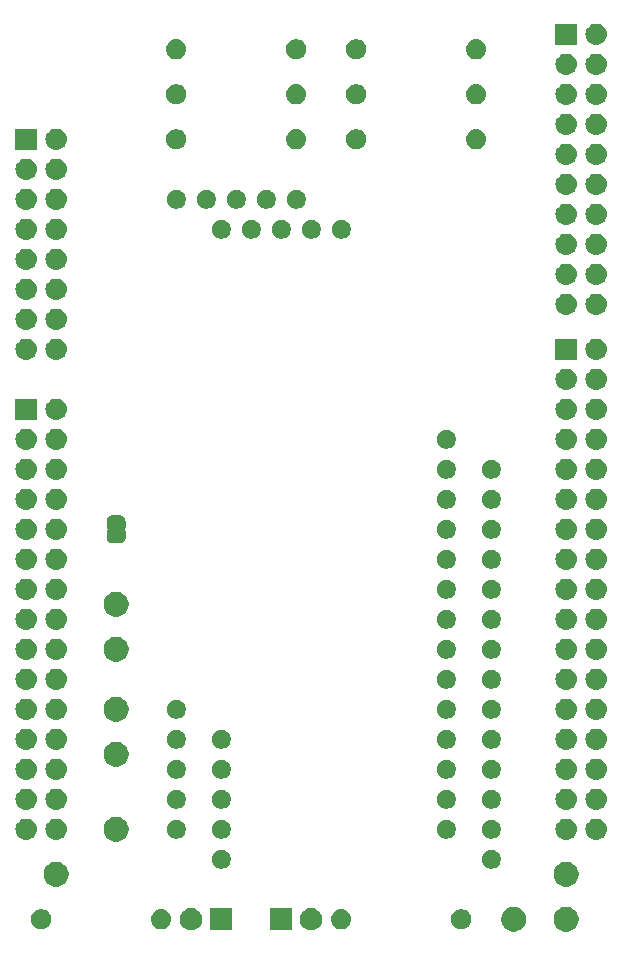
<source format=gts>
G04 #@! TF.GenerationSoftware,KiCad,Pcbnew,5.1.2-f72e74a~84~ubuntu16.04.1*
G04 #@! TF.CreationDate,2019-05-12T21:04:08+09:00*
G04 #@! TF.ProjectId,Akashi-02,416b6173-6869-42d3-9032-2e6b69636164,rev?*
G04 #@! TF.SameCoordinates,Original*
G04 #@! TF.FileFunction,Soldermask,Top*
G04 #@! TF.FilePolarity,Negative*
%FSLAX46Y46*%
G04 Gerber Fmt 4.6, Leading zero omitted, Abs format (unit mm)*
G04 Created by KiCad (PCBNEW 5.1.2-f72e74a~84~ubuntu16.04.1) date 2019-05-12 21:04:08*
%MOMM*%
%LPD*%
G04 APERTURE LIST*
%ADD10C,0.100000*%
G04 APERTURE END LIST*
D10*
G36*
X152706564Y-131069389D02*
G01*
X152897833Y-131148615D01*
X152897835Y-131148616D01*
X152923174Y-131165547D01*
X153069973Y-131263635D01*
X153216365Y-131410027D01*
X153331385Y-131582167D01*
X153410611Y-131773436D01*
X153451000Y-131976484D01*
X153451000Y-132183516D01*
X153410611Y-132386564D01*
X153340811Y-132555076D01*
X153331384Y-132577835D01*
X153216365Y-132749973D01*
X153069973Y-132896365D01*
X152897835Y-133011384D01*
X152897834Y-133011385D01*
X152897833Y-133011385D01*
X152706564Y-133090611D01*
X152503516Y-133131000D01*
X152296484Y-133131000D01*
X152093436Y-133090611D01*
X151902167Y-133011385D01*
X151902166Y-133011385D01*
X151902165Y-133011384D01*
X151730027Y-132896365D01*
X151583635Y-132749973D01*
X151468616Y-132577835D01*
X151459189Y-132555076D01*
X151389389Y-132386564D01*
X151349000Y-132183516D01*
X151349000Y-131976484D01*
X151389389Y-131773436D01*
X151468615Y-131582167D01*
X151583635Y-131410027D01*
X151730027Y-131263635D01*
X151876826Y-131165547D01*
X151902165Y-131148616D01*
X151902167Y-131148615D01*
X152093436Y-131069389D01*
X152296484Y-131029000D01*
X152503516Y-131029000D01*
X152706564Y-131069389D01*
X152706564Y-131069389D01*
G37*
G36*
X148261564Y-131069389D02*
G01*
X148452833Y-131148615D01*
X148452835Y-131148616D01*
X148478174Y-131165547D01*
X148624973Y-131263635D01*
X148771365Y-131410027D01*
X148886385Y-131582167D01*
X148965611Y-131773436D01*
X149006000Y-131976484D01*
X149006000Y-132183516D01*
X148965611Y-132386564D01*
X148895811Y-132555076D01*
X148886384Y-132577835D01*
X148771365Y-132749973D01*
X148624973Y-132896365D01*
X148452835Y-133011384D01*
X148452834Y-133011385D01*
X148452833Y-133011385D01*
X148261564Y-133090611D01*
X148058516Y-133131000D01*
X147851484Y-133131000D01*
X147648436Y-133090611D01*
X147457167Y-133011385D01*
X147457166Y-133011385D01*
X147457165Y-133011384D01*
X147285027Y-132896365D01*
X147138635Y-132749973D01*
X147023616Y-132577835D01*
X147014189Y-132555076D01*
X146944389Y-132386564D01*
X146904000Y-132183516D01*
X146904000Y-131976484D01*
X146944389Y-131773436D01*
X147023615Y-131582167D01*
X147138635Y-131410027D01*
X147285027Y-131263635D01*
X147431826Y-131165547D01*
X147457165Y-131148616D01*
X147457167Y-131148615D01*
X147648436Y-131069389D01*
X147851484Y-131029000D01*
X148058516Y-131029000D01*
X148261564Y-131069389D01*
X148261564Y-131069389D01*
G37*
G36*
X124141000Y-133031000D02*
G01*
X122239000Y-133031000D01*
X122239000Y-131129000D01*
X124141000Y-131129000D01*
X124141000Y-133031000D01*
X124141000Y-133031000D01*
G37*
G36*
X131087395Y-131165546D02*
G01*
X131260466Y-131237234D01*
X131266572Y-131241314D01*
X131416227Y-131341310D01*
X131548690Y-131473773D01*
X131591284Y-131537520D01*
X131652766Y-131629534D01*
X131724454Y-131802605D01*
X131761000Y-131986333D01*
X131761000Y-132173667D01*
X131724454Y-132357395D01*
X131652766Y-132530466D01*
X131652765Y-132530467D01*
X131548690Y-132686227D01*
X131416227Y-132818690D01*
X131393092Y-132834148D01*
X131260466Y-132922766D01*
X131087395Y-132994454D01*
X130903667Y-133031000D01*
X130716333Y-133031000D01*
X130532605Y-132994454D01*
X130359534Y-132922766D01*
X130226908Y-132834148D01*
X130203773Y-132818690D01*
X130071310Y-132686227D01*
X129967235Y-132530467D01*
X129967234Y-132530466D01*
X129895546Y-132357395D01*
X129859000Y-132173667D01*
X129859000Y-131986333D01*
X129895546Y-131802605D01*
X129967234Y-131629534D01*
X130028716Y-131537520D01*
X130071310Y-131473773D01*
X130203773Y-131341310D01*
X130353428Y-131241314D01*
X130359534Y-131237234D01*
X130532605Y-131165546D01*
X130716333Y-131129000D01*
X130903667Y-131129000D01*
X131087395Y-131165546D01*
X131087395Y-131165546D01*
G37*
G36*
X129221000Y-133031000D02*
G01*
X127319000Y-133031000D01*
X127319000Y-131129000D01*
X129221000Y-131129000D01*
X129221000Y-133031000D01*
X129221000Y-133031000D01*
G37*
G36*
X120927395Y-131165546D02*
G01*
X121100466Y-131237234D01*
X121106572Y-131241314D01*
X121256227Y-131341310D01*
X121388690Y-131473773D01*
X121431284Y-131537520D01*
X121492766Y-131629534D01*
X121564454Y-131802605D01*
X121601000Y-131986333D01*
X121601000Y-132173667D01*
X121564454Y-132357395D01*
X121492766Y-132530466D01*
X121492765Y-132530467D01*
X121388690Y-132686227D01*
X121256227Y-132818690D01*
X121233092Y-132834148D01*
X121100466Y-132922766D01*
X120927395Y-132994454D01*
X120743667Y-133031000D01*
X120556333Y-133031000D01*
X120372605Y-132994454D01*
X120199534Y-132922766D01*
X120066908Y-132834148D01*
X120043773Y-132818690D01*
X119911310Y-132686227D01*
X119807235Y-132530467D01*
X119807234Y-132530466D01*
X119735546Y-132357395D01*
X119699000Y-132173667D01*
X119699000Y-131986333D01*
X119735546Y-131802605D01*
X119807234Y-131629534D01*
X119868716Y-131537520D01*
X119911310Y-131473773D01*
X120043773Y-131341310D01*
X120193428Y-131241314D01*
X120199534Y-131237234D01*
X120372605Y-131165546D01*
X120556333Y-131129000D01*
X120743667Y-131129000D01*
X120927395Y-131165546D01*
X120927395Y-131165546D01*
G37*
G36*
X143758228Y-131261703D02*
G01*
X143913100Y-131325853D01*
X144052481Y-131418985D01*
X144171015Y-131537519D01*
X144264147Y-131676900D01*
X144328297Y-131831772D01*
X144361000Y-131996184D01*
X144361000Y-132163816D01*
X144328297Y-132328228D01*
X144264147Y-132483100D01*
X144171015Y-132622481D01*
X144052481Y-132741015D01*
X143913100Y-132834147D01*
X143758228Y-132898297D01*
X143593816Y-132931000D01*
X143426184Y-132931000D01*
X143261772Y-132898297D01*
X143106900Y-132834147D01*
X142967519Y-132741015D01*
X142848985Y-132622481D01*
X142755853Y-132483100D01*
X142691703Y-132328228D01*
X142659000Y-132163816D01*
X142659000Y-131996184D01*
X142691703Y-131831772D01*
X142755853Y-131676900D01*
X142848985Y-131537519D01*
X142967519Y-131418985D01*
X143106900Y-131325853D01*
X143261772Y-131261703D01*
X143426184Y-131229000D01*
X143593816Y-131229000D01*
X143758228Y-131261703D01*
X143758228Y-131261703D01*
G37*
G36*
X133516823Y-131241313D02*
G01*
X133677242Y-131289976D01*
X133744361Y-131325852D01*
X133825078Y-131368996D01*
X133954659Y-131475341D01*
X134061004Y-131604922D01*
X134061005Y-131604924D01*
X134140024Y-131752758D01*
X134188687Y-131913177D01*
X134205117Y-132080000D01*
X134188687Y-132246823D01*
X134140024Y-132407242D01*
X134099477Y-132483100D01*
X134061004Y-132555078D01*
X133954659Y-132684659D01*
X133825078Y-132791004D01*
X133825076Y-132791005D01*
X133677242Y-132870024D01*
X133516823Y-132918687D01*
X133391804Y-132931000D01*
X133308196Y-132931000D01*
X133183177Y-132918687D01*
X133022758Y-132870024D01*
X132874924Y-132791005D01*
X132874922Y-132791004D01*
X132745341Y-132684659D01*
X132638996Y-132555078D01*
X132600523Y-132483100D01*
X132559976Y-132407242D01*
X132511313Y-132246823D01*
X132494883Y-132080000D01*
X132511313Y-131913177D01*
X132559976Y-131752758D01*
X132638995Y-131604924D01*
X132638996Y-131604922D01*
X132745341Y-131475341D01*
X132874922Y-131368996D01*
X132955639Y-131325852D01*
X133022758Y-131289976D01*
X133183177Y-131241313D01*
X133308196Y-131229000D01*
X133391804Y-131229000D01*
X133516823Y-131241313D01*
X133516823Y-131241313D01*
G37*
G36*
X118276823Y-131241313D02*
G01*
X118437242Y-131289976D01*
X118504361Y-131325852D01*
X118585078Y-131368996D01*
X118714659Y-131475341D01*
X118821004Y-131604922D01*
X118821005Y-131604924D01*
X118900024Y-131752758D01*
X118948687Y-131913177D01*
X118965117Y-132080000D01*
X118948687Y-132246823D01*
X118900024Y-132407242D01*
X118859477Y-132483100D01*
X118821004Y-132555078D01*
X118714659Y-132684659D01*
X118585078Y-132791004D01*
X118585076Y-132791005D01*
X118437242Y-132870024D01*
X118276823Y-132918687D01*
X118151804Y-132931000D01*
X118068196Y-132931000D01*
X117943177Y-132918687D01*
X117782758Y-132870024D01*
X117634924Y-132791005D01*
X117634922Y-132791004D01*
X117505341Y-132684659D01*
X117398996Y-132555078D01*
X117360523Y-132483100D01*
X117319976Y-132407242D01*
X117271313Y-132246823D01*
X117254883Y-132080000D01*
X117271313Y-131913177D01*
X117319976Y-131752758D01*
X117398995Y-131604924D01*
X117398996Y-131604922D01*
X117505341Y-131475341D01*
X117634922Y-131368996D01*
X117715639Y-131325852D01*
X117782758Y-131289976D01*
X117943177Y-131241313D01*
X118068196Y-131229000D01*
X118151804Y-131229000D01*
X118276823Y-131241313D01*
X118276823Y-131241313D01*
G37*
G36*
X108198228Y-131261703D02*
G01*
X108353100Y-131325853D01*
X108492481Y-131418985D01*
X108611015Y-131537519D01*
X108704147Y-131676900D01*
X108768297Y-131831772D01*
X108801000Y-131996184D01*
X108801000Y-132163816D01*
X108768297Y-132328228D01*
X108704147Y-132483100D01*
X108611015Y-132622481D01*
X108492481Y-132741015D01*
X108353100Y-132834147D01*
X108198228Y-132898297D01*
X108033816Y-132931000D01*
X107866184Y-132931000D01*
X107701772Y-132898297D01*
X107546900Y-132834147D01*
X107407519Y-132741015D01*
X107288985Y-132622481D01*
X107195853Y-132483100D01*
X107131703Y-132328228D01*
X107099000Y-132163816D01*
X107099000Y-131996184D01*
X107131703Y-131831772D01*
X107195853Y-131676900D01*
X107288985Y-131537519D01*
X107407519Y-131418985D01*
X107546900Y-131325853D01*
X107701772Y-131261703D01*
X107866184Y-131229000D01*
X108033816Y-131229000D01*
X108198228Y-131261703D01*
X108198228Y-131261703D01*
G37*
G36*
X109526564Y-127259389D02*
G01*
X109717833Y-127338615D01*
X109717835Y-127338616D01*
X109889973Y-127453635D01*
X110036365Y-127600027D01*
X110151385Y-127772167D01*
X110230611Y-127963436D01*
X110271000Y-128166484D01*
X110271000Y-128373516D01*
X110230611Y-128576564D01*
X110151385Y-128767833D01*
X110151384Y-128767835D01*
X110036365Y-128939973D01*
X109889973Y-129086365D01*
X109717835Y-129201384D01*
X109717834Y-129201385D01*
X109717833Y-129201385D01*
X109526564Y-129280611D01*
X109323516Y-129321000D01*
X109116484Y-129321000D01*
X108913436Y-129280611D01*
X108722167Y-129201385D01*
X108722166Y-129201385D01*
X108722165Y-129201384D01*
X108550027Y-129086365D01*
X108403635Y-128939973D01*
X108288616Y-128767835D01*
X108288615Y-128767833D01*
X108209389Y-128576564D01*
X108169000Y-128373516D01*
X108169000Y-128166484D01*
X108209389Y-127963436D01*
X108288615Y-127772167D01*
X108403635Y-127600027D01*
X108550027Y-127453635D01*
X108722165Y-127338616D01*
X108722167Y-127338615D01*
X108913436Y-127259389D01*
X109116484Y-127219000D01*
X109323516Y-127219000D01*
X109526564Y-127259389D01*
X109526564Y-127259389D01*
G37*
G36*
X152706564Y-127259389D02*
G01*
X152897833Y-127338615D01*
X152897835Y-127338616D01*
X153069973Y-127453635D01*
X153216365Y-127600027D01*
X153331385Y-127772167D01*
X153410611Y-127963436D01*
X153451000Y-128166484D01*
X153451000Y-128373516D01*
X153410611Y-128576564D01*
X153331385Y-128767833D01*
X153331384Y-128767835D01*
X153216365Y-128939973D01*
X153069973Y-129086365D01*
X152897835Y-129201384D01*
X152897834Y-129201385D01*
X152897833Y-129201385D01*
X152706564Y-129280611D01*
X152503516Y-129321000D01*
X152296484Y-129321000D01*
X152093436Y-129280611D01*
X151902167Y-129201385D01*
X151902166Y-129201385D01*
X151902165Y-129201384D01*
X151730027Y-129086365D01*
X151583635Y-128939973D01*
X151468616Y-128767835D01*
X151468615Y-128767833D01*
X151389389Y-128576564D01*
X151349000Y-128373516D01*
X151349000Y-128166484D01*
X151389389Y-127963436D01*
X151468615Y-127772167D01*
X151583635Y-127600027D01*
X151730027Y-127453635D01*
X151902165Y-127338616D01*
X151902167Y-127338615D01*
X152093436Y-127259389D01*
X152296484Y-127219000D01*
X152503516Y-127219000D01*
X152706564Y-127259389D01*
X152706564Y-127259389D01*
G37*
G36*
X146287142Y-126218242D02*
G01*
X146435101Y-126279529D01*
X146568255Y-126368499D01*
X146681501Y-126481745D01*
X146770471Y-126614899D01*
X146831758Y-126762858D01*
X146863000Y-126919925D01*
X146863000Y-127080075D01*
X146831758Y-127237142D01*
X146770471Y-127385101D01*
X146681501Y-127518255D01*
X146568255Y-127631501D01*
X146435101Y-127720471D01*
X146287142Y-127781758D01*
X146130075Y-127813000D01*
X145969925Y-127813000D01*
X145812858Y-127781758D01*
X145664899Y-127720471D01*
X145531745Y-127631501D01*
X145418499Y-127518255D01*
X145329529Y-127385101D01*
X145268242Y-127237142D01*
X145237000Y-127080075D01*
X145237000Y-126919925D01*
X145268242Y-126762858D01*
X145329529Y-126614899D01*
X145418499Y-126481745D01*
X145531745Y-126368499D01*
X145664899Y-126279529D01*
X145812858Y-126218242D01*
X145969925Y-126187000D01*
X146130075Y-126187000D01*
X146287142Y-126218242D01*
X146287142Y-126218242D01*
G37*
G36*
X123427142Y-126218242D02*
G01*
X123575101Y-126279529D01*
X123708255Y-126368499D01*
X123821501Y-126481745D01*
X123910471Y-126614899D01*
X123971758Y-126762858D01*
X124003000Y-126919925D01*
X124003000Y-127080075D01*
X123971758Y-127237142D01*
X123910471Y-127385101D01*
X123821501Y-127518255D01*
X123708255Y-127631501D01*
X123575101Y-127720471D01*
X123427142Y-127781758D01*
X123270075Y-127813000D01*
X123109925Y-127813000D01*
X122952858Y-127781758D01*
X122804899Y-127720471D01*
X122671745Y-127631501D01*
X122558499Y-127518255D01*
X122469529Y-127385101D01*
X122408242Y-127237142D01*
X122377000Y-127080075D01*
X122377000Y-126919925D01*
X122408242Y-126762858D01*
X122469529Y-126614899D01*
X122558499Y-126481745D01*
X122671745Y-126368499D01*
X122804899Y-126279529D01*
X122952858Y-126218242D01*
X123109925Y-126187000D01*
X123270075Y-126187000D01*
X123427142Y-126218242D01*
X123427142Y-126218242D01*
G37*
G36*
X114606564Y-123449389D02*
G01*
X114797833Y-123528615D01*
X114797835Y-123528616D01*
X114969973Y-123643635D01*
X115116365Y-123790027D01*
X115217740Y-123941745D01*
X115231385Y-123962167D01*
X115310611Y-124153436D01*
X115351000Y-124356484D01*
X115351000Y-124563516D01*
X115310611Y-124766564D01*
X115294083Y-124806466D01*
X115231384Y-124957835D01*
X115116365Y-125129973D01*
X114969973Y-125276365D01*
X114797835Y-125391384D01*
X114797834Y-125391385D01*
X114797833Y-125391385D01*
X114606564Y-125470611D01*
X114403516Y-125511000D01*
X114196484Y-125511000D01*
X113993436Y-125470611D01*
X113802167Y-125391385D01*
X113802166Y-125391385D01*
X113802165Y-125391384D01*
X113630027Y-125276365D01*
X113483635Y-125129973D01*
X113368616Y-124957835D01*
X113305917Y-124806466D01*
X113289389Y-124766564D01*
X113249000Y-124563516D01*
X113249000Y-124356484D01*
X113289389Y-124153436D01*
X113368615Y-123962167D01*
X113382261Y-123941745D01*
X113483635Y-123790027D01*
X113630027Y-123643635D01*
X113802165Y-123528616D01*
X113802167Y-123528615D01*
X113993436Y-123449389D01*
X114196484Y-123409000D01*
X114403516Y-123409000D01*
X114606564Y-123449389D01*
X114606564Y-123449389D01*
G37*
G36*
X155050442Y-123565518D02*
G01*
X155116627Y-123572037D01*
X155286466Y-123623557D01*
X155442991Y-123707222D01*
X155478729Y-123736552D01*
X155580186Y-123819814D01*
X155663448Y-123921271D01*
X155692778Y-123957009D01*
X155776443Y-124113534D01*
X155827963Y-124283373D01*
X155845359Y-124460000D01*
X155827963Y-124636627D01*
X155776443Y-124806466D01*
X155692778Y-124962991D01*
X155680251Y-124978255D01*
X155580186Y-125100186D01*
X155482357Y-125180471D01*
X155442991Y-125212778D01*
X155286466Y-125296443D01*
X155116627Y-125347963D01*
X155050442Y-125354482D01*
X154984260Y-125361000D01*
X154895740Y-125361000D01*
X154829558Y-125354482D01*
X154763373Y-125347963D01*
X154593534Y-125296443D01*
X154437009Y-125212778D01*
X154397643Y-125180471D01*
X154299814Y-125100186D01*
X154199749Y-124978255D01*
X154187222Y-124962991D01*
X154103557Y-124806466D01*
X154052037Y-124636627D01*
X154034641Y-124460000D01*
X154052037Y-124283373D01*
X154103557Y-124113534D01*
X154187222Y-123957009D01*
X154216552Y-123921271D01*
X154299814Y-123819814D01*
X154401271Y-123736552D01*
X154437009Y-123707222D01*
X154593534Y-123623557D01*
X154763373Y-123572037D01*
X154829558Y-123565518D01*
X154895740Y-123559000D01*
X154984260Y-123559000D01*
X155050442Y-123565518D01*
X155050442Y-123565518D01*
G37*
G36*
X152510442Y-123565518D02*
G01*
X152576627Y-123572037D01*
X152746466Y-123623557D01*
X152902991Y-123707222D01*
X152938729Y-123736552D01*
X153040186Y-123819814D01*
X153123448Y-123921271D01*
X153152778Y-123957009D01*
X153236443Y-124113534D01*
X153287963Y-124283373D01*
X153305359Y-124460000D01*
X153287963Y-124636627D01*
X153236443Y-124806466D01*
X153152778Y-124962991D01*
X153140251Y-124978255D01*
X153040186Y-125100186D01*
X152942357Y-125180471D01*
X152902991Y-125212778D01*
X152746466Y-125296443D01*
X152576627Y-125347963D01*
X152510442Y-125354482D01*
X152444260Y-125361000D01*
X152355740Y-125361000D01*
X152289558Y-125354482D01*
X152223373Y-125347963D01*
X152053534Y-125296443D01*
X151897009Y-125212778D01*
X151857643Y-125180471D01*
X151759814Y-125100186D01*
X151659749Y-124978255D01*
X151647222Y-124962991D01*
X151563557Y-124806466D01*
X151512037Y-124636627D01*
X151494641Y-124460000D01*
X151512037Y-124283373D01*
X151563557Y-124113534D01*
X151647222Y-123957009D01*
X151676552Y-123921271D01*
X151759814Y-123819814D01*
X151861271Y-123736552D01*
X151897009Y-123707222D01*
X152053534Y-123623557D01*
X152223373Y-123572037D01*
X152289558Y-123565518D01*
X152355740Y-123559000D01*
X152444260Y-123559000D01*
X152510442Y-123565518D01*
X152510442Y-123565518D01*
G37*
G36*
X109330442Y-123565518D02*
G01*
X109396627Y-123572037D01*
X109566466Y-123623557D01*
X109722991Y-123707222D01*
X109758729Y-123736552D01*
X109860186Y-123819814D01*
X109943448Y-123921271D01*
X109972778Y-123957009D01*
X110056443Y-124113534D01*
X110107963Y-124283373D01*
X110125359Y-124460000D01*
X110107963Y-124636627D01*
X110056443Y-124806466D01*
X109972778Y-124962991D01*
X109960251Y-124978255D01*
X109860186Y-125100186D01*
X109762357Y-125180471D01*
X109722991Y-125212778D01*
X109566466Y-125296443D01*
X109396627Y-125347963D01*
X109330442Y-125354482D01*
X109264260Y-125361000D01*
X109175740Y-125361000D01*
X109109558Y-125354482D01*
X109043373Y-125347963D01*
X108873534Y-125296443D01*
X108717009Y-125212778D01*
X108677643Y-125180471D01*
X108579814Y-125100186D01*
X108479749Y-124978255D01*
X108467222Y-124962991D01*
X108383557Y-124806466D01*
X108332037Y-124636627D01*
X108314641Y-124460000D01*
X108332037Y-124283373D01*
X108383557Y-124113534D01*
X108467222Y-123957009D01*
X108496552Y-123921271D01*
X108579814Y-123819814D01*
X108681271Y-123736552D01*
X108717009Y-123707222D01*
X108873534Y-123623557D01*
X109043373Y-123572037D01*
X109109558Y-123565518D01*
X109175740Y-123559000D01*
X109264260Y-123559000D01*
X109330442Y-123565518D01*
X109330442Y-123565518D01*
G37*
G36*
X106790442Y-123565518D02*
G01*
X106856627Y-123572037D01*
X107026466Y-123623557D01*
X107182991Y-123707222D01*
X107218729Y-123736552D01*
X107320186Y-123819814D01*
X107403448Y-123921271D01*
X107432778Y-123957009D01*
X107516443Y-124113534D01*
X107567963Y-124283373D01*
X107585359Y-124460000D01*
X107567963Y-124636627D01*
X107516443Y-124806466D01*
X107432778Y-124962991D01*
X107420251Y-124978255D01*
X107320186Y-125100186D01*
X107222357Y-125180471D01*
X107182991Y-125212778D01*
X107026466Y-125296443D01*
X106856627Y-125347963D01*
X106790442Y-125354482D01*
X106724260Y-125361000D01*
X106635740Y-125361000D01*
X106569558Y-125354482D01*
X106503373Y-125347963D01*
X106333534Y-125296443D01*
X106177009Y-125212778D01*
X106137643Y-125180471D01*
X106039814Y-125100186D01*
X105939749Y-124978255D01*
X105927222Y-124962991D01*
X105843557Y-124806466D01*
X105792037Y-124636627D01*
X105774641Y-124460000D01*
X105792037Y-124283373D01*
X105843557Y-124113534D01*
X105927222Y-123957009D01*
X105956552Y-123921271D01*
X106039814Y-123819814D01*
X106141271Y-123736552D01*
X106177009Y-123707222D01*
X106333534Y-123623557D01*
X106503373Y-123572037D01*
X106569558Y-123565518D01*
X106635740Y-123559000D01*
X106724260Y-123559000D01*
X106790442Y-123565518D01*
X106790442Y-123565518D01*
G37*
G36*
X142477142Y-123678242D02*
G01*
X142625101Y-123739529D01*
X142758255Y-123828499D01*
X142871501Y-123941745D01*
X142960471Y-124074899D01*
X143021758Y-124222858D01*
X143053000Y-124379925D01*
X143053000Y-124540075D01*
X143021758Y-124697142D01*
X142960471Y-124845101D01*
X142871501Y-124978255D01*
X142758255Y-125091501D01*
X142625101Y-125180471D01*
X142477142Y-125241758D01*
X142320075Y-125273000D01*
X142159925Y-125273000D01*
X142002858Y-125241758D01*
X141854899Y-125180471D01*
X141721745Y-125091501D01*
X141608499Y-124978255D01*
X141519529Y-124845101D01*
X141458242Y-124697142D01*
X141427000Y-124540075D01*
X141427000Y-124379925D01*
X141458242Y-124222858D01*
X141519529Y-124074899D01*
X141608499Y-123941745D01*
X141721745Y-123828499D01*
X141854899Y-123739529D01*
X142002858Y-123678242D01*
X142159925Y-123647000D01*
X142320075Y-123647000D01*
X142477142Y-123678242D01*
X142477142Y-123678242D01*
G37*
G36*
X119617142Y-123678242D02*
G01*
X119765101Y-123739529D01*
X119898255Y-123828499D01*
X120011501Y-123941745D01*
X120100471Y-124074899D01*
X120161758Y-124222858D01*
X120193000Y-124379925D01*
X120193000Y-124540075D01*
X120161758Y-124697142D01*
X120100471Y-124845101D01*
X120011501Y-124978255D01*
X119898255Y-125091501D01*
X119765101Y-125180471D01*
X119617142Y-125241758D01*
X119460075Y-125273000D01*
X119299925Y-125273000D01*
X119142858Y-125241758D01*
X118994899Y-125180471D01*
X118861745Y-125091501D01*
X118748499Y-124978255D01*
X118659529Y-124845101D01*
X118598242Y-124697142D01*
X118567000Y-124540075D01*
X118567000Y-124379925D01*
X118598242Y-124222858D01*
X118659529Y-124074899D01*
X118748499Y-123941745D01*
X118861745Y-123828499D01*
X118994899Y-123739529D01*
X119142858Y-123678242D01*
X119299925Y-123647000D01*
X119460075Y-123647000D01*
X119617142Y-123678242D01*
X119617142Y-123678242D01*
G37*
G36*
X123427142Y-123678242D02*
G01*
X123575101Y-123739529D01*
X123708255Y-123828499D01*
X123821501Y-123941745D01*
X123910471Y-124074899D01*
X123971758Y-124222858D01*
X124003000Y-124379925D01*
X124003000Y-124540075D01*
X123971758Y-124697142D01*
X123910471Y-124845101D01*
X123821501Y-124978255D01*
X123708255Y-125091501D01*
X123575101Y-125180471D01*
X123427142Y-125241758D01*
X123270075Y-125273000D01*
X123109925Y-125273000D01*
X122952858Y-125241758D01*
X122804899Y-125180471D01*
X122671745Y-125091501D01*
X122558499Y-124978255D01*
X122469529Y-124845101D01*
X122408242Y-124697142D01*
X122377000Y-124540075D01*
X122377000Y-124379925D01*
X122408242Y-124222858D01*
X122469529Y-124074899D01*
X122558499Y-123941745D01*
X122671745Y-123828499D01*
X122804899Y-123739529D01*
X122952858Y-123678242D01*
X123109925Y-123647000D01*
X123270075Y-123647000D01*
X123427142Y-123678242D01*
X123427142Y-123678242D01*
G37*
G36*
X146287142Y-123678242D02*
G01*
X146435101Y-123739529D01*
X146568255Y-123828499D01*
X146681501Y-123941745D01*
X146770471Y-124074899D01*
X146831758Y-124222858D01*
X146863000Y-124379925D01*
X146863000Y-124540075D01*
X146831758Y-124697142D01*
X146770471Y-124845101D01*
X146681501Y-124978255D01*
X146568255Y-125091501D01*
X146435101Y-125180471D01*
X146287142Y-125241758D01*
X146130075Y-125273000D01*
X145969925Y-125273000D01*
X145812858Y-125241758D01*
X145664899Y-125180471D01*
X145531745Y-125091501D01*
X145418499Y-124978255D01*
X145329529Y-124845101D01*
X145268242Y-124697142D01*
X145237000Y-124540075D01*
X145237000Y-124379925D01*
X145268242Y-124222858D01*
X145329529Y-124074899D01*
X145418499Y-123941745D01*
X145531745Y-123828499D01*
X145664899Y-123739529D01*
X145812858Y-123678242D01*
X145969925Y-123647000D01*
X146130075Y-123647000D01*
X146287142Y-123678242D01*
X146287142Y-123678242D01*
G37*
G36*
X152510442Y-121025518D02*
G01*
X152576627Y-121032037D01*
X152746466Y-121083557D01*
X152902991Y-121167222D01*
X152938729Y-121196552D01*
X153040186Y-121279814D01*
X153123448Y-121381271D01*
X153152778Y-121417009D01*
X153236443Y-121573534D01*
X153287963Y-121743373D01*
X153305359Y-121920000D01*
X153287963Y-122096627D01*
X153236443Y-122266466D01*
X153152778Y-122422991D01*
X153140251Y-122438255D01*
X153040186Y-122560186D01*
X152942357Y-122640471D01*
X152902991Y-122672778D01*
X152746466Y-122756443D01*
X152576627Y-122807963D01*
X152510443Y-122814481D01*
X152444260Y-122821000D01*
X152355740Y-122821000D01*
X152289557Y-122814481D01*
X152223373Y-122807963D01*
X152053534Y-122756443D01*
X151897009Y-122672778D01*
X151857643Y-122640471D01*
X151759814Y-122560186D01*
X151659749Y-122438255D01*
X151647222Y-122422991D01*
X151563557Y-122266466D01*
X151512037Y-122096627D01*
X151494641Y-121920000D01*
X151512037Y-121743373D01*
X151563557Y-121573534D01*
X151647222Y-121417009D01*
X151676552Y-121381271D01*
X151759814Y-121279814D01*
X151861271Y-121196552D01*
X151897009Y-121167222D01*
X152053534Y-121083557D01*
X152223373Y-121032037D01*
X152289558Y-121025518D01*
X152355740Y-121019000D01*
X152444260Y-121019000D01*
X152510442Y-121025518D01*
X152510442Y-121025518D01*
G37*
G36*
X106790442Y-121025518D02*
G01*
X106856627Y-121032037D01*
X107026466Y-121083557D01*
X107182991Y-121167222D01*
X107218729Y-121196552D01*
X107320186Y-121279814D01*
X107403448Y-121381271D01*
X107432778Y-121417009D01*
X107516443Y-121573534D01*
X107567963Y-121743373D01*
X107585359Y-121920000D01*
X107567963Y-122096627D01*
X107516443Y-122266466D01*
X107432778Y-122422991D01*
X107420251Y-122438255D01*
X107320186Y-122560186D01*
X107222357Y-122640471D01*
X107182991Y-122672778D01*
X107026466Y-122756443D01*
X106856627Y-122807963D01*
X106790443Y-122814481D01*
X106724260Y-122821000D01*
X106635740Y-122821000D01*
X106569557Y-122814481D01*
X106503373Y-122807963D01*
X106333534Y-122756443D01*
X106177009Y-122672778D01*
X106137643Y-122640471D01*
X106039814Y-122560186D01*
X105939749Y-122438255D01*
X105927222Y-122422991D01*
X105843557Y-122266466D01*
X105792037Y-122096627D01*
X105774641Y-121920000D01*
X105792037Y-121743373D01*
X105843557Y-121573534D01*
X105927222Y-121417009D01*
X105956552Y-121381271D01*
X106039814Y-121279814D01*
X106141271Y-121196552D01*
X106177009Y-121167222D01*
X106333534Y-121083557D01*
X106503373Y-121032037D01*
X106569558Y-121025518D01*
X106635740Y-121019000D01*
X106724260Y-121019000D01*
X106790442Y-121025518D01*
X106790442Y-121025518D01*
G37*
G36*
X155050442Y-121025518D02*
G01*
X155116627Y-121032037D01*
X155286466Y-121083557D01*
X155442991Y-121167222D01*
X155478729Y-121196552D01*
X155580186Y-121279814D01*
X155663448Y-121381271D01*
X155692778Y-121417009D01*
X155776443Y-121573534D01*
X155827963Y-121743373D01*
X155845359Y-121920000D01*
X155827963Y-122096627D01*
X155776443Y-122266466D01*
X155692778Y-122422991D01*
X155680251Y-122438255D01*
X155580186Y-122560186D01*
X155482357Y-122640471D01*
X155442991Y-122672778D01*
X155286466Y-122756443D01*
X155116627Y-122807963D01*
X155050443Y-122814481D01*
X154984260Y-122821000D01*
X154895740Y-122821000D01*
X154829557Y-122814481D01*
X154763373Y-122807963D01*
X154593534Y-122756443D01*
X154437009Y-122672778D01*
X154397643Y-122640471D01*
X154299814Y-122560186D01*
X154199749Y-122438255D01*
X154187222Y-122422991D01*
X154103557Y-122266466D01*
X154052037Y-122096627D01*
X154034641Y-121920000D01*
X154052037Y-121743373D01*
X154103557Y-121573534D01*
X154187222Y-121417009D01*
X154216552Y-121381271D01*
X154299814Y-121279814D01*
X154401271Y-121196552D01*
X154437009Y-121167222D01*
X154593534Y-121083557D01*
X154763373Y-121032037D01*
X154829558Y-121025518D01*
X154895740Y-121019000D01*
X154984260Y-121019000D01*
X155050442Y-121025518D01*
X155050442Y-121025518D01*
G37*
G36*
X109330442Y-121025518D02*
G01*
X109396627Y-121032037D01*
X109566466Y-121083557D01*
X109722991Y-121167222D01*
X109758729Y-121196552D01*
X109860186Y-121279814D01*
X109943448Y-121381271D01*
X109972778Y-121417009D01*
X110056443Y-121573534D01*
X110107963Y-121743373D01*
X110125359Y-121920000D01*
X110107963Y-122096627D01*
X110056443Y-122266466D01*
X109972778Y-122422991D01*
X109960251Y-122438255D01*
X109860186Y-122560186D01*
X109762357Y-122640471D01*
X109722991Y-122672778D01*
X109566466Y-122756443D01*
X109396627Y-122807963D01*
X109330443Y-122814481D01*
X109264260Y-122821000D01*
X109175740Y-122821000D01*
X109109557Y-122814481D01*
X109043373Y-122807963D01*
X108873534Y-122756443D01*
X108717009Y-122672778D01*
X108677643Y-122640471D01*
X108579814Y-122560186D01*
X108479749Y-122438255D01*
X108467222Y-122422991D01*
X108383557Y-122266466D01*
X108332037Y-122096627D01*
X108314641Y-121920000D01*
X108332037Y-121743373D01*
X108383557Y-121573534D01*
X108467222Y-121417009D01*
X108496552Y-121381271D01*
X108579814Y-121279814D01*
X108681271Y-121196552D01*
X108717009Y-121167222D01*
X108873534Y-121083557D01*
X109043373Y-121032037D01*
X109109558Y-121025518D01*
X109175740Y-121019000D01*
X109264260Y-121019000D01*
X109330442Y-121025518D01*
X109330442Y-121025518D01*
G37*
G36*
X146287142Y-121138242D02*
G01*
X146435101Y-121199529D01*
X146568255Y-121288499D01*
X146681501Y-121401745D01*
X146770471Y-121534899D01*
X146831758Y-121682858D01*
X146863000Y-121839925D01*
X146863000Y-122000075D01*
X146831758Y-122157142D01*
X146770471Y-122305101D01*
X146681501Y-122438255D01*
X146568255Y-122551501D01*
X146435101Y-122640471D01*
X146287142Y-122701758D01*
X146130075Y-122733000D01*
X145969925Y-122733000D01*
X145812858Y-122701758D01*
X145664899Y-122640471D01*
X145531745Y-122551501D01*
X145418499Y-122438255D01*
X145329529Y-122305101D01*
X145268242Y-122157142D01*
X145237000Y-122000075D01*
X145237000Y-121839925D01*
X145268242Y-121682858D01*
X145329529Y-121534899D01*
X145418499Y-121401745D01*
X145531745Y-121288499D01*
X145664899Y-121199529D01*
X145812858Y-121138242D01*
X145969925Y-121107000D01*
X146130075Y-121107000D01*
X146287142Y-121138242D01*
X146287142Y-121138242D01*
G37*
G36*
X123427142Y-121138242D02*
G01*
X123575101Y-121199529D01*
X123708255Y-121288499D01*
X123821501Y-121401745D01*
X123910471Y-121534899D01*
X123971758Y-121682858D01*
X124003000Y-121839925D01*
X124003000Y-122000075D01*
X123971758Y-122157142D01*
X123910471Y-122305101D01*
X123821501Y-122438255D01*
X123708255Y-122551501D01*
X123575101Y-122640471D01*
X123427142Y-122701758D01*
X123270075Y-122733000D01*
X123109925Y-122733000D01*
X122952858Y-122701758D01*
X122804899Y-122640471D01*
X122671745Y-122551501D01*
X122558499Y-122438255D01*
X122469529Y-122305101D01*
X122408242Y-122157142D01*
X122377000Y-122000075D01*
X122377000Y-121839925D01*
X122408242Y-121682858D01*
X122469529Y-121534899D01*
X122558499Y-121401745D01*
X122671745Y-121288499D01*
X122804899Y-121199529D01*
X122952858Y-121138242D01*
X123109925Y-121107000D01*
X123270075Y-121107000D01*
X123427142Y-121138242D01*
X123427142Y-121138242D01*
G37*
G36*
X142477142Y-121138242D02*
G01*
X142625101Y-121199529D01*
X142758255Y-121288499D01*
X142871501Y-121401745D01*
X142960471Y-121534899D01*
X143021758Y-121682858D01*
X143053000Y-121839925D01*
X143053000Y-122000075D01*
X143021758Y-122157142D01*
X142960471Y-122305101D01*
X142871501Y-122438255D01*
X142758255Y-122551501D01*
X142625101Y-122640471D01*
X142477142Y-122701758D01*
X142320075Y-122733000D01*
X142159925Y-122733000D01*
X142002858Y-122701758D01*
X141854899Y-122640471D01*
X141721745Y-122551501D01*
X141608499Y-122438255D01*
X141519529Y-122305101D01*
X141458242Y-122157142D01*
X141427000Y-122000075D01*
X141427000Y-121839925D01*
X141458242Y-121682858D01*
X141519529Y-121534899D01*
X141608499Y-121401745D01*
X141721745Y-121288499D01*
X141854899Y-121199529D01*
X142002858Y-121138242D01*
X142159925Y-121107000D01*
X142320075Y-121107000D01*
X142477142Y-121138242D01*
X142477142Y-121138242D01*
G37*
G36*
X119617142Y-121138242D02*
G01*
X119765101Y-121199529D01*
X119898255Y-121288499D01*
X120011501Y-121401745D01*
X120100471Y-121534899D01*
X120161758Y-121682858D01*
X120193000Y-121839925D01*
X120193000Y-122000075D01*
X120161758Y-122157142D01*
X120100471Y-122305101D01*
X120011501Y-122438255D01*
X119898255Y-122551501D01*
X119765101Y-122640471D01*
X119617142Y-122701758D01*
X119460075Y-122733000D01*
X119299925Y-122733000D01*
X119142858Y-122701758D01*
X118994899Y-122640471D01*
X118861745Y-122551501D01*
X118748499Y-122438255D01*
X118659529Y-122305101D01*
X118598242Y-122157142D01*
X118567000Y-122000075D01*
X118567000Y-121839925D01*
X118598242Y-121682858D01*
X118659529Y-121534899D01*
X118748499Y-121401745D01*
X118861745Y-121288499D01*
X118994899Y-121199529D01*
X119142858Y-121138242D01*
X119299925Y-121107000D01*
X119460075Y-121107000D01*
X119617142Y-121138242D01*
X119617142Y-121138242D01*
G37*
G36*
X155050442Y-118485518D02*
G01*
X155116627Y-118492037D01*
X155286466Y-118543557D01*
X155442991Y-118627222D01*
X155478729Y-118656552D01*
X155580186Y-118739814D01*
X155663448Y-118841271D01*
X155692778Y-118877009D01*
X155776443Y-119033534D01*
X155827963Y-119203373D01*
X155845359Y-119380000D01*
X155827963Y-119556627D01*
X155776443Y-119726466D01*
X155692778Y-119882991D01*
X155680251Y-119898255D01*
X155580186Y-120020186D01*
X155482357Y-120100471D01*
X155442991Y-120132778D01*
X155286466Y-120216443D01*
X155116627Y-120267963D01*
X155050442Y-120274482D01*
X154984260Y-120281000D01*
X154895740Y-120281000D01*
X154829558Y-120274482D01*
X154763373Y-120267963D01*
X154593534Y-120216443D01*
X154437009Y-120132778D01*
X154397643Y-120100471D01*
X154299814Y-120020186D01*
X154199749Y-119898255D01*
X154187222Y-119882991D01*
X154103557Y-119726466D01*
X154052037Y-119556627D01*
X154034641Y-119380000D01*
X154052037Y-119203373D01*
X154103557Y-119033534D01*
X154187222Y-118877009D01*
X154216552Y-118841271D01*
X154299814Y-118739814D01*
X154401271Y-118656552D01*
X154437009Y-118627222D01*
X154593534Y-118543557D01*
X154763373Y-118492037D01*
X154829558Y-118485518D01*
X154895740Y-118479000D01*
X154984260Y-118479000D01*
X155050442Y-118485518D01*
X155050442Y-118485518D01*
G37*
G36*
X152510442Y-118485518D02*
G01*
X152576627Y-118492037D01*
X152746466Y-118543557D01*
X152902991Y-118627222D01*
X152938729Y-118656552D01*
X153040186Y-118739814D01*
X153123448Y-118841271D01*
X153152778Y-118877009D01*
X153236443Y-119033534D01*
X153287963Y-119203373D01*
X153305359Y-119380000D01*
X153287963Y-119556627D01*
X153236443Y-119726466D01*
X153152778Y-119882991D01*
X153140251Y-119898255D01*
X153040186Y-120020186D01*
X152942357Y-120100471D01*
X152902991Y-120132778D01*
X152746466Y-120216443D01*
X152576627Y-120267963D01*
X152510442Y-120274482D01*
X152444260Y-120281000D01*
X152355740Y-120281000D01*
X152289558Y-120274482D01*
X152223373Y-120267963D01*
X152053534Y-120216443D01*
X151897009Y-120132778D01*
X151857643Y-120100471D01*
X151759814Y-120020186D01*
X151659749Y-119898255D01*
X151647222Y-119882991D01*
X151563557Y-119726466D01*
X151512037Y-119556627D01*
X151494641Y-119380000D01*
X151512037Y-119203373D01*
X151563557Y-119033534D01*
X151647222Y-118877009D01*
X151676552Y-118841271D01*
X151759814Y-118739814D01*
X151861271Y-118656552D01*
X151897009Y-118627222D01*
X152053534Y-118543557D01*
X152223373Y-118492037D01*
X152289558Y-118485518D01*
X152355740Y-118479000D01*
X152444260Y-118479000D01*
X152510442Y-118485518D01*
X152510442Y-118485518D01*
G37*
G36*
X109330442Y-118485518D02*
G01*
X109396627Y-118492037D01*
X109566466Y-118543557D01*
X109722991Y-118627222D01*
X109758729Y-118656552D01*
X109860186Y-118739814D01*
X109943448Y-118841271D01*
X109972778Y-118877009D01*
X110056443Y-119033534D01*
X110107963Y-119203373D01*
X110125359Y-119380000D01*
X110107963Y-119556627D01*
X110056443Y-119726466D01*
X109972778Y-119882991D01*
X109960251Y-119898255D01*
X109860186Y-120020186D01*
X109762357Y-120100471D01*
X109722991Y-120132778D01*
X109566466Y-120216443D01*
X109396627Y-120267963D01*
X109330442Y-120274482D01*
X109264260Y-120281000D01*
X109175740Y-120281000D01*
X109109558Y-120274482D01*
X109043373Y-120267963D01*
X108873534Y-120216443D01*
X108717009Y-120132778D01*
X108677643Y-120100471D01*
X108579814Y-120020186D01*
X108479749Y-119898255D01*
X108467222Y-119882991D01*
X108383557Y-119726466D01*
X108332037Y-119556627D01*
X108314641Y-119380000D01*
X108332037Y-119203373D01*
X108383557Y-119033534D01*
X108467222Y-118877009D01*
X108496552Y-118841271D01*
X108579814Y-118739814D01*
X108681271Y-118656552D01*
X108717009Y-118627222D01*
X108873534Y-118543557D01*
X109043373Y-118492037D01*
X109109558Y-118485518D01*
X109175740Y-118479000D01*
X109264260Y-118479000D01*
X109330442Y-118485518D01*
X109330442Y-118485518D01*
G37*
G36*
X106790442Y-118485518D02*
G01*
X106856627Y-118492037D01*
X107026466Y-118543557D01*
X107182991Y-118627222D01*
X107218729Y-118656552D01*
X107320186Y-118739814D01*
X107403448Y-118841271D01*
X107432778Y-118877009D01*
X107516443Y-119033534D01*
X107567963Y-119203373D01*
X107585359Y-119380000D01*
X107567963Y-119556627D01*
X107516443Y-119726466D01*
X107432778Y-119882991D01*
X107420251Y-119898255D01*
X107320186Y-120020186D01*
X107222357Y-120100471D01*
X107182991Y-120132778D01*
X107026466Y-120216443D01*
X106856627Y-120267963D01*
X106790442Y-120274482D01*
X106724260Y-120281000D01*
X106635740Y-120281000D01*
X106569558Y-120274482D01*
X106503373Y-120267963D01*
X106333534Y-120216443D01*
X106177009Y-120132778D01*
X106137643Y-120100471D01*
X106039814Y-120020186D01*
X105939749Y-119898255D01*
X105927222Y-119882991D01*
X105843557Y-119726466D01*
X105792037Y-119556627D01*
X105774641Y-119380000D01*
X105792037Y-119203373D01*
X105843557Y-119033534D01*
X105927222Y-118877009D01*
X105956552Y-118841271D01*
X106039814Y-118739814D01*
X106141271Y-118656552D01*
X106177009Y-118627222D01*
X106333534Y-118543557D01*
X106503373Y-118492037D01*
X106569558Y-118485518D01*
X106635740Y-118479000D01*
X106724260Y-118479000D01*
X106790442Y-118485518D01*
X106790442Y-118485518D01*
G37*
G36*
X142477142Y-118598242D02*
G01*
X142625101Y-118659529D01*
X142758255Y-118748499D01*
X142871501Y-118861745D01*
X142960471Y-118994899D01*
X143021758Y-119142858D01*
X143053000Y-119299925D01*
X143053000Y-119460075D01*
X143021758Y-119617142D01*
X142960471Y-119765101D01*
X142871501Y-119898255D01*
X142758255Y-120011501D01*
X142625101Y-120100471D01*
X142477142Y-120161758D01*
X142320075Y-120193000D01*
X142159925Y-120193000D01*
X142002858Y-120161758D01*
X141854899Y-120100471D01*
X141721745Y-120011501D01*
X141608499Y-119898255D01*
X141519529Y-119765101D01*
X141458242Y-119617142D01*
X141427000Y-119460075D01*
X141427000Y-119299925D01*
X141458242Y-119142858D01*
X141519529Y-118994899D01*
X141608499Y-118861745D01*
X141721745Y-118748499D01*
X141854899Y-118659529D01*
X142002858Y-118598242D01*
X142159925Y-118567000D01*
X142320075Y-118567000D01*
X142477142Y-118598242D01*
X142477142Y-118598242D01*
G37*
G36*
X119617142Y-118598242D02*
G01*
X119765101Y-118659529D01*
X119898255Y-118748499D01*
X120011501Y-118861745D01*
X120100471Y-118994899D01*
X120161758Y-119142858D01*
X120193000Y-119299925D01*
X120193000Y-119460075D01*
X120161758Y-119617142D01*
X120100471Y-119765101D01*
X120011501Y-119898255D01*
X119898255Y-120011501D01*
X119765101Y-120100471D01*
X119617142Y-120161758D01*
X119460075Y-120193000D01*
X119299925Y-120193000D01*
X119142858Y-120161758D01*
X118994899Y-120100471D01*
X118861745Y-120011501D01*
X118748499Y-119898255D01*
X118659529Y-119765101D01*
X118598242Y-119617142D01*
X118567000Y-119460075D01*
X118567000Y-119299925D01*
X118598242Y-119142858D01*
X118659529Y-118994899D01*
X118748499Y-118861745D01*
X118861745Y-118748499D01*
X118994899Y-118659529D01*
X119142858Y-118598242D01*
X119299925Y-118567000D01*
X119460075Y-118567000D01*
X119617142Y-118598242D01*
X119617142Y-118598242D01*
G37*
G36*
X123427142Y-118598242D02*
G01*
X123575101Y-118659529D01*
X123708255Y-118748499D01*
X123821501Y-118861745D01*
X123910471Y-118994899D01*
X123971758Y-119142858D01*
X124003000Y-119299925D01*
X124003000Y-119460075D01*
X123971758Y-119617142D01*
X123910471Y-119765101D01*
X123821501Y-119898255D01*
X123708255Y-120011501D01*
X123575101Y-120100471D01*
X123427142Y-120161758D01*
X123270075Y-120193000D01*
X123109925Y-120193000D01*
X122952858Y-120161758D01*
X122804899Y-120100471D01*
X122671745Y-120011501D01*
X122558499Y-119898255D01*
X122469529Y-119765101D01*
X122408242Y-119617142D01*
X122377000Y-119460075D01*
X122377000Y-119299925D01*
X122408242Y-119142858D01*
X122469529Y-118994899D01*
X122558499Y-118861745D01*
X122671745Y-118748499D01*
X122804899Y-118659529D01*
X122952858Y-118598242D01*
X123109925Y-118567000D01*
X123270075Y-118567000D01*
X123427142Y-118598242D01*
X123427142Y-118598242D01*
G37*
G36*
X146287142Y-118598242D02*
G01*
X146435101Y-118659529D01*
X146568255Y-118748499D01*
X146681501Y-118861745D01*
X146770471Y-118994899D01*
X146831758Y-119142858D01*
X146863000Y-119299925D01*
X146863000Y-119460075D01*
X146831758Y-119617142D01*
X146770471Y-119765101D01*
X146681501Y-119898255D01*
X146568255Y-120011501D01*
X146435101Y-120100471D01*
X146287142Y-120161758D01*
X146130075Y-120193000D01*
X145969925Y-120193000D01*
X145812858Y-120161758D01*
X145664899Y-120100471D01*
X145531745Y-120011501D01*
X145418499Y-119898255D01*
X145329529Y-119765101D01*
X145268242Y-119617142D01*
X145237000Y-119460075D01*
X145237000Y-119299925D01*
X145268242Y-119142858D01*
X145329529Y-118994899D01*
X145418499Y-118861745D01*
X145531745Y-118748499D01*
X145664899Y-118659529D01*
X145812858Y-118598242D01*
X145969925Y-118567000D01*
X146130075Y-118567000D01*
X146287142Y-118598242D01*
X146287142Y-118598242D01*
G37*
G36*
X114606564Y-117099389D02*
G01*
X114797833Y-117178615D01*
X114797835Y-117178616D01*
X114969973Y-117293635D01*
X115116365Y-117440027D01*
X115218431Y-117592779D01*
X115231385Y-117612167D01*
X115310611Y-117803436D01*
X115351000Y-118006484D01*
X115351000Y-118213516D01*
X115310611Y-118416564D01*
X115235358Y-118598242D01*
X115231384Y-118607835D01*
X115116365Y-118779973D01*
X114969973Y-118926365D01*
X114797835Y-119041384D01*
X114797834Y-119041385D01*
X114797833Y-119041385D01*
X114606564Y-119120611D01*
X114403516Y-119161000D01*
X114196484Y-119161000D01*
X113993436Y-119120611D01*
X113802167Y-119041385D01*
X113802166Y-119041385D01*
X113802165Y-119041384D01*
X113630027Y-118926365D01*
X113483635Y-118779973D01*
X113368616Y-118607835D01*
X113364642Y-118598242D01*
X113289389Y-118416564D01*
X113249000Y-118213516D01*
X113249000Y-118006484D01*
X113289389Y-117803436D01*
X113368615Y-117612167D01*
X113381570Y-117592779D01*
X113483635Y-117440027D01*
X113630027Y-117293635D01*
X113802165Y-117178616D01*
X113802167Y-117178615D01*
X113993436Y-117099389D01*
X114196484Y-117059000D01*
X114403516Y-117059000D01*
X114606564Y-117099389D01*
X114606564Y-117099389D01*
G37*
G36*
X106790442Y-115945518D02*
G01*
X106856627Y-115952037D01*
X107026466Y-116003557D01*
X107182991Y-116087222D01*
X107218729Y-116116552D01*
X107320186Y-116199814D01*
X107403448Y-116301271D01*
X107432778Y-116337009D01*
X107516443Y-116493534D01*
X107567963Y-116663373D01*
X107585359Y-116840000D01*
X107567963Y-117016627D01*
X107516443Y-117186466D01*
X107432778Y-117342991D01*
X107420251Y-117358255D01*
X107320186Y-117480186D01*
X107222357Y-117560471D01*
X107182991Y-117592778D01*
X107026466Y-117676443D01*
X106856627Y-117727963D01*
X106790442Y-117734482D01*
X106724260Y-117741000D01*
X106635740Y-117741000D01*
X106569558Y-117734482D01*
X106503373Y-117727963D01*
X106333534Y-117676443D01*
X106177009Y-117592778D01*
X106137643Y-117560471D01*
X106039814Y-117480186D01*
X105939749Y-117358255D01*
X105927222Y-117342991D01*
X105843557Y-117186466D01*
X105792037Y-117016627D01*
X105774641Y-116840000D01*
X105792037Y-116663373D01*
X105843557Y-116493534D01*
X105927222Y-116337009D01*
X105956552Y-116301271D01*
X106039814Y-116199814D01*
X106141271Y-116116552D01*
X106177009Y-116087222D01*
X106333534Y-116003557D01*
X106503373Y-115952037D01*
X106569558Y-115945518D01*
X106635740Y-115939000D01*
X106724260Y-115939000D01*
X106790442Y-115945518D01*
X106790442Y-115945518D01*
G37*
G36*
X109330442Y-115945518D02*
G01*
X109396627Y-115952037D01*
X109566466Y-116003557D01*
X109722991Y-116087222D01*
X109758729Y-116116552D01*
X109860186Y-116199814D01*
X109943448Y-116301271D01*
X109972778Y-116337009D01*
X110056443Y-116493534D01*
X110107963Y-116663373D01*
X110125359Y-116840000D01*
X110107963Y-117016627D01*
X110056443Y-117186466D01*
X109972778Y-117342991D01*
X109960251Y-117358255D01*
X109860186Y-117480186D01*
X109762357Y-117560471D01*
X109722991Y-117592778D01*
X109566466Y-117676443D01*
X109396627Y-117727963D01*
X109330442Y-117734482D01*
X109264260Y-117741000D01*
X109175740Y-117741000D01*
X109109558Y-117734482D01*
X109043373Y-117727963D01*
X108873534Y-117676443D01*
X108717009Y-117592778D01*
X108677643Y-117560471D01*
X108579814Y-117480186D01*
X108479749Y-117358255D01*
X108467222Y-117342991D01*
X108383557Y-117186466D01*
X108332037Y-117016627D01*
X108314641Y-116840000D01*
X108332037Y-116663373D01*
X108383557Y-116493534D01*
X108467222Y-116337009D01*
X108496552Y-116301271D01*
X108579814Y-116199814D01*
X108681271Y-116116552D01*
X108717009Y-116087222D01*
X108873534Y-116003557D01*
X109043373Y-115952037D01*
X109109558Y-115945518D01*
X109175740Y-115939000D01*
X109264260Y-115939000D01*
X109330442Y-115945518D01*
X109330442Y-115945518D01*
G37*
G36*
X155050442Y-115945518D02*
G01*
X155116627Y-115952037D01*
X155286466Y-116003557D01*
X155442991Y-116087222D01*
X155478729Y-116116552D01*
X155580186Y-116199814D01*
X155663448Y-116301271D01*
X155692778Y-116337009D01*
X155776443Y-116493534D01*
X155827963Y-116663373D01*
X155845359Y-116840000D01*
X155827963Y-117016627D01*
X155776443Y-117186466D01*
X155692778Y-117342991D01*
X155680251Y-117358255D01*
X155580186Y-117480186D01*
X155482357Y-117560471D01*
X155442991Y-117592778D01*
X155286466Y-117676443D01*
X155116627Y-117727963D01*
X155050442Y-117734482D01*
X154984260Y-117741000D01*
X154895740Y-117741000D01*
X154829558Y-117734482D01*
X154763373Y-117727963D01*
X154593534Y-117676443D01*
X154437009Y-117592778D01*
X154397643Y-117560471D01*
X154299814Y-117480186D01*
X154199749Y-117358255D01*
X154187222Y-117342991D01*
X154103557Y-117186466D01*
X154052037Y-117016627D01*
X154034641Y-116840000D01*
X154052037Y-116663373D01*
X154103557Y-116493534D01*
X154187222Y-116337009D01*
X154216552Y-116301271D01*
X154299814Y-116199814D01*
X154401271Y-116116552D01*
X154437009Y-116087222D01*
X154593534Y-116003557D01*
X154763373Y-115952037D01*
X154829558Y-115945518D01*
X154895740Y-115939000D01*
X154984260Y-115939000D01*
X155050442Y-115945518D01*
X155050442Y-115945518D01*
G37*
G36*
X152510442Y-115945518D02*
G01*
X152576627Y-115952037D01*
X152746466Y-116003557D01*
X152902991Y-116087222D01*
X152938729Y-116116552D01*
X153040186Y-116199814D01*
X153123448Y-116301271D01*
X153152778Y-116337009D01*
X153236443Y-116493534D01*
X153287963Y-116663373D01*
X153305359Y-116840000D01*
X153287963Y-117016627D01*
X153236443Y-117186466D01*
X153152778Y-117342991D01*
X153140251Y-117358255D01*
X153040186Y-117480186D01*
X152942357Y-117560471D01*
X152902991Y-117592778D01*
X152746466Y-117676443D01*
X152576627Y-117727963D01*
X152510442Y-117734482D01*
X152444260Y-117741000D01*
X152355740Y-117741000D01*
X152289558Y-117734482D01*
X152223373Y-117727963D01*
X152053534Y-117676443D01*
X151897009Y-117592778D01*
X151857643Y-117560471D01*
X151759814Y-117480186D01*
X151659749Y-117358255D01*
X151647222Y-117342991D01*
X151563557Y-117186466D01*
X151512037Y-117016627D01*
X151494641Y-116840000D01*
X151512037Y-116663373D01*
X151563557Y-116493534D01*
X151647222Y-116337009D01*
X151676552Y-116301271D01*
X151759814Y-116199814D01*
X151861271Y-116116552D01*
X151897009Y-116087222D01*
X152053534Y-116003557D01*
X152223373Y-115952037D01*
X152289558Y-115945518D01*
X152355740Y-115939000D01*
X152444260Y-115939000D01*
X152510442Y-115945518D01*
X152510442Y-115945518D01*
G37*
G36*
X146287142Y-116058242D02*
G01*
X146435101Y-116119529D01*
X146568255Y-116208499D01*
X146681501Y-116321745D01*
X146770471Y-116454899D01*
X146831758Y-116602858D01*
X146863000Y-116759925D01*
X146863000Y-116920075D01*
X146831758Y-117077142D01*
X146770471Y-117225101D01*
X146681501Y-117358255D01*
X146568255Y-117471501D01*
X146435101Y-117560471D01*
X146287142Y-117621758D01*
X146130075Y-117653000D01*
X145969925Y-117653000D01*
X145812858Y-117621758D01*
X145664899Y-117560471D01*
X145531745Y-117471501D01*
X145418499Y-117358255D01*
X145329529Y-117225101D01*
X145268242Y-117077142D01*
X145237000Y-116920075D01*
X145237000Y-116759925D01*
X145268242Y-116602858D01*
X145329529Y-116454899D01*
X145418499Y-116321745D01*
X145531745Y-116208499D01*
X145664899Y-116119529D01*
X145812858Y-116058242D01*
X145969925Y-116027000D01*
X146130075Y-116027000D01*
X146287142Y-116058242D01*
X146287142Y-116058242D01*
G37*
G36*
X123427142Y-116058242D02*
G01*
X123575101Y-116119529D01*
X123708255Y-116208499D01*
X123821501Y-116321745D01*
X123910471Y-116454899D01*
X123971758Y-116602858D01*
X124003000Y-116759925D01*
X124003000Y-116920075D01*
X123971758Y-117077142D01*
X123910471Y-117225101D01*
X123821501Y-117358255D01*
X123708255Y-117471501D01*
X123575101Y-117560471D01*
X123427142Y-117621758D01*
X123270075Y-117653000D01*
X123109925Y-117653000D01*
X122952858Y-117621758D01*
X122804899Y-117560471D01*
X122671745Y-117471501D01*
X122558499Y-117358255D01*
X122469529Y-117225101D01*
X122408242Y-117077142D01*
X122377000Y-116920075D01*
X122377000Y-116759925D01*
X122408242Y-116602858D01*
X122469529Y-116454899D01*
X122558499Y-116321745D01*
X122671745Y-116208499D01*
X122804899Y-116119529D01*
X122952858Y-116058242D01*
X123109925Y-116027000D01*
X123270075Y-116027000D01*
X123427142Y-116058242D01*
X123427142Y-116058242D01*
G37*
G36*
X142477142Y-116058242D02*
G01*
X142625101Y-116119529D01*
X142758255Y-116208499D01*
X142871501Y-116321745D01*
X142960471Y-116454899D01*
X143021758Y-116602858D01*
X143053000Y-116759925D01*
X143053000Y-116920075D01*
X143021758Y-117077142D01*
X142960471Y-117225101D01*
X142871501Y-117358255D01*
X142758255Y-117471501D01*
X142625101Y-117560471D01*
X142477142Y-117621758D01*
X142320075Y-117653000D01*
X142159925Y-117653000D01*
X142002858Y-117621758D01*
X141854899Y-117560471D01*
X141721745Y-117471501D01*
X141608499Y-117358255D01*
X141519529Y-117225101D01*
X141458242Y-117077142D01*
X141427000Y-116920075D01*
X141427000Y-116759925D01*
X141458242Y-116602858D01*
X141519529Y-116454899D01*
X141608499Y-116321745D01*
X141721745Y-116208499D01*
X141854899Y-116119529D01*
X142002858Y-116058242D01*
X142159925Y-116027000D01*
X142320075Y-116027000D01*
X142477142Y-116058242D01*
X142477142Y-116058242D01*
G37*
G36*
X119617142Y-116058242D02*
G01*
X119765101Y-116119529D01*
X119898255Y-116208499D01*
X120011501Y-116321745D01*
X120100471Y-116454899D01*
X120161758Y-116602858D01*
X120193000Y-116759925D01*
X120193000Y-116920075D01*
X120161758Y-117077142D01*
X120100471Y-117225101D01*
X120011501Y-117358255D01*
X119898255Y-117471501D01*
X119765101Y-117560471D01*
X119617142Y-117621758D01*
X119460075Y-117653000D01*
X119299925Y-117653000D01*
X119142858Y-117621758D01*
X118994899Y-117560471D01*
X118861745Y-117471501D01*
X118748499Y-117358255D01*
X118659529Y-117225101D01*
X118598242Y-117077142D01*
X118567000Y-116920075D01*
X118567000Y-116759925D01*
X118598242Y-116602858D01*
X118659529Y-116454899D01*
X118748499Y-116321745D01*
X118861745Y-116208499D01*
X118994899Y-116119529D01*
X119142858Y-116058242D01*
X119299925Y-116027000D01*
X119460075Y-116027000D01*
X119617142Y-116058242D01*
X119617142Y-116058242D01*
G37*
G36*
X114606564Y-113289389D02*
G01*
X114797833Y-113368615D01*
X114797835Y-113368616D01*
X114969973Y-113483635D01*
X115116365Y-113630027D01*
X115217740Y-113781745D01*
X115231385Y-113802167D01*
X115310611Y-113993436D01*
X115351000Y-114196484D01*
X115351000Y-114403516D01*
X115310611Y-114606564D01*
X115294083Y-114646466D01*
X115231384Y-114797835D01*
X115116365Y-114969973D01*
X114969973Y-115116365D01*
X114797835Y-115231384D01*
X114797834Y-115231385D01*
X114797833Y-115231385D01*
X114606564Y-115310611D01*
X114403516Y-115351000D01*
X114196484Y-115351000D01*
X113993436Y-115310611D01*
X113802167Y-115231385D01*
X113802166Y-115231385D01*
X113802165Y-115231384D01*
X113630027Y-115116365D01*
X113483635Y-114969973D01*
X113368616Y-114797835D01*
X113305917Y-114646466D01*
X113289389Y-114606564D01*
X113249000Y-114403516D01*
X113249000Y-114196484D01*
X113289389Y-113993436D01*
X113368615Y-113802167D01*
X113382261Y-113781745D01*
X113483635Y-113630027D01*
X113630027Y-113483635D01*
X113802165Y-113368616D01*
X113802167Y-113368615D01*
X113993436Y-113289389D01*
X114196484Y-113249000D01*
X114403516Y-113249000D01*
X114606564Y-113289389D01*
X114606564Y-113289389D01*
G37*
G36*
X106790443Y-113405519D02*
G01*
X106856627Y-113412037D01*
X107026466Y-113463557D01*
X107182991Y-113547222D01*
X107218729Y-113576552D01*
X107320186Y-113659814D01*
X107403448Y-113761271D01*
X107432778Y-113797009D01*
X107516443Y-113953534D01*
X107567963Y-114123373D01*
X107585359Y-114300000D01*
X107567963Y-114476627D01*
X107516443Y-114646466D01*
X107432778Y-114802991D01*
X107420251Y-114818255D01*
X107320186Y-114940186D01*
X107222357Y-115020471D01*
X107182991Y-115052778D01*
X107026466Y-115136443D01*
X106856627Y-115187963D01*
X106790442Y-115194482D01*
X106724260Y-115201000D01*
X106635740Y-115201000D01*
X106569558Y-115194482D01*
X106503373Y-115187963D01*
X106333534Y-115136443D01*
X106177009Y-115052778D01*
X106137643Y-115020471D01*
X106039814Y-114940186D01*
X105939749Y-114818255D01*
X105927222Y-114802991D01*
X105843557Y-114646466D01*
X105792037Y-114476627D01*
X105774641Y-114300000D01*
X105792037Y-114123373D01*
X105843557Y-113953534D01*
X105927222Y-113797009D01*
X105956552Y-113761271D01*
X106039814Y-113659814D01*
X106141271Y-113576552D01*
X106177009Y-113547222D01*
X106333534Y-113463557D01*
X106503373Y-113412037D01*
X106569557Y-113405519D01*
X106635740Y-113399000D01*
X106724260Y-113399000D01*
X106790443Y-113405519D01*
X106790443Y-113405519D01*
G37*
G36*
X109330443Y-113405519D02*
G01*
X109396627Y-113412037D01*
X109566466Y-113463557D01*
X109722991Y-113547222D01*
X109758729Y-113576552D01*
X109860186Y-113659814D01*
X109943448Y-113761271D01*
X109972778Y-113797009D01*
X110056443Y-113953534D01*
X110107963Y-114123373D01*
X110125359Y-114300000D01*
X110107963Y-114476627D01*
X110056443Y-114646466D01*
X109972778Y-114802991D01*
X109960251Y-114818255D01*
X109860186Y-114940186D01*
X109762357Y-115020471D01*
X109722991Y-115052778D01*
X109566466Y-115136443D01*
X109396627Y-115187963D01*
X109330442Y-115194482D01*
X109264260Y-115201000D01*
X109175740Y-115201000D01*
X109109558Y-115194482D01*
X109043373Y-115187963D01*
X108873534Y-115136443D01*
X108717009Y-115052778D01*
X108677643Y-115020471D01*
X108579814Y-114940186D01*
X108479749Y-114818255D01*
X108467222Y-114802991D01*
X108383557Y-114646466D01*
X108332037Y-114476627D01*
X108314641Y-114300000D01*
X108332037Y-114123373D01*
X108383557Y-113953534D01*
X108467222Y-113797009D01*
X108496552Y-113761271D01*
X108579814Y-113659814D01*
X108681271Y-113576552D01*
X108717009Y-113547222D01*
X108873534Y-113463557D01*
X109043373Y-113412037D01*
X109109557Y-113405519D01*
X109175740Y-113399000D01*
X109264260Y-113399000D01*
X109330443Y-113405519D01*
X109330443Y-113405519D01*
G37*
G36*
X155050443Y-113405519D02*
G01*
X155116627Y-113412037D01*
X155286466Y-113463557D01*
X155442991Y-113547222D01*
X155478729Y-113576552D01*
X155580186Y-113659814D01*
X155663448Y-113761271D01*
X155692778Y-113797009D01*
X155776443Y-113953534D01*
X155827963Y-114123373D01*
X155845359Y-114300000D01*
X155827963Y-114476627D01*
X155776443Y-114646466D01*
X155692778Y-114802991D01*
X155680251Y-114818255D01*
X155580186Y-114940186D01*
X155482357Y-115020471D01*
X155442991Y-115052778D01*
X155286466Y-115136443D01*
X155116627Y-115187963D01*
X155050442Y-115194482D01*
X154984260Y-115201000D01*
X154895740Y-115201000D01*
X154829558Y-115194482D01*
X154763373Y-115187963D01*
X154593534Y-115136443D01*
X154437009Y-115052778D01*
X154397643Y-115020471D01*
X154299814Y-114940186D01*
X154199749Y-114818255D01*
X154187222Y-114802991D01*
X154103557Y-114646466D01*
X154052037Y-114476627D01*
X154034641Y-114300000D01*
X154052037Y-114123373D01*
X154103557Y-113953534D01*
X154187222Y-113797009D01*
X154216552Y-113761271D01*
X154299814Y-113659814D01*
X154401271Y-113576552D01*
X154437009Y-113547222D01*
X154593534Y-113463557D01*
X154763373Y-113412037D01*
X154829557Y-113405519D01*
X154895740Y-113399000D01*
X154984260Y-113399000D01*
X155050443Y-113405519D01*
X155050443Y-113405519D01*
G37*
G36*
X152510443Y-113405519D02*
G01*
X152576627Y-113412037D01*
X152746466Y-113463557D01*
X152902991Y-113547222D01*
X152938729Y-113576552D01*
X153040186Y-113659814D01*
X153123448Y-113761271D01*
X153152778Y-113797009D01*
X153236443Y-113953534D01*
X153287963Y-114123373D01*
X153305359Y-114300000D01*
X153287963Y-114476627D01*
X153236443Y-114646466D01*
X153152778Y-114802991D01*
X153140251Y-114818255D01*
X153040186Y-114940186D01*
X152942357Y-115020471D01*
X152902991Y-115052778D01*
X152746466Y-115136443D01*
X152576627Y-115187963D01*
X152510442Y-115194482D01*
X152444260Y-115201000D01*
X152355740Y-115201000D01*
X152289558Y-115194482D01*
X152223373Y-115187963D01*
X152053534Y-115136443D01*
X151897009Y-115052778D01*
X151857643Y-115020471D01*
X151759814Y-114940186D01*
X151659749Y-114818255D01*
X151647222Y-114802991D01*
X151563557Y-114646466D01*
X151512037Y-114476627D01*
X151494641Y-114300000D01*
X151512037Y-114123373D01*
X151563557Y-113953534D01*
X151647222Y-113797009D01*
X151676552Y-113761271D01*
X151759814Y-113659814D01*
X151861271Y-113576552D01*
X151897009Y-113547222D01*
X152053534Y-113463557D01*
X152223373Y-113412037D01*
X152289557Y-113405519D01*
X152355740Y-113399000D01*
X152444260Y-113399000D01*
X152510443Y-113405519D01*
X152510443Y-113405519D01*
G37*
G36*
X146287142Y-113518242D02*
G01*
X146435101Y-113579529D01*
X146568255Y-113668499D01*
X146681501Y-113781745D01*
X146770471Y-113914899D01*
X146831758Y-114062858D01*
X146863000Y-114219925D01*
X146863000Y-114380075D01*
X146831758Y-114537142D01*
X146770471Y-114685101D01*
X146681501Y-114818255D01*
X146568255Y-114931501D01*
X146435101Y-115020471D01*
X146287142Y-115081758D01*
X146130075Y-115113000D01*
X145969925Y-115113000D01*
X145812858Y-115081758D01*
X145664899Y-115020471D01*
X145531745Y-114931501D01*
X145418499Y-114818255D01*
X145329529Y-114685101D01*
X145268242Y-114537142D01*
X145237000Y-114380075D01*
X145237000Y-114219925D01*
X145268242Y-114062858D01*
X145329529Y-113914899D01*
X145418499Y-113781745D01*
X145531745Y-113668499D01*
X145664899Y-113579529D01*
X145812858Y-113518242D01*
X145969925Y-113487000D01*
X146130075Y-113487000D01*
X146287142Y-113518242D01*
X146287142Y-113518242D01*
G37*
G36*
X142477142Y-113518242D02*
G01*
X142625101Y-113579529D01*
X142758255Y-113668499D01*
X142871501Y-113781745D01*
X142960471Y-113914899D01*
X143021758Y-114062858D01*
X143053000Y-114219925D01*
X143053000Y-114380075D01*
X143021758Y-114537142D01*
X142960471Y-114685101D01*
X142871501Y-114818255D01*
X142758255Y-114931501D01*
X142625101Y-115020471D01*
X142477142Y-115081758D01*
X142320075Y-115113000D01*
X142159925Y-115113000D01*
X142002858Y-115081758D01*
X141854899Y-115020471D01*
X141721745Y-114931501D01*
X141608499Y-114818255D01*
X141519529Y-114685101D01*
X141458242Y-114537142D01*
X141427000Y-114380075D01*
X141427000Y-114219925D01*
X141458242Y-114062858D01*
X141519529Y-113914899D01*
X141608499Y-113781745D01*
X141721745Y-113668499D01*
X141854899Y-113579529D01*
X142002858Y-113518242D01*
X142159925Y-113487000D01*
X142320075Y-113487000D01*
X142477142Y-113518242D01*
X142477142Y-113518242D01*
G37*
G36*
X119617142Y-113518242D02*
G01*
X119765101Y-113579529D01*
X119898255Y-113668499D01*
X120011501Y-113781745D01*
X120100471Y-113914899D01*
X120161758Y-114062858D01*
X120193000Y-114219925D01*
X120193000Y-114380075D01*
X120161758Y-114537142D01*
X120100471Y-114685101D01*
X120011501Y-114818255D01*
X119898255Y-114931501D01*
X119765101Y-115020471D01*
X119617142Y-115081758D01*
X119460075Y-115113000D01*
X119299925Y-115113000D01*
X119142858Y-115081758D01*
X118994899Y-115020471D01*
X118861745Y-114931501D01*
X118748499Y-114818255D01*
X118659529Y-114685101D01*
X118598242Y-114537142D01*
X118567000Y-114380075D01*
X118567000Y-114219925D01*
X118598242Y-114062858D01*
X118659529Y-113914899D01*
X118748499Y-113781745D01*
X118861745Y-113668499D01*
X118994899Y-113579529D01*
X119142858Y-113518242D01*
X119299925Y-113487000D01*
X119460075Y-113487000D01*
X119617142Y-113518242D01*
X119617142Y-113518242D01*
G37*
G36*
X155050442Y-110865518D02*
G01*
X155116627Y-110872037D01*
X155286466Y-110923557D01*
X155442991Y-111007222D01*
X155478729Y-111036552D01*
X155580186Y-111119814D01*
X155663448Y-111221271D01*
X155692778Y-111257009D01*
X155776443Y-111413534D01*
X155827963Y-111583373D01*
X155845359Y-111760000D01*
X155827963Y-111936627D01*
X155776443Y-112106466D01*
X155692778Y-112262991D01*
X155680251Y-112278255D01*
X155580186Y-112400186D01*
X155482357Y-112480471D01*
X155442991Y-112512778D01*
X155286466Y-112596443D01*
X155116627Y-112647963D01*
X155050442Y-112654482D01*
X154984260Y-112661000D01*
X154895740Y-112661000D01*
X154829558Y-112654482D01*
X154763373Y-112647963D01*
X154593534Y-112596443D01*
X154437009Y-112512778D01*
X154397643Y-112480471D01*
X154299814Y-112400186D01*
X154199749Y-112278255D01*
X154187222Y-112262991D01*
X154103557Y-112106466D01*
X154052037Y-111936627D01*
X154034641Y-111760000D01*
X154052037Y-111583373D01*
X154103557Y-111413534D01*
X154187222Y-111257009D01*
X154216552Y-111221271D01*
X154299814Y-111119814D01*
X154401271Y-111036552D01*
X154437009Y-111007222D01*
X154593534Y-110923557D01*
X154763373Y-110872037D01*
X154829558Y-110865518D01*
X154895740Y-110859000D01*
X154984260Y-110859000D01*
X155050442Y-110865518D01*
X155050442Y-110865518D01*
G37*
G36*
X109330442Y-110865518D02*
G01*
X109396627Y-110872037D01*
X109566466Y-110923557D01*
X109722991Y-111007222D01*
X109758729Y-111036552D01*
X109860186Y-111119814D01*
X109943448Y-111221271D01*
X109972778Y-111257009D01*
X110056443Y-111413534D01*
X110107963Y-111583373D01*
X110125359Y-111760000D01*
X110107963Y-111936627D01*
X110056443Y-112106466D01*
X109972778Y-112262991D01*
X109960251Y-112278255D01*
X109860186Y-112400186D01*
X109762357Y-112480471D01*
X109722991Y-112512778D01*
X109566466Y-112596443D01*
X109396627Y-112647963D01*
X109330442Y-112654482D01*
X109264260Y-112661000D01*
X109175740Y-112661000D01*
X109109558Y-112654482D01*
X109043373Y-112647963D01*
X108873534Y-112596443D01*
X108717009Y-112512778D01*
X108677643Y-112480471D01*
X108579814Y-112400186D01*
X108479749Y-112278255D01*
X108467222Y-112262991D01*
X108383557Y-112106466D01*
X108332037Y-111936627D01*
X108314641Y-111760000D01*
X108332037Y-111583373D01*
X108383557Y-111413534D01*
X108467222Y-111257009D01*
X108496552Y-111221271D01*
X108579814Y-111119814D01*
X108681271Y-111036552D01*
X108717009Y-111007222D01*
X108873534Y-110923557D01*
X109043373Y-110872037D01*
X109109558Y-110865518D01*
X109175740Y-110859000D01*
X109264260Y-110859000D01*
X109330442Y-110865518D01*
X109330442Y-110865518D01*
G37*
G36*
X106790442Y-110865518D02*
G01*
X106856627Y-110872037D01*
X107026466Y-110923557D01*
X107182991Y-111007222D01*
X107218729Y-111036552D01*
X107320186Y-111119814D01*
X107403448Y-111221271D01*
X107432778Y-111257009D01*
X107516443Y-111413534D01*
X107567963Y-111583373D01*
X107585359Y-111760000D01*
X107567963Y-111936627D01*
X107516443Y-112106466D01*
X107432778Y-112262991D01*
X107420251Y-112278255D01*
X107320186Y-112400186D01*
X107222357Y-112480471D01*
X107182991Y-112512778D01*
X107026466Y-112596443D01*
X106856627Y-112647963D01*
X106790442Y-112654482D01*
X106724260Y-112661000D01*
X106635740Y-112661000D01*
X106569558Y-112654482D01*
X106503373Y-112647963D01*
X106333534Y-112596443D01*
X106177009Y-112512778D01*
X106137643Y-112480471D01*
X106039814Y-112400186D01*
X105939749Y-112278255D01*
X105927222Y-112262991D01*
X105843557Y-112106466D01*
X105792037Y-111936627D01*
X105774641Y-111760000D01*
X105792037Y-111583373D01*
X105843557Y-111413534D01*
X105927222Y-111257009D01*
X105956552Y-111221271D01*
X106039814Y-111119814D01*
X106141271Y-111036552D01*
X106177009Y-111007222D01*
X106333534Y-110923557D01*
X106503373Y-110872037D01*
X106569558Y-110865518D01*
X106635740Y-110859000D01*
X106724260Y-110859000D01*
X106790442Y-110865518D01*
X106790442Y-110865518D01*
G37*
G36*
X152510442Y-110865518D02*
G01*
X152576627Y-110872037D01*
X152746466Y-110923557D01*
X152902991Y-111007222D01*
X152938729Y-111036552D01*
X153040186Y-111119814D01*
X153123448Y-111221271D01*
X153152778Y-111257009D01*
X153236443Y-111413534D01*
X153287963Y-111583373D01*
X153305359Y-111760000D01*
X153287963Y-111936627D01*
X153236443Y-112106466D01*
X153152778Y-112262991D01*
X153140251Y-112278255D01*
X153040186Y-112400186D01*
X152942357Y-112480471D01*
X152902991Y-112512778D01*
X152746466Y-112596443D01*
X152576627Y-112647963D01*
X152510442Y-112654482D01*
X152444260Y-112661000D01*
X152355740Y-112661000D01*
X152289558Y-112654482D01*
X152223373Y-112647963D01*
X152053534Y-112596443D01*
X151897009Y-112512778D01*
X151857643Y-112480471D01*
X151759814Y-112400186D01*
X151659749Y-112278255D01*
X151647222Y-112262991D01*
X151563557Y-112106466D01*
X151512037Y-111936627D01*
X151494641Y-111760000D01*
X151512037Y-111583373D01*
X151563557Y-111413534D01*
X151647222Y-111257009D01*
X151676552Y-111221271D01*
X151759814Y-111119814D01*
X151861271Y-111036552D01*
X151897009Y-111007222D01*
X152053534Y-110923557D01*
X152223373Y-110872037D01*
X152289558Y-110865518D01*
X152355740Y-110859000D01*
X152444260Y-110859000D01*
X152510442Y-110865518D01*
X152510442Y-110865518D01*
G37*
G36*
X146287142Y-110978242D02*
G01*
X146435101Y-111039529D01*
X146568255Y-111128499D01*
X146681501Y-111241745D01*
X146770471Y-111374899D01*
X146831758Y-111522858D01*
X146863000Y-111679925D01*
X146863000Y-111840075D01*
X146831758Y-111997142D01*
X146770471Y-112145101D01*
X146681501Y-112278255D01*
X146568255Y-112391501D01*
X146435101Y-112480471D01*
X146287142Y-112541758D01*
X146130075Y-112573000D01*
X145969925Y-112573000D01*
X145812858Y-112541758D01*
X145664899Y-112480471D01*
X145531745Y-112391501D01*
X145418499Y-112278255D01*
X145329529Y-112145101D01*
X145268242Y-111997142D01*
X145237000Y-111840075D01*
X145237000Y-111679925D01*
X145268242Y-111522858D01*
X145329529Y-111374899D01*
X145418499Y-111241745D01*
X145531745Y-111128499D01*
X145664899Y-111039529D01*
X145812858Y-110978242D01*
X145969925Y-110947000D01*
X146130075Y-110947000D01*
X146287142Y-110978242D01*
X146287142Y-110978242D01*
G37*
G36*
X142477142Y-110978242D02*
G01*
X142625101Y-111039529D01*
X142758255Y-111128499D01*
X142871501Y-111241745D01*
X142960471Y-111374899D01*
X143021758Y-111522858D01*
X143053000Y-111679925D01*
X143053000Y-111840075D01*
X143021758Y-111997142D01*
X142960471Y-112145101D01*
X142871501Y-112278255D01*
X142758255Y-112391501D01*
X142625101Y-112480471D01*
X142477142Y-112541758D01*
X142320075Y-112573000D01*
X142159925Y-112573000D01*
X142002858Y-112541758D01*
X141854899Y-112480471D01*
X141721745Y-112391501D01*
X141608499Y-112278255D01*
X141519529Y-112145101D01*
X141458242Y-111997142D01*
X141427000Y-111840075D01*
X141427000Y-111679925D01*
X141458242Y-111522858D01*
X141519529Y-111374899D01*
X141608499Y-111241745D01*
X141721745Y-111128499D01*
X141854899Y-111039529D01*
X142002858Y-110978242D01*
X142159925Y-110947000D01*
X142320075Y-110947000D01*
X142477142Y-110978242D01*
X142477142Y-110978242D01*
G37*
G36*
X114606564Y-108209389D02*
G01*
X114797833Y-108288615D01*
X114797835Y-108288616D01*
X114969973Y-108403635D01*
X115116365Y-108550027D01*
X115217740Y-108701745D01*
X115231385Y-108722167D01*
X115310611Y-108913436D01*
X115351000Y-109116484D01*
X115351000Y-109323516D01*
X115310611Y-109526564D01*
X115294083Y-109566466D01*
X115231384Y-109717835D01*
X115116365Y-109889973D01*
X114969973Y-110036365D01*
X114797835Y-110151384D01*
X114797834Y-110151385D01*
X114797833Y-110151385D01*
X114606564Y-110230611D01*
X114403516Y-110271000D01*
X114196484Y-110271000D01*
X113993436Y-110230611D01*
X113802167Y-110151385D01*
X113802166Y-110151385D01*
X113802165Y-110151384D01*
X113630027Y-110036365D01*
X113483635Y-109889973D01*
X113368616Y-109717835D01*
X113305917Y-109566466D01*
X113289389Y-109526564D01*
X113249000Y-109323516D01*
X113249000Y-109116484D01*
X113289389Y-108913436D01*
X113368615Y-108722167D01*
X113382261Y-108701745D01*
X113483635Y-108550027D01*
X113630027Y-108403635D01*
X113802165Y-108288616D01*
X113802167Y-108288615D01*
X113993436Y-108209389D01*
X114196484Y-108169000D01*
X114403516Y-108169000D01*
X114606564Y-108209389D01*
X114606564Y-108209389D01*
G37*
G36*
X109330443Y-108325519D02*
G01*
X109396627Y-108332037D01*
X109566466Y-108383557D01*
X109722991Y-108467222D01*
X109758729Y-108496552D01*
X109860186Y-108579814D01*
X109943448Y-108681271D01*
X109972778Y-108717009D01*
X110056443Y-108873534D01*
X110107963Y-109043373D01*
X110125359Y-109220000D01*
X110107963Y-109396627D01*
X110056443Y-109566466D01*
X109972778Y-109722991D01*
X109960251Y-109738255D01*
X109860186Y-109860186D01*
X109762357Y-109940471D01*
X109722991Y-109972778D01*
X109566466Y-110056443D01*
X109396627Y-110107963D01*
X109330443Y-110114481D01*
X109264260Y-110121000D01*
X109175740Y-110121000D01*
X109109557Y-110114481D01*
X109043373Y-110107963D01*
X108873534Y-110056443D01*
X108717009Y-109972778D01*
X108677643Y-109940471D01*
X108579814Y-109860186D01*
X108479749Y-109738255D01*
X108467222Y-109722991D01*
X108383557Y-109566466D01*
X108332037Y-109396627D01*
X108314641Y-109220000D01*
X108332037Y-109043373D01*
X108383557Y-108873534D01*
X108467222Y-108717009D01*
X108496552Y-108681271D01*
X108579814Y-108579814D01*
X108681271Y-108496552D01*
X108717009Y-108467222D01*
X108873534Y-108383557D01*
X109043373Y-108332037D01*
X109109557Y-108325519D01*
X109175740Y-108319000D01*
X109264260Y-108319000D01*
X109330443Y-108325519D01*
X109330443Y-108325519D01*
G37*
G36*
X152510443Y-108325519D02*
G01*
X152576627Y-108332037D01*
X152746466Y-108383557D01*
X152902991Y-108467222D01*
X152938729Y-108496552D01*
X153040186Y-108579814D01*
X153123448Y-108681271D01*
X153152778Y-108717009D01*
X153236443Y-108873534D01*
X153287963Y-109043373D01*
X153305359Y-109220000D01*
X153287963Y-109396627D01*
X153236443Y-109566466D01*
X153152778Y-109722991D01*
X153140251Y-109738255D01*
X153040186Y-109860186D01*
X152942357Y-109940471D01*
X152902991Y-109972778D01*
X152746466Y-110056443D01*
X152576627Y-110107963D01*
X152510443Y-110114481D01*
X152444260Y-110121000D01*
X152355740Y-110121000D01*
X152289557Y-110114481D01*
X152223373Y-110107963D01*
X152053534Y-110056443D01*
X151897009Y-109972778D01*
X151857643Y-109940471D01*
X151759814Y-109860186D01*
X151659749Y-109738255D01*
X151647222Y-109722991D01*
X151563557Y-109566466D01*
X151512037Y-109396627D01*
X151494641Y-109220000D01*
X151512037Y-109043373D01*
X151563557Y-108873534D01*
X151647222Y-108717009D01*
X151676552Y-108681271D01*
X151759814Y-108579814D01*
X151861271Y-108496552D01*
X151897009Y-108467222D01*
X152053534Y-108383557D01*
X152223373Y-108332037D01*
X152289557Y-108325519D01*
X152355740Y-108319000D01*
X152444260Y-108319000D01*
X152510443Y-108325519D01*
X152510443Y-108325519D01*
G37*
G36*
X106790443Y-108325519D02*
G01*
X106856627Y-108332037D01*
X107026466Y-108383557D01*
X107182991Y-108467222D01*
X107218729Y-108496552D01*
X107320186Y-108579814D01*
X107403448Y-108681271D01*
X107432778Y-108717009D01*
X107516443Y-108873534D01*
X107567963Y-109043373D01*
X107585359Y-109220000D01*
X107567963Y-109396627D01*
X107516443Y-109566466D01*
X107432778Y-109722991D01*
X107420251Y-109738255D01*
X107320186Y-109860186D01*
X107222357Y-109940471D01*
X107182991Y-109972778D01*
X107026466Y-110056443D01*
X106856627Y-110107963D01*
X106790443Y-110114481D01*
X106724260Y-110121000D01*
X106635740Y-110121000D01*
X106569557Y-110114481D01*
X106503373Y-110107963D01*
X106333534Y-110056443D01*
X106177009Y-109972778D01*
X106137643Y-109940471D01*
X106039814Y-109860186D01*
X105939749Y-109738255D01*
X105927222Y-109722991D01*
X105843557Y-109566466D01*
X105792037Y-109396627D01*
X105774641Y-109220000D01*
X105792037Y-109043373D01*
X105843557Y-108873534D01*
X105927222Y-108717009D01*
X105956552Y-108681271D01*
X106039814Y-108579814D01*
X106141271Y-108496552D01*
X106177009Y-108467222D01*
X106333534Y-108383557D01*
X106503373Y-108332037D01*
X106569557Y-108325519D01*
X106635740Y-108319000D01*
X106724260Y-108319000D01*
X106790443Y-108325519D01*
X106790443Y-108325519D01*
G37*
G36*
X155050443Y-108325519D02*
G01*
X155116627Y-108332037D01*
X155286466Y-108383557D01*
X155442991Y-108467222D01*
X155478729Y-108496552D01*
X155580186Y-108579814D01*
X155663448Y-108681271D01*
X155692778Y-108717009D01*
X155776443Y-108873534D01*
X155827963Y-109043373D01*
X155845359Y-109220000D01*
X155827963Y-109396627D01*
X155776443Y-109566466D01*
X155692778Y-109722991D01*
X155680251Y-109738255D01*
X155580186Y-109860186D01*
X155482357Y-109940471D01*
X155442991Y-109972778D01*
X155286466Y-110056443D01*
X155116627Y-110107963D01*
X155050443Y-110114481D01*
X154984260Y-110121000D01*
X154895740Y-110121000D01*
X154829557Y-110114481D01*
X154763373Y-110107963D01*
X154593534Y-110056443D01*
X154437009Y-109972778D01*
X154397643Y-109940471D01*
X154299814Y-109860186D01*
X154199749Y-109738255D01*
X154187222Y-109722991D01*
X154103557Y-109566466D01*
X154052037Y-109396627D01*
X154034641Y-109220000D01*
X154052037Y-109043373D01*
X154103557Y-108873534D01*
X154187222Y-108717009D01*
X154216552Y-108681271D01*
X154299814Y-108579814D01*
X154401271Y-108496552D01*
X154437009Y-108467222D01*
X154593534Y-108383557D01*
X154763373Y-108332037D01*
X154829557Y-108325519D01*
X154895740Y-108319000D01*
X154984260Y-108319000D01*
X155050443Y-108325519D01*
X155050443Y-108325519D01*
G37*
G36*
X142477142Y-108438242D02*
G01*
X142625101Y-108499529D01*
X142758255Y-108588499D01*
X142871501Y-108701745D01*
X142960471Y-108834899D01*
X143021758Y-108982858D01*
X143053000Y-109139925D01*
X143053000Y-109300075D01*
X143021758Y-109457142D01*
X142960471Y-109605101D01*
X142871501Y-109738255D01*
X142758255Y-109851501D01*
X142625101Y-109940471D01*
X142477142Y-110001758D01*
X142320075Y-110033000D01*
X142159925Y-110033000D01*
X142002858Y-110001758D01*
X141854899Y-109940471D01*
X141721745Y-109851501D01*
X141608499Y-109738255D01*
X141519529Y-109605101D01*
X141458242Y-109457142D01*
X141427000Y-109300075D01*
X141427000Y-109139925D01*
X141458242Y-108982858D01*
X141519529Y-108834899D01*
X141608499Y-108701745D01*
X141721745Y-108588499D01*
X141854899Y-108499529D01*
X142002858Y-108438242D01*
X142159925Y-108407000D01*
X142320075Y-108407000D01*
X142477142Y-108438242D01*
X142477142Y-108438242D01*
G37*
G36*
X146287142Y-108438242D02*
G01*
X146435101Y-108499529D01*
X146568255Y-108588499D01*
X146681501Y-108701745D01*
X146770471Y-108834899D01*
X146831758Y-108982858D01*
X146863000Y-109139925D01*
X146863000Y-109300075D01*
X146831758Y-109457142D01*
X146770471Y-109605101D01*
X146681501Y-109738255D01*
X146568255Y-109851501D01*
X146435101Y-109940471D01*
X146287142Y-110001758D01*
X146130075Y-110033000D01*
X145969925Y-110033000D01*
X145812858Y-110001758D01*
X145664899Y-109940471D01*
X145531745Y-109851501D01*
X145418499Y-109738255D01*
X145329529Y-109605101D01*
X145268242Y-109457142D01*
X145237000Y-109300075D01*
X145237000Y-109139925D01*
X145268242Y-108982858D01*
X145329529Y-108834899D01*
X145418499Y-108701745D01*
X145531745Y-108588499D01*
X145664899Y-108499529D01*
X145812858Y-108438242D01*
X145969925Y-108407000D01*
X146130075Y-108407000D01*
X146287142Y-108438242D01*
X146287142Y-108438242D01*
G37*
G36*
X155050443Y-105785519D02*
G01*
X155116627Y-105792037D01*
X155286466Y-105843557D01*
X155442991Y-105927222D01*
X155478729Y-105956552D01*
X155580186Y-106039814D01*
X155663448Y-106141271D01*
X155692778Y-106177009D01*
X155776443Y-106333534D01*
X155827963Y-106503373D01*
X155845359Y-106680000D01*
X155827963Y-106856627D01*
X155776443Y-107026466D01*
X155692778Y-107182991D01*
X155680251Y-107198255D01*
X155580186Y-107320186D01*
X155482357Y-107400471D01*
X155442991Y-107432778D01*
X155286466Y-107516443D01*
X155116627Y-107567963D01*
X155050443Y-107574481D01*
X154984260Y-107581000D01*
X154895740Y-107581000D01*
X154829557Y-107574481D01*
X154763373Y-107567963D01*
X154593534Y-107516443D01*
X154437009Y-107432778D01*
X154397643Y-107400471D01*
X154299814Y-107320186D01*
X154199749Y-107198255D01*
X154187222Y-107182991D01*
X154103557Y-107026466D01*
X154052037Y-106856627D01*
X154034641Y-106680000D01*
X154052037Y-106503373D01*
X154103557Y-106333534D01*
X154187222Y-106177009D01*
X154216552Y-106141271D01*
X154299814Y-106039814D01*
X154401271Y-105956552D01*
X154437009Y-105927222D01*
X154593534Y-105843557D01*
X154763373Y-105792037D01*
X154829557Y-105785519D01*
X154895740Y-105779000D01*
X154984260Y-105779000D01*
X155050443Y-105785519D01*
X155050443Y-105785519D01*
G37*
G36*
X106790443Y-105785519D02*
G01*
X106856627Y-105792037D01*
X107026466Y-105843557D01*
X107182991Y-105927222D01*
X107218729Y-105956552D01*
X107320186Y-106039814D01*
X107403448Y-106141271D01*
X107432778Y-106177009D01*
X107516443Y-106333534D01*
X107567963Y-106503373D01*
X107585359Y-106680000D01*
X107567963Y-106856627D01*
X107516443Y-107026466D01*
X107432778Y-107182991D01*
X107420251Y-107198255D01*
X107320186Y-107320186D01*
X107222357Y-107400471D01*
X107182991Y-107432778D01*
X107026466Y-107516443D01*
X106856627Y-107567963D01*
X106790443Y-107574481D01*
X106724260Y-107581000D01*
X106635740Y-107581000D01*
X106569557Y-107574481D01*
X106503373Y-107567963D01*
X106333534Y-107516443D01*
X106177009Y-107432778D01*
X106137643Y-107400471D01*
X106039814Y-107320186D01*
X105939749Y-107198255D01*
X105927222Y-107182991D01*
X105843557Y-107026466D01*
X105792037Y-106856627D01*
X105774641Y-106680000D01*
X105792037Y-106503373D01*
X105843557Y-106333534D01*
X105927222Y-106177009D01*
X105956552Y-106141271D01*
X106039814Y-106039814D01*
X106141271Y-105956552D01*
X106177009Y-105927222D01*
X106333534Y-105843557D01*
X106503373Y-105792037D01*
X106569557Y-105785519D01*
X106635740Y-105779000D01*
X106724260Y-105779000D01*
X106790443Y-105785519D01*
X106790443Y-105785519D01*
G37*
G36*
X109330443Y-105785519D02*
G01*
X109396627Y-105792037D01*
X109566466Y-105843557D01*
X109722991Y-105927222D01*
X109758729Y-105956552D01*
X109860186Y-106039814D01*
X109943448Y-106141271D01*
X109972778Y-106177009D01*
X110056443Y-106333534D01*
X110107963Y-106503373D01*
X110125359Y-106680000D01*
X110107963Y-106856627D01*
X110056443Y-107026466D01*
X109972778Y-107182991D01*
X109960251Y-107198255D01*
X109860186Y-107320186D01*
X109762357Y-107400471D01*
X109722991Y-107432778D01*
X109566466Y-107516443D01*
X109396627Y-107567963D01*
X109330443Y-107574481D01*
X109264260Y-107581000D01*
X109175740Y-107581000D01*
X109109557Y-107574481D01*
X109043373Y-107567963D01*
X108873534Y-107516443D01*
X108717009Y-107432778D01*
X108677643Y-107400471D01*
X108579814Y-107320186D01*
X108479749Y-107198255D01*
X108467222Y-107182991D01*
X108383557Y-107026466D01*
X108332037Y-106856627D01*
X108314641Y-106680000D01*
X108332037Y-106503373D01*
X108383557Y-106333534D01*
X108467222Y-106177009D01*
X108496552Y-106141271D01*
X108579814Y-106039814D01*
X108681271Y-105956552D01*
X108717009Y-105927222D01*
X108873534Y-105843557D01*
X109043373Y-105792037D01*
X109109557Y-105785519D01*
X109175740Y-105779000D01*
X109264260Y-105779000D01*
X109330443Y-105785519D01*
X109330443Y-105785519D01*
G37*
G36*
X152510443Y-105785519D02*
G01*
X152576627Y-105792037D01*
X152746466Y-105843557D01*
X152902991Y-105927222D01*
X152938729Y-105956552D01*
X153040186Y-106039814D01*
X153123448Y-106141271D01*
X153152778Y-106177009D01*
X153236443Y-106333534D01*
X153287963Y-106503373D01*
X153305359Y-106680000D01*
X153287963Y-106856627D01*
X153236443Y-107026466D01*
X153152778Y-107182991D01*
X153140251Y-107198255D01*
X153040186Y-107320186D01*
X152942357Y-107400471D01*
X152902991Y-107432778D01*
X152746466Y-107516443D01*
X152576627Y-107567963D01*
X152510443Y-107574481D01*
X152444260Y-107581000D01*
X152355740Y-107581000D01*
X152289557Y-107574481D01*
X152223373Y-107567963D01*
X152053534Y-107516443D01*
X151897009Y-107432778D01*
X151857643Y-107400471D01*
X151759814Y-107320186D01*
X151659749Y-107198255D01*
X151647222Y-107182991D01*
X151563557Y-107026466D01*
X151512037Y-106856627D01*
X151494641Y-106680000D01*
X151512037Y-106503373D01*
X151563557Y-106333534D01*
X151647222Y-106177009D01*
X151676552Y-106141271D01*
X151759814Y-106039814D01*
X151861271Y-105956552D01*
X151897009Y-105927222D01*
X152053534Y-105843557D01*
X152223373Y-105792037D01*
X152289557Y-105785519D01*
X152355740Y-105779000D01*
X152444260Y-105779000D01*
X152510443Y-105785519D01*
X152510443Y-105785519D01*
G37*
G36*
X146287142Y-105898242D02*
G01*
X146435101Y-105959529D01*
X146568255Y-106048499D01*
X146681501Y-106161745D01*
X146770471Y-106294899D01*
X146831758Y-106442858D01*
X146863000Y-106599925D01*
X146863000Y-106760075D01*
X146831758Y-106917142D01*
X146770471Y-107065101D01*
X146681501Y-107198255D01*
X146568255Y-107311501D01*
X146435101Y-107400471D01*
X146287142Y-107461758D01*
X146130075Y-107493000D01*
X145969925Y-107493000D01*
X145812858Y-107461758D01*
X145664899Y-107400471D01*
X145531745Y-107311501D01*
X145418499Y-107198255D01*
X145329529Y-107065101D01*
X145268242Y-106917142D01*
X145237000Y-106760075D01*
X145237000Y-106599925D01*
X145268242Y-106442858D01*
X145329529Y-106294899D01*
X145418499Y-106161745D01*
X145531745Y-106048499D01*
X145664899Y-105959529D01*
X145812858Y-105898242D01*
X145969925Y-105867000D01*
X146130075Y-105867000D01*
X146287142Y-105898242D01*
X146287142Y-105898242D01*
G37*
G36*
X142477142Y-105898242D02*
G01*
X142625101Y-105959529D01*
X142758255Y-106048499D01*
X142871501Y-106161745D01*
X142960471Y-106294899D01*
X143021758Y-106442858D01*
X143053000Y-106599925D01*
X143053000Y-106760075D01*
X143021758Y-106917142D01*
X142960471Y-107065101D01*
X142871501Y-107198255D01*
X142758255Y-107311501D01*
X142625101Y-107400471D01*
X142477142Y-107461758D01*
X142320075Y-107493000D01*
X142159925Y-107493000D01*
X142002858Y-107461758D01*
X141854899Y-107400471D01*
X141721745Y-107311501D01*
X141608499Y-107198255D01*
X141519529Y-107065101D01*
X141458242Y-106917142D01*
X141427000Y-106760075D01*
X141427000Y-106599925D01*
X141458242Y-106442858D01*
X141519529Y-106294899D01*
X141608499Y-106161745D01*
X141721745Y-106048499D01*
X141854899Y-105959529D01*
X142002858Y-105898242D01*
X142159925Y-105867000D01*
X142320075Y-105867000D01*
X142477142Y-105898242D01*
X142477142Y-105898242D01*
G37*
G36*
X114606564Y-104399389D02*
G01*
X114797833Y-104478615D01*
X114797835Y-104478616D01*
X114969973Y-104593635D01*
X115116365Y-104740027D01*
X115218431Y-104892779D01*
X115231385Y-104912167D01*
X115310611Y-105103436D01*
X115351000Y-105306484D01*
X115351000Y-105513516D01*
X115310611Y-105716564D01*
X115235358Y-105898242D01*
X115231384Y-105907835D01*
X115116365Y-106079973D01*
X114969973Y-106226365D01*
X114797835Y-106341384D01*
X114797834Y-106341385D01*
X114797833Y-106341385D01*
X114606564Y-106420611D01*
X114403516Y-106461000D01*
X114196484Y-106461000D01*
X113993436Y-106420611D01*
X113802167Y-106341385D01*
X113802166Y-106341385D01*
X113802165Y-106341384D01*
X113630027Y-106226365D01*
X113483635Y-106079973D01*
X113368616Y-105907835D01*
X113364642Y-105898242D01*
X113289389Y-105716564D01*
X113249000Y-105513516D01*
X113249000Y-105306484D01*
X113289389Y-105103436D01*
X113368615Y-104912167D01*
X113381570Y-104892779D01*
X113483635Y-104740027D01*
X113630027Y-104593635D01*
X113802165Y-104478616D01*
X113802167Y-104478615D01*
X113993436Y-104399389D01*
X114196484Y-104359000D01*
X114403516Y-104359000D01*
X114606564Y-104399389D01*
X114606564Y-104399389D01*
G37*
G36*
X106790443Y-103245519D02*
G01*
X106856627Y-103252037D01*
X107026466Y-103303557D01*
X107182991Y-103387222D01*
X107218729Y-103416552D01*
X107320186Y-103499814D01*
X107403448Y-103601271D01*
X107432778Y-103637009D01*
X107516443Y-103793534D01*
X107567963Y-103963373D01*
X107585359Y-104140000D01*
X107567963Y-104316627D01*
X107516443Y-104486466D01*
X107432778Y-104642991D01*
X107420251Y-104658255D01*
X107320186Y-104780186D01*
X107222357Y-104860471D01*
X107182991Y-104892778D01*
X107026466Y-104976443D01*
X106856627Y-105027963D01*
X106790442Y-105034482D01*
X106724260Y-105041000D01*
X106635740Y-105041000D01*
X106569557Y-105034481D01*
X106503373Y-105027963D01*
X106333534Y-104976443D01*
X106177009Y-104892778D01*
X106137643Y-104860471D01*
X106039814Y-104780186D01*
X105939749Y-104658255D01*
X105927222Y-104642991D01*
X105843557Y-104486466D01*
X105792037Y-104316627D01*
X105774641Y-104140000D01*
X105792037Y-103963373D01*
X105843557Y-103793534D01*
X105927222Y-103637009D01*
X105956552Y-103601271D01*
X106039814Y-103499814D01*
X106141271Y-103416552D01*
X106177009Y-103387222D01*
X106333534Y-103303557D01*
X106503373Y-103252037D01*
X106569558Y-103245518D01*
X106635740Y-103239000D01*
X106724260Y-103239000D01*
X106790443Y-103245519D01*
X106790443Y-103245519D01*
G37*
G36*
X109330443Y-103245519D02*
G01*
X109396627Y-103252037D01*
X109566466Y-103303557D01*
X109722991Y-103387222D01*
X109758729Y-103416552D01*
X109860186Y-103499814D01*
X109943448Y-103601271D01*
X109972778Y-103637009D01*
X110056443Y-103793534D01*
X110107963Y-103963373D01*
X110125359Y-104140000D01*
X110107963Y-104316627D01*
X110056443Y-104486466D01*
X109972778Y-104642991D01*
X109960251Y-104658255D01*
X109860186Y-104780186D01*
X109762357Y-104860471D01*
X109722991Y-104892778D01*
X109566466Y-104976443D01*
X109396627Y-105027963D01*
X109330442Y-105034482D01*
X109264260Y-105041000D01*
X109175740Y-105041000D01*
X109109557Y-105034481D01*
X109043373Y-105027963D01*
X108873534Y-104976443D01*
X108717009Y-104892778D01*
X108677643Y-104860471D01*
X108579814Y-104780186D01*
X108479749Y-104658255D01*
X108467222Y-104642991D01*
X108383557Y-104486466D01*
X108332037Y-104316627D01*
X108314641Y-104140000D01*
X108332037Y-103963373D01*
X108383557Y-103793534D01*
X108467222Y-103637009D01*
X108496552Y-103601271D01*
X108579814Y-103499814D01*
X108681271Y-103416552D01*
X108717009Y-103387222D01*
X108873534Y-103303557D01*
X109043373Y-103252037D01*
X109109558Y-103245518D01*
X109175740Y-103239000D01*
X109264260Y-103239000D01*
X109330443Y-103245519D01*
X109330443Y-103245519D01*
G37*
G36*
X155050443Y-103245519D02*
G01*
X155116627Y-103252037D01*
X155286466Y-103303557D01*
X155442991Y-103387222D01*
X155478729Y-103416552D01*
X155580186Y-103499814D01*
X155663448Y-103601271D01*
X155692778Y-103637009D01*
X155776443Y-103793534D01*
X155827963Y-103963373D01*
X155845359Y-104140000D01*
X155827963Y-104316627D01*
X155776443Y-104486466D01*
X155692778Y-104642991D01*
X155680251Y-104658255D01*
X155580186Y-104780186D01*
X155482357Y-104860471D01*
X155442991Y-104892778D01*
X155286466Y-104976443D01*
X155116627Y-105027963D01*
X155050442Y-105034482D01*
X154984260Y-105041000D01*
X154895740Y-105041000D01*
X154829557Y-105034481D01*
X154763373Y-105027963D01*
X154593534Y-104976443D01*
X154437009Y-104892778D01*
X154397643Y-104860471D01*
X154299814Y-104780186D01*
X154199749Y-104658255D01*
X154187222Y-104642991D01*
X154103557Y-104486466D01*
X154052037Y-104316627D01*
X154034641Y-104140000D01*
X154052037Y-103963373D01*
X154103557Y-103793534D01*
X154187222Y-103637009D01*
X154216552Y-103601271D01*
X154299814Y-103499814D01*
X154401271Y-103416552D01*
X154437009Y-103387222D01*
X154593534Y-103303557D01*
X154763373Y-103252037D01*
X154829558Y-103245518D01*
X154895740Y-103239000D01*
X154984260Y-103239000D01*
X155050443Y-103245519D01*
X155050443Y-103245519D01*
G37*
G36*
X152510443Y-103245519D02*
G01*
X152576627Y-103252037D01*
X152746466Y-103303557D01*
X152902991Y-103387222D01*
X152938729Y-103416552D01*
X153040186Y-103499814D01*
X153123448Y-103601271D01*
X153152778Y-103637009D01*
X153236443Y-103793534D01*
X153287963Y-103963373D01*
X153305359Y-104140000D01*
X153287963Y-104316627D01*
X153236443Y-104486466D01*
X153152778Y-104642991D01*
X153140251Y-104658255D01*
X153040186Y-104780186D01*
X152942357Y-104860471D01*
X152902991Y-104892778D01*
X152746466Y-104976443D01*
X152576627Y-105027963D01*
X152510442Y-105034482D01*
X152444260Y-105041000D01*
X152355740Y-105041000D01*
X152289557Y-105034481D01*
X152223373Y-105027963D01*
X152053534Y-104976443D01*
X151897009Y-104892778D01*
X151857643Y-104860471D01*
X151759814Y-104780186D01*
X151659749Y-104658255D01*
X151647222Y-104642991D01*
X151563557Y-104486466D01*
X151512037Y-104316627D01*
X151494641Y-104140000D01*
X151512037Y-103963373D01*
X151563557Y-103793534D01*
X151647222Y-103637009D01*
X151676552Y-103601271D01*
X151759814Y-103499814D01*
X151861271Y-103416552D01*
X151897009Y-103387222D01*
X152053534Y-103303557D01*
X152223373Y-103252037D01*
X152289558Y-103245518D01*
X152355740Y-103239000D01*
X152444260Y-103239000D01*
X152510443Y-103245519D01*
X152510443Y-103245519D01*
G37*
G36*
X146287142Y-103358242D02*
G01*
X146435101Y-103419529D01*
X146568255Y-103508499D01*
X146681501Y-103621745D01*
X146770471Y-103754899D01*
X146831758Y-103902858D01*
X146863000Y-104059925D01*
X146863000Y-104220075D01*
X146831758Y-104377142D01*
X146770471Y-104525101D01*
X146681501Y-104658255D01*
X146568255Y-104771501D01*
X146435101Y-104860471D01*
X146287142Y-104921758D01*
X146130075Y-104953000D01*
X145969925Y-104953000D01*
X145812858Y-104921758D01*
X145664899Y-104860471D01*
X145531745Y-104771501D01*
X145418499Y-104658255D01*
X145329529Y-104525101D01*
X145268242Y-104377142D01*
X145237000Y-104220075D01*
X145237000Y-104059925D01*
X145268242Y-103902858D01*
X145329529Y-103754899D01*
X145418499Y-103621745D01*
X145531745Y-103508499D01*
X145664899Y-103419529D01*
X145812858Y-103358242D01*
X145969925Y-103327000D01*
X146130075Y-103327000D01*
X146287142Y-103358242D01*
X146287142Y-103358242D01*
G37*
G36*
X142477142Y-103358242D02*
G01*
X142625101Y-103419529D01*
X142758255Y-103508499D01*
X142871501Y-103621745D01*
X142960471Y-103754899D01*
X143021758Y-103902858D01*
X143053000Y-104059925D01*
X143053000Y-104220075D01*
X143021758Y-104377142D01*
X142960471Y-104525101D01*
X142871501Y-104658255D01*
X142758255Y-104771501D01*
X142625101Y-104860471D01*
X142477142Y-104921758D01*
X142320075Y-104953000D01*
X142159925Y-104953000D01*
X142002858Y-104921758D01*
X141854899Y-104860471D01*
X141721745Y-104771501D01*
X141608499Y-104658255D01*
X141519529Y-104525101D01*
X141458242Y-104377142D01*
X141427000Y-104220075D01*
X141427000Y-104059925D01*
X141458242Y-103902858D01*
X141519529Y-103754899D01*
X141608499Y-103621745D01*
X141721745Y-103508499D01*
X141854899Y-103419529D01*
X142002858Y-103358242D01*
X142159925Y-103327000D01*
X142320075Y-103327000D01*
X142477142Y-103358242D01*
X142477142Y-103358242D01*
G37*
G36*
X106790443Y-100705519D02*
G01*
X106856627Y-100712037D01*
X107026466Y-100763557D01*
X107182991Y-100847222D01*
X107218729Y-100876552D01*
X107320186Y-100959814D01*
X107403448Y-101061271D01*
X107432778Y-101097009D01*
X107516443Y-101253534D01*
X107567963Y-101423373D01*
X107585359Y-101600000D01*
X107567963Y-101776627D01*
X107516443Y-101946466D01*
X107432778Y-102102991D01*
X107420251Y-102118255D01*
X107320186Y-102240186D01*
X107222357Y-102320471D01*
X107182991Y-102352778D01*
X107026466Y-102436443D01*
X106856627Y-102487963D01*
X106790442Y-102494482D01*
X106724260Y-102501000D01*
X106635740Y-102501000D01*
X106569558Y-102494482D01*
X106503373Y-102487963D01*
X106333534Y-102436443D01*
X106177009Y-102352778D01*
X106137643Y-102320471D01*
X106039814Y-102240186D01*
X105939749Y-102118255D01*
X105927222Y-102102991D01*
X105843557Y-101946466D01*
X105792037Y-101776627D01*
X105774641Y-101600000D01*
X105792037Y-101423373D01*
X105843557Y-101253534D01*
X105927222Y-101097009D01*
X105956552Y-101061271D01*
X106039814Y-100959814D01*
X106141271Y-100876552D01*
X106177009Y-100847222D01*
X106333534Y-100763557D01*
X106503373Y-100712037D01*
X106569557Y-100705519D01*
X106635740Y-100699000D01*
X106724260Y-100699000D01*
X106790443Y-100705519D01*
X106790443Y-100705519D01*
G37*
G36*
X109330443Y-100705519D02*
G01*
X109396627Y-100712037D01*
X109566466Y-100763557D01*
X109722991Y-100847222D01*
X109758729Y-100876552D01*
X109860186Y-100959814D01*
X109943448Y-101061271D01*
X109972778Y-101097009D01*
X110056443Y-101253534D01*
X110107963Y-101423373D01*
X110125359Y-101600000D01*
X110107963Y-101776627D01*
X110056443Y-101946466D01*
X109972778Y-102102991D01*
X109960251Y-102118255D01*
X109860186Y-102240186D01*
X109762357Y-102320471D01*
X109722991Y-102352778D01*
X109566466Y-102436443D01*
X109396627Y-102487963D01*
X109330442Y-102494482D01*
X109264260Y-102501000D01*
X109175740Y-102501000D01*
X109109558Y-102494482D01*
X109043373Y-102487963D01*
X108873534Y-102436443D01*
X108717009Y-102352778D01*
X108677643Y-102320471D01*
X108579814Y-102240186D01*
X108479749Y-102118255D01*
X108467222Y-102102991D01*
X108383557Y-101946466D01*
X108332037Y-101776627D01*
X108314641Y-101600000D01*
X108332037Y-101423373D01*
X108383557Y-101253534D01*
X108467222Y-101097009D01*
X108496552Y-101061271D01*
X108579814Y-100959814D01*
X108681271Y-100876552D01*
X108717009Y-100847222D01*
X108873534Y-100763557D01*
X109043373Y-100712037D01*
X109109557Y-100705519D01*
X109175740Y-100699000D01*
X109264260Y-100699000D01*
X109330443Y-100705519D01*
X109330443Y-100705519D01*
G37*
G36*
X152510443Y-100705519D02*
G01*
X152576627Y-100712037D01*
X152746466Y-100763557D01*
X152902991Y-100847222D01*
X152938729Y-100876552D01*
X153040186Y-100959814D01*
X153123448Y-101061271D01*
X153152778Y-101097009D01*
X153236443Y-101253534D01*
X153287963Y-101423373D01*
X153305359Y-101600000D01*
X153287963Y-101776627D01*
X153236443Y-101946466D01*
X153152778Y-102102991D01*
X153140251Y-102118255D01*
X153040186Y-102240186D01*
X152942357Y-102320471D01*
X152902991Y-102352778D01*
X152746466Y-102436443D01*
X152576627Y-102487963D01*
X152510442Y-102494482D01*
X152444260Y-102501000D01*
X152355740Y-102501000D01*
X152289558Y-102494482D01*
X152223373Y-102487963D01*
X152053534Y-102436443D01*
X151897009Y-102352778D01*
X151857643Y-102320471D01*
X151759814Y-102240186D01*
X151659749Y-102118255D01*
X151647222Y-102102991D01*
X151563557Y-101946466D01*
X151512037Y-101776627D01*
X151494641Y-101600000D01*
X151512037Y-101423373D01*
X151563557Y-101253534D01*
X151647222Y-101097009D01*
X151676552Y-101061271D01*
X151759814Y-100959814D01*
X151861271Y-100876552D01*
X151897009Y-100847222D01*
X152053534Y-100763557D01*
X152223373Y-100712037D01*
X152289557Y-100705519D01*
X152355740Y-100699000D01*
X152444260Y-100699000D01*
X152510443Y-100705519D01*
X152510443Y-100705519D01*
G37*
G36*
X155050443Y-100705519D02*
G01*
X155116627Y-100712037D01*
X155286466Y-100763557D01*
X155442991Y-100847222D01*
X155478729Y-100876552D01*
X155580186Y-100959814D01*
X155663448Y-101061271D01*
X155692778Y-101097009D01*
X155776443Y-101253534D01*
X155827963Y-101423373D01*
X155845359Y-101600000D01*
X155827963Y-101776627D01*
X155776443Y-101946466D01*
X155692778Y-102102991D01*
X155680251Y-102118255D01*
X155580186Y-102240186D01*
X155482357Y-102320471D01*
X155442991Y-102352778D01*
X155286466Y-102436443D01*
X155116627Y-102487963D01*
X155050442Y-102494482D01*
X154984260Y-102501000D01*
X154895740Y-102501000D01*
X154829558Y-102494482D01*
X154763373Y-102487963D01*
X154593534Y-102436443D01*
X154437009Y-102352778D01*
X154397643Y-102320471D01*
X154299814Y-102240186D01*
X154199749Y-102118255D01*
X154187222Y-102102991D01*
X154103557Y-101946466D01*
X154052037Y-101776627D01*
X154034641Y-101600000D01*
X154052037Y-101423373D01*
X154103557Y-101253534D01*
X154187222Y-101097009D01*
X154216552Y-101061271D01*
X154299814Y-100959814D01*
X154401271Y-100876552D01*
X154437009Y-100847222D01*
X154593534Y-100763557D01*
X154763373Y-100712037D01*
X154829557Y-100705519D01*
X154895740Y-100699000D01*
X154984260Y-100699000D01*
X155050443Y-100705519D01*
X155050443Y-100705519D01*
G37*
G36*
X146287142Y-100818242D02*
G01*
X146435101Y-100879529D01*
X146568255Y-100968499D01*
X146681501Y-101081745D01*
X146770471Y-101214899D01*
X146831758Y-101362858D01*
X146863000Y-101519925D01*
X146863000Y-101680075D01*
X146831758Y-101837142D01*
X146770471Y-101985101D01*
X146681501Y-102118255D01*
X146568255Y-102231501D01*
X146435101Y-102320471D01*
X146287142Y-102381758D01*
X146130075Y-102413000D01*
X145969925Y-102413000D01*
X145812858Y-102381758D01*
X145664899Y-102320471D01*
X145531745Y-102231501D01*
X145418499Y-102118255D01*
X145329529Y-101985101D01*
X145268242Y-101837142D01*
X145237000Y-101680075D01*
X145237000Y-101519925D01*
X145268242Y-101362858D01*
X145329529Y-101214899D01*
X145418499Y-101081745D01*
X145531745Y-100968499D01*
X145664899Y-100879529D01*
X145812858Y-100818242D01*
X145969925Y-100787000D01*
X146130075Y-100787000D01*
X146287142Y-100818242D01*
X146287142Y-100818242D01*
G37*
G36*
X142477142Y-100818242D02*
G01*
X142625101Y-100879529D01*
X142758255Y-100968499D01*
X142871501Y-101081745D01*
X142960471Y-101214899D01*
X143021758Y-101362858D01*
X143053000Y-101519925D01*
X143053000Y-101680075D01*
X143021758Y-101837142D01*
X142960471Y-101985101D01*
X142871501Y-102118255D01*
X142758255Y-102231501D01*
X142625101Y-102320471D01*
X142477142Y-102381758D01*
X142320075Y-102413000D01*
X142159925Y-102413000D01*
X142002858Y-102381758D01*
X141854899Y-102320471D01*
X141721745Y-102231501D01*
X141608499Y-102118255D01*
X141519529Y-101985101D01*
X141458242Y-101837142D01*
X141427000Y-101680075D01*
X141427000Y-101519925D01*
X141458242Y-101362858D01*
X141519529Y-101214899D01*
X141608499Y-101081745D01*
X141721745Y-100968499D01*
X141854899Y-100879529D01*
X142002858Y-100818242D01*
X142159925Y-100787000D01*
X142320075Y-100787000D01*
X142477142Y-100818242D01*
X142477142Y-100818242D01*
G37*
G36*
X114562199Y-97859954D02*
G01*
X114574450Y-97860556D01*
X114592869Y-97860556D01*
X114615149Y-97862750D01*
X114699233Y-97879476D01*
X114720660Y-97885976D01*
X114799858Y-97918780D01*
X114805303Y-97921691D01*
X114805309Y-97921693D01*
X114814169Y-97926429D01*
X114814173Y-97926432D01*
X114819614Y-97929340D01*
X114890899Y-97976971D01*
X114908204Y-97991172D01*
X114968828Y-98051796D01*
X114983029Y-98069101D01*
X115030660Y-98140386D01*
X115033568Y-98145827D01*
X115033571Y-98145831D01*
X115038307Y-98154691D01*
X115038309Y-98154697D01*
X115041220Y-98160142D01*
X115074024Y-98239340D01*
X115080524Y-98260767D01*
X115097250Y-98344851D01*
X115099444Y-98367131D01*
X115099444Y-98385550D01*
X115100046Y-98397801D01*
X115101852Y-98416139D01*
X115101852Y-98903860D01*
X115100263Y-98919999D01*
X115097348Y-98929608D01*
X115092610Y-98938472D01*
X115086237Y-98946237D01*
X115073794Y-98956448D01*
X115063425Y-98963378D01*
X115046098Y-98980705D01*
X115032485Y-99001080D01*
X115023109Y-99023720D01*
X115018329Y-99047753D01*
X115018330Y-99072257D01*
X115023112Y-99096290D01*
X115032490Y-99118929D01*
X115046105Y-99139302D01*
X115063432Y-99156629D01*
X115073802Y-99163558D01*
X115086237Y-99173763D01*
X115092610Y-99181528D01*
X115097348Y-99190392D01*
X115100263Y-99200001D01*
X115101852Y-99216140D01*
X115101852Y-99703862D01*
X115100046Y-99722199D01*
X115099444Y-99734450D01*
X115099444Y-99752869D01*
X115097250Y-99775149D01*
X115080524Y-99859233D01*
X115074024Y-99880660D01*
X115041220Y-99959858D01*
X115038309Y-99965303D01*
X115038307Y-99965309D01*
X115033571Y-99974169D01*
X115033568Y-99974173D01*
X115030660Y-99979614D01*
X114983029Y-100050899D01*
X114968828Y-100068204D01*
X114908204Y-100128828D01*
X114890899Y-100143029D01*
X114819614Y-100190660D01*
X114814173Y-100193568D01*
X114814169Y-100193571D01*
X114805309Y-100198307D01*
X114805303Y-100198309D01*
X114799858Y-100201220D01*
X114720660Y-100234024D01*
X114699233Y-100240524D01*
X114615149Y-100257250D01*
X114592869Y-100259444D01*
X114574450Y-100259444D01*
X114562199Y-100260046D01*
X114543862Y-100261852D01*
X114056138Y-100261852D01*
X114037801Y-100260046D01*
X114025550Y-100259444D01*
X114007131Y-100259444D01*
X113984851Y-100257250D01*
X113900767Y-100240524D01*
X113879340Y-100234024D01*
X113800142Y-100201220D01*
X113794697Y-100198309D01*
X113794691Y-100198307D01*
X113785831Y-100193571D01*
X113785827Y-100193568D01*
X113780386Y-100190660D01*
X113709101Y-100143029D01*
X113691796Y-100128828D01*
X113631172Y-100068204D01*
X113616971Y-100050899D01*
X113569340Y-99979614D01*
X113566432Y-99974173D01*
X113566429Y-99974169D01*
X113561693Y-99965309D01*
X113561691Y-99965303D01*
X113558780Y-99959858D01*
X113525976Y-99880660D01*
X113519476Y-99859233D01*
X113502750Y-99775149D01*
X113500556Y-99752869D01*
X113500556Y-99734450D01*
X113499954Y-99722199D01*
X113498148Y-99703862D01*
X113498148Y-99216140D01*
X113499737Y-99200001D01*
X113502652Y-99190392D01*
X113507390Y-99181528D01*
X113513763Y-99173763D01*
X113526206Y-99163552D01*
X113536575Y-99156622D01*
X113553902Y-99139295D01*
X113567515Y-99118920D01*
X113576891Y-99096280D01*
X113581671Y-99072247D01*
X113581670Y-99047743D01*
X113576888Y-99023710D01*
X113567510Y-99001071D01*
X113553895Y-98980698D01*
X113536568Y-98963371D01*
X113526198Y-98956442D01*
X113513763Y-98946237D01*
X113507390Y-98938472D01*
X113502652Y-98929608D01*
X113499737Y-98919999D01*
X113498148Y-98903860D01*
X113498148Y-98416139D01*
X113499954Y-98397801D01*
X113500556Y-98385550D01*
X113500556Y-98367131D01*
X113502750Y-98344851D01*
X113519476Y-98260767D01*
X113525976Y-98239340D01*
X113558780Y-98160142D01*
X113561691Y-98154697D01*
X113561693Y-98154691D01*
X113566429Y-98145831D01*
X113566432Y-98145827D01*
X113569340Y-98140386D01*
X113616971Y-98069101D01*
X113631172Y-98051796D01*
X113691796Y-97991172D01*
X113709101Y-97976971D01*
X113780386Y-97929340D01*
X113785827Y-97926432D01*
X113785831Y-97926429D01*
X113794691Y-97921693D01*
X113794697Y-97921691D01*
X113800142Y-97918780D01*
X113879340Y-97885976D01*
X113900767Y-97879476D01*
X113984851Y-97862750D01*
X114007131Y-97860556D01*
X114025550Y-97860556D01*
X114037801Y-97859954D01*
X114056139Y-97858148D01*
X114543861Y-97858148D01*
X114562199Y-97859954D01*
X114562199Y-97859954D01*
G37*
G36*
X155050443Y-98165519D02*
G01*
X155116627Y-98172037D01*
X155286466Y-98223557D01*
X155442991Y-98307222D01*
X155478729Y-98336552D01*
X155580186Y-98419814D01*
X155663448Y-98521271D01*
X155692778Y-98557009D01*
X155776443Y-98713534D01*
X155827963Y-98883373D01*
X155845359Y-99060000D01*
X155827963Y-99236627D01*
X155776443Y-99406466D01*
X155692778Y-99562991D01*
X155680251Y-99578255D01*
X155580186Y-99700186D01*
X155496326Y-99769007D01*
X155442991Y-99812778D01*
X155286466Y-99896443D01*
X155116627Y-99947963D01*
X155050443Y-99954481D01*
X154984260Y-99961000D01*
X154895740Y-99961000D01*
X154829557Y-99954481D01*
X154763373Y-99947963D01*
X154593534Y-99896443D01*
X154437009Y-99812778D01*
X154383674Y-99769007D01*
X154299814Y-99700186D01*
X154199749Y-99578255D01*
X154187222Y-99562991D01*
X154103557Y-99406466D01*
X154052037Y-99236627D01*
X154034641Y-99060000D01*
X154052037Y-98883373D01*
X154103557Y-98713534D01*
X154187222Y-98557009D01*
X154216552Y-98521271D01*
X154299814Y-98419814D01*
X154401271Y-98336552D01*
X154437009Y-98307222D01*
X154593534Y-98223557D01*
X154763373Y-98172037D01*
X154829557Y-98165519D01*
X154895740Y-98159000D01*
X154984260Y-98159000D01*
X155050443Y-98165519D01*
X155050443Y-98165519D01*
G37*
G36*
X106790443Y-98165519D02*
G01*
X106856627Y-98172037D01*
X107026466Y-98223557D01*
X107182991Y-98307222D01*
X107218729Y-98336552D01*
X107320186Y-98419814D01*
X107403448Y-98521271D01*
X107432778Y-98557009D01*
X107516443Y-98713534D01*
X107567963Y-98883373D01*
X107585359Y-99060000D01*
X107567963Y-99236627D01*
X107516443Y-99406466D01*
X107432778Y-99562991D01*
X107420251Y-99578255D01*
X107320186Y-99700186D01*
X107236326Y-99769007D01*
X107182991Y-99812778D01*
X107026466Y-99896443D01*
X106856627Y-99947963D01*
X106790443Y-99954481D01*
X106724260Y-99961000D01*
X106635740Y-99961000D01*
X106569557Y-99954481D01*
X106503373Y-99947963D01*
X106333534Y-99896443D01*
X106177009Y-99812778D01*
X106123674Y-99769007D01*
X106039814Y-99700186D01*
X105939749Y-99578255D01*
X105927222Y-99562991D01*
X105843557Y-99406466D01*
X105792037Y-99236627D01*
X105774641Y-99060000D01*
X105792037Y-98883373D01*
X105843557Y-98713534D01*
X105927222Y-98557009D01*
X105956552Y-98521271D01*
X106039814Y-98419814D01*
X106141271Y-98336552D01*
X106177009Y-98307222D01*
X106333534Y-98223557D01*
X106503373Y-98172037D01*
X106569557Y-98165519D01*
X106635740Y-98159000D01*
X106724260Y-98159000D01*
X106790443Y-98165519D01*
X106790443Y-98165519D01*
G37*
G36*
X109330443Y-98165519D02*
G01*
X109396627Y-98172037D01*
X109566466Y-98223557D01*
X109722991Y-98307222D01*
X109758729Y-98336552D01*
X109860186Y-98419814D01*
X109943448Y-98521271D01*
X109972778Y-98557009D01*
X110056443Y-98713534D01*
X110107963Y-98883373D01*
X110125359Y-99060000D01*
X110107963Y-99236627D01*
X110056443Y-99406466D01*
X109972778Y-99562991D01*
X109960251Y-99578255D01*
X109860186Y-99700186D01*
X109776326Y-99769007D01*
X109722991Y-99812778D01*
X109566466Y-99896443D01*
X109396627Y-99947963D01*
X109330443Y-99954481D01*
X109264260Y-99961000D01*
X109175740Y-99961000D01*
X109109557Y-99954481D01*
X109043373Y-99947963D01*
X108873534Y-99896443D01*
X108717009Y-99812778D01*
X108663674Y-99769007D01*
X108579814Y-99700186D01*
X108479749Y-99578255D01*
X108467222Y-99562991D01*
X108383557Y-99406466D01*
X108332037Y-99236627D01*
X108314641Y-99060000D01*
X108332037Y-98883373D01*
X108383557Y-98713534D01*
X108467222Y-98557009D01*
X108496552Y-98521271D01*
X108579814Y-98419814D01*
X108681271Y-98336552D01*
X108717009Y-98307222D01*
X108873534Y-98223557D01*
X109043373Y-98172037D01*
X109109557Y-98165519D01*
X109175740Y-98159000D01*
X109264260Y-98159000D01*
X109330443Y-98165519D01*
X109330443Y-98165519D01*
G37*
G36*
X152510443Y-98165519D02*
G01*
X152576627Y-98172037D01*
X152746466Y-98223557D01*
X152902991Y-98307222D01*
X152938729Y-98336552D01*
X153040186Y-98419814D01*
X153123448Y-98521271D01*
X153152778Y-98557009D01*
X153236443Y-98713534D01*
X153287963Y-98883373D01*
X153305359Y-99060000D01*
X153287963Y-99236627D01*
X153236443Y-99406466D01*
X153152778Y-99562991D01*
X153140251Y-99578255D01*
X153040186Y-99700186D01*
X152956326Y-99769007D01*
X152902991Y-99812778D01*
X152746466Y-99896443D01*
X152576627Y-99947963D01*
X152510443Y-99954481D01*
X152444260Y-99961000D01*
X152355740Y-99961000D01*
X152289557Y-99954481D01*
X152223373Y-99947963D01*
X152053534Y-99896443D01*
X151897009Y-99812778D01*
X151843674Y-99769007D01*
X151759814Y-99700186D01*
X151659749Y-99578255D01*
X151647222Y-99562991D01*
X151563557Y-99406466D01*
X151512037Y-99236627D01*
X151494641Y-99060000D01*
X151512037Y-98883373D01*
X151563557Y-98713534D01*
X151647222Y-98557009D01*
X151676552Y-98521271D01*
X151759814Y-98419814D01*
X151861271Y-98336552D01*
X151897009Y-98307222D01*
X152053534Y-98223557D01*
X152223373Y-98172037D01*
X152289557Y-98165519D01*
X152355740Y-98159000D01*
X152444260Y-98159000D01*
X152510443Y-98165519D01*
X152510443Y-98165519D01*
G37*
G36*
X142477142Y-98278242D02*
G01*
X142625101Y-98339529D01*
X142758255Y-98428499D01*
X142871501Y-98541745D01*
X142960471Y-98674899D01*
X143021758Y-98822858D01*
X143053000Y-98979925D01*
X143053000Y-99140075D01*
X143021758Y-99297142D01*
X142960471Y-99445101D01*
X142871501Y-99578255D01*
X142758255Y-99691501D01*
X142625101Y-99780471D01*
X142477142Y-99841758D01*
X142320075Y-99873000D01*
X142159925Y-99873000D01*
X142002858Y-99841758D01*
X141854899Y-99780471D01*
X141721745Y-99691501D01*
X141608499Y-99578255D01*
X141519529Y-99445101D01*
X141458242Y-99297142D01*
X141427000Y-99140075D01*
X141427000Y-98979925D01*
X141458242Y-98822858D01*
X141519529Y-98674899D01*
X141608499Y-98541745D01*
X141721745Y-98428499D01*
X141854899Y-98339529D01*
X142002858Y-98278242D01*
X142159925Y-98247000D01*
X142320075Y-98247000D01*
X142477142Y-98278242D01*
X142477142Y-98278242D01*
G37*
G36*
X146287142Y-98278242D02*
G01*
X146435101Y-98339529D01*
X146568255Y-98428499D01*
X146681501Y-98541745D01*
X146770471Y-98674899D01*
X146831758Y-98822858D01*
X146863000Y-98979925D01*
X146863000Y-99140075D01*
X146831758Y-99297142D01*
X146770471Y-99445101D01*
X146681501Y-99578255D01*
X146568255Y-99691501D01*
X146435101Y-99780471D01*
X146287142Y-99841758D01*
X146130075Y-99873000D01*
X145969925Y-99873000D01*
X145812858Y-99841758D01*
X145664899Y-99780471D01*
X145531745Y-99691501D01*
X145418499Y-99578255D01*
X145329529Y-99445101D01*
X145268242Y-99297142D01*
X145237000Y-99140075D01*
X145237000Y-98979925D01*
X145268242Y-98822858D01*
X145329529Y-98674899D01*
X145418499Y-98541745D01*
X145531745Y-98428499D01*
X145664899Y-98339529D01*
X145812858Y-98278242D01*
X145969925Y-98247000D01*
X146130075Y-98247000D01*
X146287142Y-98278242D01*
X146287142Y-98278242D01*
G37*
G36*
X155050442Y-95625518D02*
G01*
X155116627Y-95632037D01*
X155286466Y-95683557D01*
X155442991Y-95767222D01*
X155478729Y-95796552D01*
X155580186Y-95879814D01*
X155663448Y-95981271D01*
X155692778Y-96017009D01*
X155776443Y-96173534D01*
X155827963Y-96343373D01*
X155845359Y-96520000D01*
X155827963Y-96696627D01*
X155776443Y-96866466D01*
X155692778Y-97022991D01*
X155680251Y-97038255D01*
X155580186Y-97160186D01*
X155482357Y-97240471D01*
X155442991Y-97272778D01*
X155286466Y-97356443D01*
X155116627Y-97407963D01*
X155050442Y-97414482D01*
X154984260Y-97421000D01*
X154895740Y-97421000D01*
X154829558Y-97414482D01*
X154763373Y-97407963D01*
X154593534Y-97356443D01*
X154437009Y-97272778D01*
X154397643Y-97240471D01*
X154299814Y-97160186D01*
X154199749Y-97038255D01*
X154187222Y-97022991D01*
X154103557Y-96866466D01*
X154052037Y-96696627D01*
X154034641Y-96520000D01*
X154052037Y-96343373D01*
X154103557Y-96173534D01*
X154187222Y-96017009D01*
X154216552Y-95981271D01*
X154299814Y-95879814D01*
X154401271Y-95796552D01*
X154437009Y-95767222D01*
X154593534Y-95683557D01*
X154763373Y-95632037D01*
X154829558Y-95625518D01*
X154895740Y-95619000D01*
X154984260Y-95619000D01*
X155050442Y-95625518D01*
X155050442Y-95625518D01*
G37*
G36*
X109330442Y-95625518D02*
G01*
X109396627Y-95632037D01*
X109566466Y-95683557D01*
X109722991Y-95767222D01*
X109758729Y-95796552D01*
X109860186Y-95879814D01*
X109943448Y-95981271D01*
X109972778Y-96017009D01*
X110056443Y-96173534D01*
X110107963Y-96343373D01*
X110125359Y-96520000D01*
X110107963Y-96696627D01*
X110056443Y-96866466D01*
X109972778Y-97022991D01*
X109960251Y-97038255D01*
X109860186Y-97160186D01*
X109762357Y-97240471D01*
X109722991Y-97272778D01*
X109566466Y-97356443D01*
X109396627Y-97407963D01*
X109330442Y-97414482D01*
X109264260Y-97421000D01*
X109175740Y-97421000D01*
X109109558Y-97414482D01*
X109043373Y-97407963D01*
X108873534Y-97356443D01*
X108717009Y-97272778D01*
X108677643Y-97240471D01*
X108579814Y-97160186D01*
X108479749Y-97038255D01*
X108467222Y-97022991D01*
X108383557Y-96866466D01*
X108332037Y-96696627D01*
X108314641Y-96520000D01*
X108332037Y-96343373D01*
X108383557Y-96173534D01*
X108467222Y-96017009D01*
X108496552Y-95981271D01*
X108579814Y-95879814D01*
X108681271Y-95796552D01*
X108717009Y-95767222D01*
X108873534Y-95683557D01*
X109043373Y-95632037D01*
X109109558Y-95625518D01*
X109175740Y-95619000D01*
X109264260Y-95619000D01*
X109330442Y-95625518D01*
X109330442Y-95625518D01*
G37*
G36*
X106790442Y-95625518D02*
G01*
X106856627Y-95632037D01*
X107026466Y-95683557D01*
X107182991Y-95767222D01*
X107218729Y-95796552D01*
X107320186Y-95879814D01*
X107403448Y-95981271D01*
X107432778Y-96017009D01*
X107516443Y-96173534D01*
X107567963Y-96343373D01*
X107585359Y-96520000D01*
X107567963Y-96696627D01*
X107516443Y-96866466D01*
X107432778Y-97022991D01*
X107420251Y-97038255D01*
X107320186Y-97160186D01*
X107222357Y-97240471D01*
X107182991Y-97272778D01*
X107026466Y-97356443D01*
X106856627Y-97407963D01*
X106790442Y-97414482D01*
X106724260Y-97421000D01*
X106635740Y-97421000D01*
X106569558Y-97414482D01*
X106503373Y-97407963D01*
X106333534Y-97356443D01*
X106177009Y-97272778D01*
X106137643Y-97240471D01*
X106039814Y-97160186D01*
X105939749Y-97038255D01*
X105927222Y-97022991D01*
X105843557Y-96866466D01*
X105792037Y-96696627D01*
X105774641Y-96520000D01*
X105792037Y-96343373D01*
X105843557Y-96173534D01*
X105927222Y-96017009D01*
X105956552Y-95981271D01*
X106039814Y-95879814D01*
X106141271Y-95796552D01*
X106177009Y-95767222D01*
X106333534Y-95683557D01*
X106503373Y-95632037D01*
X106569558Y-95625518D01*
X106635740Y-95619000D01*
X106724260Y-95619000D01*
X106790442Y-95625518D01*
X106790442Y-95625518D01*
G37*
G36*
X152510442Y-95625518D02*
G01*
X152576627Y-95632037D01*
X152746466Y-95683557D01*
X152902991Y-95767222D01*
X152938729Y-95796552D01*
X153040186Y-95879814D01*
X153123448Y-95981271D01*
X153152778Y-96017009D01*
X153236443Y-96173534D01*
X153287963Y-96343373D01*
X153305359Y-96520000D01*
X153287963Y-96696627D01*
X153236443Y-96866466D01*
X153152778Y-97022991D01*
X153140251Y-97038255D01*
X153040186Y-97160186D01*
X152942357Y-97240471D01*
X152902991Y-97272778D01*
X152746466Y-97356443D01*
X152576627Y-97407963D01*
X152510442Y-97414482D01*
X152444260Y-97421000D01*
X152355740Y-97421000D01*
X152289558Y-97414482D01*
X152223373Y-97407963D01*
X152053534Y-97356443D01*
X151897009Y-97272778D01*
X151857643Y-97240471D01*
X151759814Y-97160186D01*
X151659749Y-97038255D01*
X151647222Y-97022991D01*
X151563557Y-96866466D01*
X151512037Y-96696627D01*
X151494641Y-96520000D01*
X151512037Y-96343373D01*
X151563557Y-96173534D01*
X151647222Y-96017009D01*
X151676552Y-95981271D01*
X151759814Y-95879814D01*
X151861271Y-95796552D01*
X151897009Y-95767222D01*
X152053534Y-95683557D01*
X152223373Y-95632037D01*
X152289558Y-95625518D01*
X152355740Y-95619000D01*
X152444260Y-95619000D01*
X152510442Y-95625518D01*
X152510442Y-95625518D01*
G37*
G36*
X142477142Y-95738242D02*
G01*
X142625101Y-95799529D01*
X142758255Y-95888499D01*
X142871501Y-96001745D01*
X142960471Y-96134899D01*
X143021758Y-96282858D01*
X143053000Y-96439925D01*
X143053000Y-96600075D01*
X143021758Y-96757142D01*
X142960471Y-96905101D01*
X142871501Y-97038255D01*
X142758255Y-97151501D01*
X142625101Y-97240471D01*
X142477142Y-97301758D01*
X142320075Y-97333000D01*
X142159925Y-97333000D01*
X142002858Y-97301758D01*
X141854899Y-97240471D01*
X141721745Y-97151501D01*
X141608499Y-97038255D01*
X141519529Y-96905101D01*
X141458242Y-96757142D01*
X141427000Y-96600075D01*
X141427000Y-96439925D01*
X141458242Y-96282858D01*
X141519529Y-96134899D01*
X141608499Y-96001745D01*
X141721745Y-95888499D01*
X141854899Y-95799529D01*
X142002858Y-95738242D01*
X142159925Y-95707000D01*
X142320075Y-95707000D01*
X142477142Y-95738242D01*
X142477142Y-95738242D01*
G37*
G36*
X146287142Y-95738242D02*
G01*
X146435101Y-95799529D01*
X146568255Y-95888499D01*
X146681501Y-96001745D01*
X146770471Y-96134899D01*
X146831758Y-96282858D01*
X146863000Y-96439925D01*
X146863000Y-96600075D01*
X146831758Y-96757142D01*
X146770471Y-96905101D01*
X146681501Y-97038255D01*
X146568255Y-97151501D01*
X146435101Y-97240471D01*
X146287142Y-97301758D01*
X146130075Y-97333000D01*
X145969925Y-97333000D01*
X145812858Y-97301758D01*
X145664899Y-97240471D01*
X145531745Y-97151501D01*
X145418499Y-97038255D01*
X145329529Y-96905101D01*
X145268242Y-96757142D01*
X145237000Y-96600075D01*
X145237000Y-96439925D01*
X145268242Y-96282858D01*
X145329529Y-96134899D01*
X145418499Y-96001745D01*
X145531745Y-95888499D01*
X145664899Y-95799529D01*
X145812858Y-95738242D01*
X145969925Y-95707000D01*
X146130075Y-95707000D01*
X146287142Y-95738242D01*
X146287142Y-95738242D01*
G37*
G36*
X152510443Y-93085519D02*
G01*
X152576627Y-93092037D01*
X152746466Y-93143557D01*
X152902991Y-93227222D01*
X152938729Y-93256552D01*
X153040186Y-93339814D01*
X153123448Y-93441271D01*
X153152778Y-93477009D01*
X153236443Y-93633534D01*
X153287963Y-93803373D01*
X153305359Y-93980000D01*
X153287963Y-94156627D01*
X153236443Y-94326466D01*
X153152778Y-94482991D01*
X153140251Y-94498255D01*
X153040186Y-94620186D01*
X152942357Y-94700471D01*
X152902991Y-94732778D01*
X152746466Y-94816443D01*
X152576627Y-94867963D01*
X152510443Y-94874481D01*
X152444260Y-94881000D01*
X152355740Y-94881000D01*
X152289557Y-94874481D01*
X152223373Y-94867963D01*
X152053534Y-94816443D01*
X151897009Y-94732778D01*
X151857643Y-94700471D01*
X151759814Y-94620186D01*
X151659749Y-94498255D01*
X151647222Y-94482991D01*
X151563557Y-94326466D01*
X151512037Y-94156627D01*
X151494641Y-93980000D01*
X151512037Y-93803373D01*
X151563557Y-93633534D01*
X151647222Y-93477009D01*
X151676552Y-93441271D01*
X151759814Y-93339814D01*
X151861271Y-93256552D01*
X151897009Y-93227222D01*
X152053534Y-93143557D01*
X152223373Y-93092037D01*
X152289557Y-93085519D01*
X152355740Y-93079000D01*
X152444260Y-93079000D01*
X152510443Y-93085519D01*
X152510443Y-93085519D01*
G37*
G36*
X155050443Y-93085519D02*
G01*
X155116627Y-93092037D01*
X155286466Y-93143557D01*
X155442991Y-93227222D01*
X155478729Y-93256552D01*
X155580186Y-93339814D01*
X155663448Y-93441271D01*
X155692778Y-93477009D01*
X155776443Y-93633534D01*
X155827963Y-93803373D01*
X155845359Y-93980000D01*
X155827963Y-94156627D01*
X155776443Y-94326466D01*
X155692778Y-94482991D01*
X155680251Y-94498255D01*
X155580186Y-94620186D01*
X155482357Y-94700471D01*
X155442991Y-94732778D01*
X155286466Y-94816443D01*
X155116627Y-94867963D01*
X155050443Y-94874481D01*
X154984260Y-94881000D01*
X154895740Y-94881000D01*
X154829557Y-94874481D01*
X154763373Y-94867963D01*
X154593534Y-94816443D01*
X154437009Y-94732778D01*
X154397643Y-94700471D01*
X154299814Y-94620186D01*
X154199749Y-94498255D01*
X154187222Y-94482991D01*
X154103557Y-94326466D01*
X154052037Y-94156627D01*
X154034641Y-93980000D01*
X154052037Y-93803373D01*
X154103557Y-93633534D01*
X154187222Y-93477009D01*
X154216552Y-93441271D01*
X154299814Y-93339814D01*
X154401271Y-93256552D01*
X154437009Y-93227222D01*
X154593534Y-93143557D01*
X154763373Y-93092037D01*
X154829557Y-93085519D01*
X154895740Y-93079000D01*
X154984260Y-93079000D01*
X155050443Y-93085519D01*
X155050443Y-93085519D01*
G37*
G36*
X109330443Y-93085519D02*
G01*
X109396627Y-93092037D01*
X109566466Y-93143557D01*
X109722991Y-93227222D01*
X109758729Y-93256552D01*
X109860186Y-93339814D01*
X109943448Y-93441271D01*
X109972778Y-93477009D01*
X110056443Y-93633534D01*
X110107963Y-93803373D01*
X110125359Y-93980000D01*
X110107963Y-94156627D01*
X110056443Y-94326466D01*
X109972778Y-94482991D01*
X109960251Y-94498255D01*
X109860186Y-94620186D01*
X109762357Y-94700471D01*
X109722991Y-94732778D01*
X109566466Y-94816443D01*
X109396627Y-94867963D01*
X109330443Y-94874481D01*
X109264260Y-94881000D01*
X109175740Y-94881000D01*
X109109557Y-94874481D01*
X109043373Y-94867963D01*
X108873534Y-94816443D01*
X108717009Y-94732778D01*
X108677643Y-94700471D01*
X108579814Y-94620186D01*
X108479749Y-94498255D01*
X108467222Y-94482991D01*
X108383557Y-94326466D01*
X108332037Y-94156627D01*
X108314641Y-93980000D01*
X108332037Y-93803373D01*
X108383557Y-93633534D01*
X108467222Y-93477009D01*
X108496552Y-93441271D01*
X108579814Y-93339814D01*
X108681271Y-93256552D01*
X108717009Y-93227222D01*
X108873534Y-93143557D01*
X109043373Y-93092037D01*
X109109557Y-93085519D01*
X109175740Y-93079000D01*
X109264260Y-93079000D01*
X109330443Y-93085519D01*
X109330443Y-93085519D01*
G37*
G36*
X106790443Y-93085519D02*
G01*
X106856627Y-93092037D01*
X107026466Y-93143557D01*
X107182991Y-93227222D01*
X107218729Y-93256552D01*
X107320186Y-93339814D01*
X107403448Y-93441271D01*
X107432778Y-93477009D01*
X107516443Y-93633534D01*
X107567963Y-93803373D01*
X107585359Y-93980000D01*
X107567963Y-94156627D01*
X107516443Y-94326466D01*
X107432778Y-94482991D01*
X107420251Y-94498255D01*
X107320186Y-94620186D01*
X107222357Y-94700471D01*
X107182991Y-94732778D01*
X107026466Y-94816443D01*
X106856627Y-94867963D01*
X106790443Y-94874481D01*
X106724260Y-94881000D01*
X106635740Y-94881000D01*
X106569557Y-94874481D01*
X106503373Y-94867963D01*
X106333534Y-94816443D01*
X106177009Y-94732778D01*
X106137643Y-94700471D01*
X106039814Y-94620186D01*
X105939749Y-94498255D01*
X105927222Y-94482991D01*
X105843557Y-94326466D01*
X105792037Y-94156627D01*
X105774641Y-93980000D01*
X105792037Y-93803373D01*
X105843557Y-93633534D01*
X105927222Y-93477009D01*
X105956552Y-93441271D01*
X106039814Y-93339814D01*
X106141271Y-93256552D01*
X106177009Y-93227222D01*
X106333534Y-93143557D01*
X106503373Y-93092037D01*
X106569557Y-93085519D01*
X106635740Y-93079000D01*
X106724260Y-93079000D01*
X106790443Y-93085519D01*
X106790443Y-93085519D01*
G37*
G36*
X146287142Y-93198242D02*
G01*
X146435101Y-93259529D01*
X146568255Y-93348499D01*
X146681501Y-93461745D01*
X146770471Y-93594899D01*
X146831758Y-93742858D01*
X146863000Y-93899925D01*
X146863000Y-94060075D01*
X146831758Y-94217142D01*
X146770471Y-94365101D01*
X146681501Y-94498255D01*
X146568255Y-94611501D01*
X146435101Y-94700471D01*
X146287142Y-94761758D01*
X146130075Y-94793000D01*
X145969925Y-94793000D01*
X145812858Y-94761758D01*
X145664899Y-94700471D01*
X145531745Y-94611501D01*
X145418499Y-94498255D01*
X145329529Y-94365101D01*
X145268242Y-94217142D01*
X145237000Y-94060075D01*
X145237000Y-93899925D01*
X145268242Y-93742858D01*
X145329529Y-93594899D01*
X145418499Y-93461745D01*
X145531745Y-93348499D01*
X145664899Y-93259529D01*
X145812858Y-93198242D01*
X145969925Y-93167000D01*
X146130075Y-93167000D01*
X146287142Y-93198242D01*
X146287142Y-93198242D01*
G37*
G36*
X142477142Y-93198242D02*
G01*
X142625101Y-93259529D01*
X142758255Y-93348499D01*
X142871501Y-93461745D01*
X142960471Y-93594899D01*
X143021758Y-93742858D01*
X143053000Y-93899925D01*
X143053000Y-94060075D01*
X143021758Y-94217142D01*
X142960471Y-94365101D01*
X142871501Y-94498255D01*
X142758255Y-94611501D01*
X142625101Y-94700471D01*
X142477142Y-94761758D01*
X142320075Y-94793000D01*
X142159925Y-94793000D01*
X142002858Y-94761758D01*
X141854899Y-94700471D01*
X141721745Y-94611501D01*
X141608499Y-94498255D01*
X141519529Y-94365101D01*
X141458242Y-94217142D01*
X141427000Y-94060075D01*
X141427000Y-93899925D01*
X141458242Y-93742858D01*
X141519529Y-93594899D01*
X141608499Y-93461745D01*
X141721745Y-93348499D01*
X141854899Y-93259529D01*
X142002858Y-93198242D01*
X142159925Y-93167000D01*
X142320075Y-93167000D01*
X142477142Y-93198242D01*
X142477142Y-93198242D01*
G37*
G36*
X109330443Y-90545519D02*
G01*
X109396627Y-90552037D01*
X109566466Y-90603557D01*
X109722991Y-90687222D01*
X109758729Y-90716552D01*
X109860186Y-90799814D01*
X109943448Y-90901271D01*
X109972778Y-90937009D01*
X110056443Y-91093534D01*
X110107963Y-91263373D01*
X110125359Y-91440000D01*
X110107963Y-91616627D01*
X110056443Y-91786466D01*
X109972778Y-91942991D01*
X109960251Y-91958255D01*
X109860186Y-92080186D01*
X109762357Y-92160471D01*
X109722991Y-92192778D01*
X109566466Y-92276443D01*
X109396627Y-92327963D01*
X109330443Y-92334481D01*
X109264260Y-92341000D01*
X109175740Y-92341000D01*
X109109557Y-92334481D01*
X109043373Y-92327963D01*
X108873534Y-92276443D01*
X108717009Y-92192778D01*
X108677643Y-92160471D01*
X108579814Y-92080186D01*
X108479749Y-91958255D01*
X108467222Y-91942991D01*
X108383557Y-91786466D01*
X108332037Y-91616627D01*
X108314641Y-91440000D01*
X108332037Y-91263373D01*
X108383557Y-91093534D01*
X108467222Y-90937009D01*
X108496552Y-90901271D01*
X108579814Y-90799814D01*
X108681271Y-90716552D01*
X108717009Y-90687222D01*
X108873534Y-90603557D01*
X109043373Y-90552037D01*
X109109557Y-90545519D01*
X109175740Y-90539000D01*
X109264260Y-90539000D01*
X109330443Y-90545519D01*
X109330443Y-90545519D01*
G37*
G36*
X106790443Y-90545519D02*
G01*
X106856627Y-90552037D01*
X107026466Y-90603557D01*
X107182991Y-90687222D01*
X107218729Y-90716552D01*
X107320186Y-90799814D01*
X107403448Y-90901271D01*
X107432778Y-90937009D01*
X107516443Y-91093534D01*
X107567963Y-91263373D01*
X107585359Y-91440000D01*
X107567963Y-91616627D01*
X107516443Y-91786466D01*
X107432778Y-91942991D01*
X107420251Y-91958255D01*
X107320186Y-92080186D01*
X107222357Y-92160471D01*
X107182991Y-92192778D01*
X107026466Y-92276443D01*
X106856627Y-92327963D01*
X106790443Y-92334481D01*
X106724260Y-92341000D01*
X106635740Y-92341000D01*
X106569557Y-92334481D01*
X106503373Y-92327963D01*
X106333534Y-92276443D01*
X106177009Y-92192778D01*
X106137643Y-92160471D01*
X106039814Y-92080186D01*
X105939749Y-91958255D01*
X105927222Y-91942991D01*
X105843557Y-91786466D01*
X105792037Y-91616627D01*
X105774641Y-91440000D01*
X105792037Y-91263373D01*
X105843557Y-91093534D01*
X105927222Y-90937009D01*
X105956552Y-90901271D01*
X106039814Y-90799814D01*
X106141271Y-90716552D01*
X106177009Y-90687222D01*
X106333534Y-90603557D01*
X106503373Y-90552037D01*
X106569557Y-90545519D01*
X106635740Y-90539000D01*
X106724260Y-90539000D01*
X106790443Y-90545519D01*
X106790443Y-90545519D01*
G37*
G36*
X155050443Y-90545519D02*
G01*
X155116627Y-90552037D01*
X155286466Y-90603557D01*
X155442991Y-90687222D01*
X155478729Y-90716552D01*
X155580186Y-90799814D01*
X155663448Y-90901271D01*
X155692778Y-90937009D01*
X155776443Y-91093534D01*
X155827963Y-91263373D01*
X155845359Y-91440000D01*
X155827963Y-91616627D01*
X155776443Y-91786466D01*
X155692778Y-91942991D01*
X155680251Y-91958255D01*
X155580186Y-92080186D01*
X155482357Y-92160471D01*
X155442991Y-92192778D01*
X155286466Y-92276443D01*
X155116627Y-92327963D01*
X155050443Y-92334481D01*
X154984260Y-92341000D01*
X154895740Y-92341000D01*
X154829557Y-92334481D01*
X154763373Y-92327963D01*
X154593534Y-92276443D01*
X154437009Y-92192778D01*
X154397643Y-92160471D01*
X154299814Y-92080186D01*
X154199749Y-91958255D01*
X154187222Y-91942991D01*
X154103557Y-91786466D01*
X154052037Y-91616627D01*
X154034641Y-91440000D01*
X154052037Y-91263373D01*
X154103557Y-91093534D01*
X154187222Y-90937009D01*
X154216552Y-90901271D01*
X154299814Y-90799814D01*
X154401271Y-90716552D01*
X154437009Y-90687222D01*
X154593534Y-90603557D01*
X154763373Y-90552037D01*
X154829558Y-90545518D01*
X154895740Y-90539000D01*
X154984260Y-90539000D01*
X155050443Y-90545519D01*
X155050443Y-90545519D01*
G37*
G36*
X152510443Y-90545519D02*
G01*
X152576627Y-90552037D01*
X152746466Y-90603557D01*
X152902991Y-90687222D01*
X152938729Y-90716552D01*
X153040186Y-90799814D01*
X153123448Y-90901271D01*
X153152778Y-90937009D01*
X153236443Y-91093534D01*
X153287963Y-91263373D01*
X153305359Y-91440000D01*
X153287963Y-91616627D01*
X153236443Y-91786466D01*
X153152778Y-91942991D01*
X153140251Y-91958255D01*
X153040186Y-92080186D01*
X152942357Y-92160471D01*
X152902991Y-92192778D01*
X152746466Y-92276443D01*
X152576627Y-92327963D01*
X152510443Y-92334481D01*
X152444260Y-92341000D01*
X152355740Y-92341000D01*
X152289557Y-92334481D01*
X152223373Y-92327963D01*
X152053534Y-92276443D01*
X151897009Y-92192778D01*
X151857643Y-92160471D01*
X151759814Y-92080186D01*
X151659749Y-91958255D01*
X151647222Y-91942991D01*
X151563557Y-91786466D01*
X151512037Y-91616627D01*
X151494641Y-91440000D01*
X151512037Y-91263373D01*
X151563557Y-91093534D01*
X151647222Y-90937009D01*
X151676552Y-90901271D01*
X151759814Y-90799814D01*
X151861271Y-90716552D01*
X151897009Y-90687222D01*
X152053534Y-90603557D01*
X152223373Y-90552037D01*
X152289557Y-90545519D01*
X152355740Y-90539000D01*
X152444260Y-90539000D01*
X152510443Y-90545519D01*
X152510443Y-90545519D01*
G37*
G36*
X142477142Y-90658242D02*
G01*
X142625101Y-90719529D01*
X142758255Y-90808499D01*
X142871501Y-90921745D01*
X142960471Y-91054899D01*
X143021758Y-91202858D01*
X143053000Y-91359925D01*
X143053000Y-91520075D01*
X143021758Y-91677142D01*
X142960471Y-91825101D01*
X142871501Y-91958255D01*
X142758255Y-92071501D01*
X142625101Y-92160471D01*
X142477142Y-92221758D01*
X142320075Y-92253000D01*
X142159925Y-92253000D01*
X142002858Y-92221758D01*
X141854899Y-92160471D01*
X141721745Y-92071501D01*
X141608499Y-91958255D01*
X141519529Y-91825101D01*
X141458242Y-91677142D01*
X141427000Y-91520075D01*
X141427000Y-91359925D01*
X141458242Y-91202858D01*
X141519529Y-91054899D01*
X141608499Y-90921745D01*
X141721745Y-90808499D01*
X141854899Y-90719529D01*
X142002858Y-90658242D01*
X142159925Y-90627000D01*
X142320075Y-90627000D01*
X142477142Y-90658242D01*
X142477142Y-90658242D01*
G37*
G36*
X107581000Y-89801000D02*
G01*
X105779000Y-89801000D01*
X105779000Y-87999000D01*
X107581000Y-87999000D01*
X107581000Y-89801000D01*
X107581000Y-89801000D01*
G37*
G36*
X109330443Y-88005519D02*
G01*
X109396627Y-88012037D01*
X109566466Y-88063557D01*
X109722991Y-88147222D01*
X109758729Y-88176552D01*
X109860186Y-88259814D01*
X109943448Y-88361271D01*
X109972778Y-88397009D01*
X110056443Y-88553534D01*
X110107963Y-88723373D01*
X110125359Y-88900000D01*
X110107963Y-89076627D01*
X110056443Y-89246466D01*
X109972778Y-89402991D01*
X109943448Y-89438729D01*
X109860186Y-89540186D01*
X109758729Y-89623448D01*
X109722991Y-89652778D01*
X109566466Y-89736443D01*
X109396627Y-89787963D01*
X109330443Y-89794481D01*
X109264260Y-89801000D01*
X109175740Y-89801000D01*
X109109557Y-89794481D01*
X109043373Y-89787963D01*
X108873534Y-89736443D01*
X108717009Y-89652778D01*
X108681271Y-89623448D01*
X108579814Y-89540186D01*
X108496552Y-89438729D01*
X108467222Y-89402991D01*
X108383557Y-89246466D01*
X108332037Y-89076627D01*
X108314641Y-88900000D01*
X108332037Y-88723373D01*
X108383557Y-88553534D01*
X108467222Y-88397009D01*
X108496552Y-88361271D01*
X108579814Y-88259814D01*
X108681271Y-88176552D01*
X108717009Y-88147222D01*
X108873534Y-88063557D01*
X109043373Y-88012037D01*
X109109557Y-88005519D01*
X109175740Y-87999000D01*
X109264260Y-87999000D01*
X109330443Y-88005519D01*
X109330443Y-88005519D01*
G37*
G36*
X155050443Y-88005519D02*
G01*
X155116627Y-88012037D01*
X155286466Y-88063557D01*
X155442991Y-88147222D01*
X155478729Y-88176552D01*
X155580186Y-88259814D01*
X155663448Y-88361271D01*
X155692778Y-88397009D01*
X155776443Y-88553534D01*
X155827963Y-88723373D01*
X155845359Y-88900000D01*
X155827963Y-89076627D01*
X155776443Y-89246466D01*
X155692778Y-89402991D01*
X155663448Y-89438729D01*
X155580186Y-89540186D01*
X155478729Y-89623448D01*
X155442991Y-89652778D01*
X155286466Y-89736443D01*
X155116627Y-89787963D01*
X155050443Y-89794481D01*
X154984260Y-89801000D01*
X154895740Y-89801000D01*
X154829557Y-89794481D01*
X154763373Y-89787963D01*
X154593534Y-89736443D01*
X154437009Y-89652778D01*
X154401271Y-89623448D01*
X154299814Y-89540186D01*
X154216552Y-89438729D01*
X154187222Y-89402991D01*
X154103557Y-89246466D01*
X154052037Y-89076627D01*
X154034641Y-88900000D01*
X154052037Y-88723373D01*
X154103557Y-88553534D01*
X154187222Y-88397009D01*
X154216552Y-88361271D01*
X154299814Y-88259814D01*
X154401271Y-88176552D01*
X154437009Y-88147222D01*
X154593534Y-88063557D01*
X154763373Y-88012037D01*
X154829557Y-88005519D01*
X154895740Y-87999000D01*
X154984260Y-87999000D01*
X155050443Y-88005519D01*
X155050443Y-88005519D01*
G37*
G36*
X152510443Y-88005519D02*
G01*
X152576627Y-88012037D01*
X152746466Y-88063557D01*
X152902991Y-88147222D01*
X152938729Y-88176552D01*
X153040186Y-88259814D01*
X153123448Y-88361271D01*
X153152778Y-88397009D01*
X153236443Y-88553534D01*
X153287963Y-88723373D01*
X153305359Y-88900000D01*
X153287963Y-89076627D01*
X153236443Y-89246466D01*
X153152778Y-89402991D01*
X153123448Y-89438729D01*
X153040186Y-89540186D01*
X152938729Y-89623448D01*
X152902991Y-89652778D01*
X152746466Y-89736443D01*
X152576627Y-89787963D01*
X152510443Y-89794481D01*
X152444260Y-89801000D01*
X152355740Y-89801000D01*
X152289557Y-89794481D01*
X152223373Y-89787963D01*
X152053534Y-89736443D01*
X151897009Y-89652778D01*
X151861271Y-89623448D01*
X151759814Y-89540186D01*
X151676552Y-89438729D01*
X151647222Y-89402991D01*
X151563557Y-89246466D01*
X151512037Y-89076627D01*
X151494641Y-88900000D01*
X151512037Y-88723373D01*
X151563557Y-88553534D01*
X151647222Y-88397009D01*
X151676552Y-88361271D01*
X151759814Y-88259814D01*
X151861271Y-88176552D01*
X151897009Y-88147222D01*
X152053534Y-88063557D01*
X152223373Y-88012037D01*
X152289557Y-88005519D01*
X152355740Y-87999000D01*
X152444260Y-87999000D01*
X152510443Y-88005519D01*
X152510443Y-88005519D01*
G37*
G36*
X152510442Y-85465518D02*
G01*
X152576627Y-85472037D01*
X152746466Y-85523557D01*
X152902991Y-85607222D01*
X152938729Y-85636552D01*
X153040186Y-85719814D01*
X153123448Y-85821271D01*
X153152778Y-85857009D01*
X153236443Y-86013534D01*
X153287963Y-86183373D01*
X153305359Y-86360000D01*
X153287963Y-86536627D01*
X153236443Y-86706466D01*
X153152778Y-86862991D01*
X153123448Y-86898729D01*
X153040186Y-87000186D01*
X152938729Y-87083448D01*
X152902991Y-87112778D01*
X152746466Y-87196443D01*
X152576627Y-87247963D01*
X152510442Y-87254482D01*
X152444260Y-87261000D01*
X152355740Y-87261000D01*
X152289558Y-87254482D01*
X152223373Y-87247963D01*
X152053534Y-87196443D01*
X151897009Y-87112778D01*
X151861271Y-87083448D01*
X151759814Y-87000186D01*
X151676552Y-86898729D01*
X151647222Y-86862991D01*
X151563557Y-86706466D01*
X151512037Y-86536627D01*
X151494641Y-86360000D01*
X151512037Y-86183373D01*
X151563557Y-86013534D01*
X151647222Y-85857009D01*
X151676552Y-85821271D01*
X151759814Y-85719814D01*
X151861271Y-85636552D01*
X151897009Y-85607222D01*
X152053534Y-85523557D01*
X152223373Y-85472037D01*
X152289558Y-85465518D01*
X152355740Y-85459000D01*
X152444260Y-85459000D01*
X152510442Y-85465518D01*
X152510442Y-85465518D01*
G37*
G36*
X155050442Y-85465518D02*
G01*
X155116627Y-85472037D01*
X155286466Y-85523557D01*
X155442991Y-85607222D01*
X155478729Y-85636552D01*
X155580186Y-85719814D01*
X155663448Y-85821271D01*
X155692778Y-85857009D01*
X155776443Y-86013534D01*
X155827963Y-86183373D01*
X155845359Y-86360000D01*
X155827963Y-86536627D01*
X155776443Y-86706466D01*
X155692778Y-86862991D01*
X155663448Y-86898729D01*
X155580186Y-87000186D01*
X155478729Y-87083448D01*
X155442991Y-87112778D01*
X155286466Y-87196443D01*
X155116627Y-87247963D01*
X155050442Y-87254482D01*
X154984260Y-87261000D01*
X154895740Y-87261000D01*
X154829558Y-87254482D01*
X154763373Y-87247963D01*
X154593534Y-87196443D01*
X154437009Y-87112778D01*
X154401271Y-87083448D01*
X154299814Y-87000186D01*
X154216552Y-86898729D01*
X154187222Y-86862991D01*
X154103557Y-86706466D01*
X154052037Y-86536627D01*
X154034641Y-86360000D01*
X154052037Y-86183373D01*
X154103557Y-86013534D01*
X154187222Y-85857009D01*
X154216552Y-85821271D01*
X154299814Y-85719814D01*
X154401271Y-85636552D01*
X154437009Y-85607222D01*
X154593534Y-85523557D01*
X154763373Y-85472037D01*
X154829558Y-85465518D01*
X154895740Y-85459000D01*
X154984260Y-85459000D01*
X155050442Y-85465518D01*
X155050442Y-85465518D01*
G37*
G36*
X155050443Y-82925519D02*
G01*
X155116627Y-82932037D01*
X155286466Y-82983557D01*
X155442991Y-83067222D01*
X155478729Y-83096552D01*
X155580186Y-83179814D01*
X155663448Y-83281271D01*
X155692778Y-83317009D01*
X155776443Y-83473534D01*
X155827963Y-83643373D01*
X155845359Y-83820000D01*
X155827963Y-83996627D01*
X155776443Y-84166466D01*
X155692778Y-84322991D01*
X155663448Y-84358729D01*
X155580186Y-84460186D01*
X155478729Y-84543448D01*
X155442991Y-84572778D01*
X155286466Y-84656443D01*
X155116627Y-84707963D01*
X155050443Y-84714481D01*
X154984260Y-84721000D01*
X154895740Y-84721000D01*
X154829557Y-84714481D01*
X154763373Y-84707963D01*
X154593534Y-84656443D01*
X154437009Y-84572778D01*
X154401271Y-84543448D01*
X154299814Y-84460186D01*
X154216552Y-84358729D01*
X154187222Y-84322991D01*
X154103557Y-84166466D01*
X154052037Y-83996627D01*
X154034641Y-83820000D01*
X154052037Y-83643373D01*
X154103557Y-83473534D01*
X154187222Y-83317009D01*
X154216552Y-83281271D01*
X154299814Y-83179814D01*
X154401271Y-83096552D01*
X154437009Y-83067222D01*
X154593534Y-82983557D01*
X154763373Y-82932037D01*
X154829557Y-82925519D01*
X154895740Y-82919000D01*
X154984260Y-82919000D01*
X155050443Y-82925519D01*
X155050443Y-82925519D01*
G37*
G36*
X153301000Y-84721000D02*
G01*
X151499000Y-84721000D01*
X151499000Y-82919000D01*
X153301000Y-82919000D01*
X153301000Y-84721000D01*
X153301000Y-84721000D01*
G37*
G36*
X109330443Y-82925519D02*
G01*
X109396627Y-82932037D01*
X109566466Y-82983557D01*
X109722991Y-83067222D01*
X109758729Y-83096552D01*
X109860186Y-83179814D01*
X109943448Y-83281271D01*
X109972778Y-83317009D01*
X110056443Y-83473534D01*
X110107963Y-83643373D01*
X110125359Y-83820000D01*
X110107963Y-83996627D01*
X110056443Y-84166466D01*
X109972778Y-84322991D01*
X109943448Y-84358729D01*
X109860186Y-84460186D01*
X109758729Y-84543448D01*
X109722991Y-84572778D01*
X109566466Y-84656443D01*
X109396627Y-84707963D01*
X109330443Y-84714481D01*
X109264260Y-84721000D01*
X109175740Y-84721000D01*
X109109557Y-84714481D01*
X109043373Y-84707963D01*
X108873534Y-84656443D01*
X108717009Y-84572778D01*
X108681271Y-84543448D01*
X108579814Y-84460186D01*
X108496552Y-84358729D01*
X108467222Y-84322991D01*
X108383557Y-84166466D01*
X108332037Y-83996627D01*
X108314641Y-83820000D01*
X108332037Y-83643373D01*
X108383557Y-83473534D01*
X108467222Y-83317009D01*
X108496552Y-83281271D01*
X108579814Y-83179814D01*
X108681271Y-83096552D01*
X108717009Y-83067222D01*
X108873534Y-82983557D01*
X109043373Y-82932037D01*
X109109557Y-82925519D01*
X109175740Y-82919000D01*
X109264260Y-82919000D01*
X109330443Y-82925519D01*
X109330443Y-82925519D01*
G37*
G36*
X106790443Y-82925519D02*
G01*
X106856627Y-82932037D01*
X107026466Y-82983557D01*
X107182991Y-83067222D01*
X107218729Y-83096552D01*
X107320186Y-83179814D01*
X107403448Y-83281271D01*
X107432778Y-83317009D01*
X107516443Y-83473534D01*
X107567963Y-83643373D01*
X107585359Y-83820000D01*
X107567963Y-83996627D01*
X107516443Y-84166466D01*
X107432778Y-84322991D01*
X107403448Y-84358729D01*
X107320186Y-84460186D01*
X107218729Y-84543448D01*
X107182991Y-84572778D01*
X107026466Y-84656443D01*
X106856627Y-84707963D01*
X106790443Y-84714481D01*
X106724260Y-84721000D01*
X106635740Y-84721000D01*
X106569557Y-84714481D01*
X106503373Y-84707963D01*
X106333534Y-84656443D01*
X106177009Y-84572778D01*
X106141271Y-84543448D01*
X106039814Y-84460186D01*
X105956552Y-84358729D01*
X105927222Y-84322991D01*
X105843557Y-84166466D01*
X105792037Y-83996627D01*
X105774641Y-83820000D01*
X105792037Y-83643373D01*
X105843557Y-83473534D01*
X105927222Y-83317009D01*
X105956552Y-83281271D01*
X106039814Y-83179814D01*
X106141271Y-83096552D01*
X106177009Y-83067222D01*
X106333534Y-82983557D01*
X106503373Y-82932037D01*
X106569557Y-82925519D01*
X106635740Y-82919000D01*
X106724260Y-82919000D01*
X106790443Y-82925519D01*
X106790443Y-82925519D01*
G37*
G36*
X109330442Y-80385518D02*
G01*
X109396627Y-80392037D01*
X109566466Y-80443557D01*
X109722991Y-80527222D01*
X109758729Y-80556552D01*
X109860186Y-80639814D01*
X109943448Y-80741271D01*
X109972778Y-80777009D01*
X110056443Y-80933534D01*
X110107963Y-81103373D01*
X110125359Y-81280000D01*
X110107963Y-81456627D01*
X110056443Y-81626466D01*
X109972778Y-81782991D01*
X109943448Y-81818729D01*
X109860186Y-81920186D01*
X109758729Y-82003448D01*
X109722991Y-82032778D01*
X109566466Y-82116443D01*
X109396627Y-82167963D01*
X109330443Y-82174481D01*
X109264260Y-82181000D01*
X109175740Y-82181000D01*
X109109557Y-82174481D01*
X109043373Y-82167963D01*
X108873534Y-82116443D01*
X108717009Y-82032778D01*
X108681271Y-82003448D01*
X108579814Y-81920186D01*
X108496552Y-81818729D01*
X108467222Y-81782991D01*
X108383557Y-81626466D01*
X108332037Y-81456627D01*
X108314641Y-81280000D01*
X108332037Y-81103373D01*
X108383557Y-80933534D01*
X108467222Y-80777009D01*
X108496552Y-80741271D01*
X108579814Y-80639814D01*
X108681271Y-80556552D01*
X108717009Y-80527222D01*
X108873534Y-80443557D01*
X109043373Y-80392037D01*
X109109558Y-80385518D01*
X109175740Y-80379000D01*
X109264260Y-80379000D01*
X109330442Y-80385518D01*
X109330442Y-80385518D01*
G37*
G36*
X106790442Y-80385518D02*
G01*
X106856627Y-80392037D01*
X107026466Y-80443557D01*
X107182991Y-80527222D01*
X107218729Y-80556552D01*
X107320186Y-80639814D01*
X107403448Y-80741271D01*
X107432778Y-80777009D01*
X107516443Y-80933534D01*
X107567963Y-81103373D01*
X107585359Y-81280000D01*
X107567963Y-81456627D01*
X107516443Y-81626466D01*
X107432778Y-81782991D01*
X107403448Y-81818729D01*
X107320186Y-81920186D01*
X107218729Y-82003448D01*
X107182991Y-82032778D01*
X107026466Y-82116443D01*
X106856627Y-82167963D01*
X106790443Y-82174481D01*
X106724260Y-82181000D01*
X106635740Y-82181000D01*
X106569557Y-82174481D01*
X106503373Y-82167963D01*
X106333534Y-82116443D01*
X106177009Y-82032778D01*
X106141271Y-82003448D01*
X106039814Y-81920186D01*
X105956552Y-81818729D01*
X105927222Y-81782991D01*
X105843557Y-81626466D01*
X105792037Y-81456627D01*
X105774641Y-81280000D01*
X105792037Y-81103373D01*
X105843557Y-80933534D01*
X105927222Y-80777009D01*
X105956552Y-80741271D01*
X106039814Y-80639814D01*
X106141271Y-80556552D01*
X106177009Y-80527222D01*
X106333534Y-80443557D01*
X106503373Y-80392037D01*
X106569558Y-80385518D01*
X106635740Y-80379000D01*
X106724260Y-80379000D01*
X106790442Y-80385518D01*
X106790442Y-80385518D01*
G37*
G36*
X155050443Y-79115519D02*
G01*
X155116627Y-79122037D01*
X155286466Y-79173557D01*
X155442991Y-79257222D01*
X155478729Y-79286552D01*
X155580186Y-79369814D01*
X155663448Y-79471271D01*
X155692778Y-79507009D01*
X155776443Y-79663534D01*
X155827963Y-79833373D01*
X155845359Y-80010000D01*
X155827963Y-80186627D01*
X155776443Y-80356466D01*
X155692778Y-80512991D01*
X155663448Y-80548729D01*
X155580186Y-80650186D01*
X155478729Y-80733448D01*
X155442991Y-80762778D01*
X155286466Y-80846443D01*
X155116627Y-80897963D01*
X155050442Y-80904482D01*
X154984260Y-80911000D01*
X154895740Y-80911000D01*
X154829558Y-80904482D01*
X154763373Y-80897963D01*
X154593534Y-80846443D01*
X154437009Y-80762778D01*
X154401271Y-80733448D01*
X154299814Y-80650186D01*
X154216552Y-80548729D01*
X154187222Y-80512991D01*
X154103557Y-80356466D01*
X154052037Y-80186627D01*
X154034641Y-80010000D01*
X154052037Y-79833373D01*
X154103557Y-79663534D01*
X154187222Y-79507009D01*
X154216552Y-79471271D01*
X154299814Y-79369814D01*
X154401271Y-79286552D01*
X154437009Y-79257222D01*
X154593534Y-79173557D01*
X154763373Y-79122037D01*
X154829557Y-79115519D01*
X154895740Y-79109000D01*
X154984260Y-79109000D01*
X155050443Y-79115519D01*
X155050443Y-79115519D01*
G37*
G36*
X152510443Y-79115519D02*
G01*
X152576627Y-79122037D01*
X152746466Y-79173557D01*
X152902991Y-79257222D01*
X152938729Y-79286552D01*
X153040186Y-79369814D01*
X153123448Y-79471271D01*
X153152778Y-79507009D01*
X153236443Y-79663534D01*
X153287963Y-79833373D01*
X153305359Y-80010000D01*
X153287963Y-80186627D01*
X153236443Y-80356466D01*
X153152778Y-80512991D01*
X153123448Y-80548729D01*
X153040186Y-80650186D01*
X152938729Y-80733448D01*
X152902991Y-80762778D01*
X152746466Y-80846443D01*
X152576627Y-80897963D01*
X152510442Y-80904482D01*
X152444260Y-80911000D01*
X152355740Y-80911000D01*
X152289558Y-80904482D01*
X152223373Y-80897963D01*
X152053534Y-80846443D01*
X151897009Y-80762778D01*
X151861271Y-80733448D01*
X151759814Y-80650186D01*
X151676552Y-80548729D01*
X151647222Y-80512991D01*
X151563557Y-80356466D01*
X151512037Y-80186627D01*
X151494641Y-80010000D01*
X151512037Y-79833373D01*
X151563557Y-79663534D01*
X151647222Y-79507009D01*
X151676552Y-79471271D01*
X151759814Y-79369814D01*
X151861271Y-79286552D01*
X151897009Y-79257222D01*
X152053534Y-79173557D01*
X152223373Y-79122037D01*
X152289557Y-79115519D01*
X152355740Y-79109000D01*
X152444260Y-79109000D01*
X152510443Y-79115519D01*
X152510443Y-79115519D01*
G37*
G36*
X109330443Y-77845519D02*
G01*
X109396627Y-77852037D01*
X109566466Y-77903557D01*
X109722991Y-77987222D01*
X109758729Y-78016552D01*
X109860186Y-78099814D01*
X109943448Y-78201271D01*
X109972778Y-78237009D01*
X110056443Y-78393534D01*
X110107963Y-78563373D01*
X110125359Y-78740000D01*
X110107963Y-78916627D01*
X110056443Y-79086466D01*
X109972778Y-79242991D01*
X109943448Y-79278729D01*
X109860186Y-79380186D01*
X109758729Y-79463448D01*
X109722991Y-79492778D01*
X109566466Y-79576443D01*
X109396627Y-79627963D01*
X109330442Y-79634482D01*
X109264260Y-79641000D01*
X109175740Y-79641000D01*
X109109558Y-79634482D01*
X109043373Y-79627963D01*
X108873534Y-79576443D01*
X108717009Y-79492778D01*
X108681271Y-79463448D01*
X108579814Y-79380186D01*
X108496552Y-79278729D01*
X108467222Y-79242991D01*
X108383557Y-79086466D01*
X108332037Y-78916627D01*
X108314641Y-78740000D01*
X108332037Y-78563373D01*
X108383557Y-78393534D01*
X108467222Y-78237009D01*
X108496552Y-78201271D01*
X108579814Y-78099814D01*
X108681271Y-78016552D01*
X108717009Y-77987222D01*
X108873534Y-77903557D01*
X109043373Y-77852037D01*
X109109557Y-77845519D01*
X109175740Y-77839000D01*
X109264260Y-77839000D01*
X109330443Y-77845519D01*
X109330443Y-77845519D01*
G37*
G36*
X106790443Y-77845519D02*
G01*
X106856627Y-77852037D01*
X107026466Y-77903557D01*
X107182991Y-77987222D01*
X107218729Y-78016552D01*
X107320186Y-78099814D01*
X107403448Y-78201271D01*
X107432778Y-78237009D01*
X107516443Y-78393534D01*
X107567963Y-78563373D01*
X107585359Y-78740000D01*
X107567963Y-78916627D01*
X107516443Y-79086466D01*
X107432778Y-79242991D01*
X107403448Y-79278729D01*
X107320186Y-79380186D01*
X107218729Y-79463448D01*
X107182991Y-79492778D01*
X107026466Y-79576443D01*
X106856627Y-79627963D01*
X106790442Y-79634482D01*
X106724260Y-79641000D01*
X106635740Y-79641000D01*
X106569558Y-79634482D01*
X106503373Y-79627963D01*
X106333534Y-79576443D01*
X106177009Y-79492778D01*
X106141271Y-79463448D01*
X106039814Y-79380186D01*
X105956552Y-79278729D01*
X105927222Y-79242991D01*
X105843557Y-79086466D01*
X105792037Y-78916627D01*
X105774641Y-78740000D01*
X105792037Y-78563373D01*
X105843557Y-78393534D01*
X105927222Y-78237009D01*
X105956552Y-78201271D01*
X106039814Y-78099814D01*
X106141271Y-78016552D01*
X106177009Y-77987222D01*
X106333534Y-77903557D01*
X106503373Y-77852037D01*
X106569557Y-77845519D01*
X106635740Y-77839000D01*
X106724260Y-77839000D01*
X106790443Y-77845519D01*
X106790443Y-77845519D01*
G37*
G36*
X155050443Y-76575519D02*
G01*
X155116627Y-76582037D01*
X155286466Y-76633557D01*
X155442991Y-76717222D01*
X155478729Y-76746552D01*
X155580186Y-76829814D01*
X155663448Y-76931271D01*
X155692778Y-76967009D01*
X155776443Y-77123534D01*
X155827963Y-77293373D01*
X155845359Y-77470000D01*
X155827963Y-77646627D01*
X155776443Y-77816466D01*
X155692778Y-77972991D01*
X155663448Y-78008729D01*
X155580186Y-78110186D01*
X155478729Y-78193448D01*
X155442991Y-78222778D01*
X155286466Y-78306443D01*
X155116627Y-78357963D01*
X155050443Y-78364481D01*
X154984260Y-78371000D01*
X154895740Y-78371000D01*
X154829557Y-78364481D01*
X154763373Y-78357963D01*
X154593534Y-78306443D01*
X154437009Y-78222778D01*
X154401271Y-78193448D01*
X154299814Y-78110186D01*
X154216552Y-78008729D01*
X154187222Y-77972991D01*
X154103557Y-77816466D01*
X154052037Y-77646627D01*
X154034641Y-77470000D01*
X154052037Y-77293373D01*
X154103557Y-77123534D01*
X154187222Y-76967009D01*
X154216552Y-76931271D01*
X154299814Y-76829814D01*
X154401271Y-76746552D01*
X154437009Y-76717222D01*
X154593534Y-76633557D01*
X154763373Y-76582037D01*
X154829557Y-76575519D01*
X154895740Y-76569000D01*
X154984260Y-76569000D01*
X155050443Y-76575519D01*
X155050443Y-76575519D01*
G37*
G36*
X152510443Y-76575519D02*
G01*
X152576627Y-76582037D01*
X152746466Y-76633557D01*
X152902991Y-76717222D01*
X152938729Y-76746552D01*
X153040186Y-76829814D01*
X153123448Y-76931271D01*
X153152778Y-76967009D01*
X153236443Y-77123534D01*
X153287963Y-77293373D01*
X153305359Y-77470000D01*
X153287963Y-77646627D01*
X153236443Y-77816466D01*
X153152778Y-77972991D01*
X153123448Y-78008729D01*
X153040186Y-78110186D01*
X152938729Y-78193448D01*
X152902991Y-78222778D01*
X152746466Y-78306443D01*
X152576627Y-78357963D01*
X152510443Y-78364481D01*
X152444260Y-78371000D01*
X152355740Y-78371000D01*
X152289557Y-78364481D01*
X152223373Y-78357963D01*
X152053534Y-78306443D01*
X151897009Y-78222778D01*
X151861271Y-78193448D01*
X151759814Y-78110186D01*
X151676552Y-78008729D01*
X151647222Y-77972991D01*
X151563557Y-77816466D01*
X151512037Y-77646627D01*
X151494641Y-77470000D01*
X151512037Y-77293373D01*
X151563557Y-77123534D01*
X151647222Y-76967009D01*
X151676552Y-76931271D01*
X151759814Y-76829814D01*
X151861271Y-76746552D01*
X151897009Y-76717222D01*
X152053534Y-76633557D01*
X152223373Y-76582037D01*
X152289557Y-76575519D01*
X152355740Y-76569000D01*
X152444260Y-76569000D01*
X152510443Y-76575519D01*
X152510443Y-76575519D01*
G37*
G36*
X106790442Y-75305518D02*
G01*
X106856627Y-75312037D01*
X107026466Y-75363557D01*
X107182991Y-75447222D01*
X107218729Y-75476552D01*
X107320186Y-75559814D01*
X107403448Y-75661271D01*
X107432778Y-75697009D01*
X107516443Y-75853534D01*
X107567963Y-76023373D01*
X107585359Y-76200000D01*
X107567963Y-76376627D01*
X107516443Y-76546466D01*
X107432778Y-76702991D01*
X107403448Y-76738729D01*
X107320186Y-76840186D01*
X107218729Y-76923448D01*
X107182991Y-76952778D01*
X107026466Y-77036443D01*
X106856627Y-77087963D01*
X106790442Y-77094482D01*
X106724260Y-77101000D01*
X106635740Y-77101000D01*
X106569558Y-77094482D01*
X106503373Y-77087963D01*
X106333534Y-77036443D01*
X106177009Y-76952778D01*
X106141271Y-76923448D01*
X106039814Y-76840186D01*
X105956552Y-76738729D01*
X105927222Y-76702991D01*
X105843557Y-76546466D01*
X105792037Y-76376627D01*
X105774641Y-76200000D01*
X105792037Y-76023373D01*
X105843557Y-75853534D01*
X105927222Y-75697009D01*
X105956552Y-75661271D01*
X106039814Y-75559814D01*
X106141271Y-75476552D01*
X106177009Y-75447222D01*
X106333534Y-75363557D01*
X106503373Y-75312037D01*
X106569558Y-75305518D01*
X106635740Y-75299000D01*
X106724260Y-75299000D01*
X106790442Y-75305518D01*
X106790442Y-75305518D01*
G37*
G36*
X109330442Y-75305518D02*
G01*
X109396627Y-75312037D01*
X109566466Y-75363557D01*
X109722991Y-75447222D01*
X109758729Y-75476552D01*
X109860186Y-75559814D01*
X109943448Y-75661271D01*
X109972778Y-75697009D01*
X110056443Y-75853534D01*
X110107963Y-76023373D01*
X110125359Y-76200000D01*
X110107963Y-76376627D01*
X110056443Y-76546466D01*
X109972778Y-76702991D01*
X109943448Y-76738729D01*
X109860186Y-76840186D01*
X109758729Y-76923448D01*
X109722991Y-76952778D01*
X109566466Y-77036443D01*
X109396627Y-77087963D01*
X109330442Y-77094482D01*
X109264260Y-77101000D01*
X109175740Y-77101000D01*
X109109558Y-77094482D01*
X109043373Y-77087963D01*
X108873534Y-77036443D01*
X108717009Y-76952778D01*
X108681271Y-76923448D01*
X108579814Y-76840186D01*
X108496552Y-76738729D01*
X108467222Y-76702991D01*
X108383557Y-76546466D01*
X108332037Y-76376627D01*
X108314641Y-76200000D01*
X108332037Y-76023373D01*
X108383557Y-75853534D01*
X108467222Y-75697009D01*
X108496552Y-75661271D01*
X108579814Y-75559814D01*
X108681271Y-75476552D01*
X108717009Y-75447222D01*
X108873534Y-75363557D01*
X109043373Y-75312037D01*
X109109558Y-75305518D01*
X109175740Y-75299000D01*
X109264260Y-75299000D01*
X109330442Y-75305518D01*
X109330442Y-75305518D01*
G37*
G36*
X155050442Y-74035518D02*
G01*
X155116627Y-74042037D01*
X155286466Y-74093557D01*
X155442991Y-74177222D01*
X155478729Y-74206552D01*
X155580186Y-74289814D01*
X155654585Y-74380471D01*
X155692778Y-74427009D01*
X155776443Y-74583534D01*
X155827963Y-74753373D01*
X155845359Y-74930000D01*
X155827963Y-75106627D01*
X155776443Y-75276466D01*
X155692778Y-75432991D01*
X155663448Y-75468729D01*
X155580186Y-75570186D01*
X155478729Y-75653448D01*
X155442991Y-75682778D01*
X155286466Y-75766443D01*
X155116627Y-75817963D01*
X155050442Y-75824482D01*
X154984260Y-75831000D01*
X154895740Y-75831000D01*
X154829558Y-75824482D01*
X154763373Y-75817963D01*
X154593534Y-75766443D01*
X154437009Y-75682778D01*
X154401271Y-75653448D01*
X154299814Y-75570186D01*
X154216552Y-75468729D01*
X154187222Y-75432991D01*
X154103557Y-75276466D01*
X154052037Y-75106627D01*
X154034641Y-74930000D01*
X154052037Y-74753373D01*
X154103557Y-74583534D01*
X154187222Y-74427009D01*
X154225415Y-74380471D01*
X154299814Y-74289814D01*
X154401271Y-74206552D01*
X154437009Y-74177222D01*
X154593534Y-74093557D01*
X154763373Y-74042037D01*
X154829558Y-74035518D01*
X154895740Y-74029000D01*
X154984260Y-74029000D01*
X155050442Y-74035518D01*
X155050442Y-74035518D01*
G37*
G36*
X152510442Y-74035518D02*
G01*
X152576627Y-74042037D01*
X152746466Y-74093557D01*
X152902991Y-74177222D01*
X152938729Y-74206552D01*
X153040186Y-74289814D01*
X153114585Y-74380471D01*
X153152778Y-74427009D01*
X153236443Y-74583534D01*
X153287963Y-74753373D01*
X153305359Y-74930000D01*
X153287963Y-75106627D01*
X153236443Y-75276466D01*
X153152778Y-75432991D01*
X153123448Y-75468729D01*
X153040186Y-75570186D01*
X152938729Y-75653448D01*
X152902991Y-75682778D01*
X152746466Y-75766443D01*
X152576627Y-75817963D01*
X152510442Y-75824482D01*
X152444260Y-75831000D01*
X152355740Y-75831000D01*
X152289558Y-75824482D01*
X152223373Y-75817963D01*
X152053534Y-75766443D01*
X151897009Y-75682778D01*
X151861271Y-75653448D01*
X151759814Y-75570186D01*
X151676552Y-75468729D01*
X151647222Y-75432991D01*
X151563557Y-75276466D01*
X151512037Y-75106627D01*
X151494641Y-74930000D01*
X151512037Y-74753373D01*
X151563557Y-74583534D01*
X151647222Y-74427009D01*
X151685415Y-74380471D01*
X151759814Y-74289814D01*
X151861271Y-74206552D01*
X151897009Y-74177222D01*
X152053534Y-74093557D01*
X152223373Y-74042037D01*
X152289558Y-74035518D01*
X152355740Y-74029000D01*
X152444260Y-74029000D01*
X152510442Y-74035518D01*
X152510442Y-74035518D01*
G37*
G36*
X106790442Y-72765518D02*
G01*
X106856627Y-72772037D01*
X107026466Y-72823557D01*
X107182991Y-72907222D01*
X107218729Y-72936552D01*
X107320186Y-73019814D01*
X107403448Y-73121271D01*
X107432778Y-73157009D01*
X107516443Y-73313534D01*
X107567963Y-73483373D01*
X107585359Y-73660000D01*
X107567963Y-73836627D01*
X107516443Y-74006466D01*
X107432778Y-74162991D01*
X107420251Y-74178255D01*
X107320186Y-74300186D01*
X107222357Y-74380471D01*
X107182991Y-74412778D01*
X107026466Y-74496443D01*
X106856627Y-74547963D01*
X106790442Y-74554482D01*
X106724260Y-74561000D01*
X106635740Y-74561000D01*
X106569558Y-74554482D01*
X106503373Y-74547963D01*
X106333534Y-74496443D01*
X106177009Y-74412778D01*
X106137643Y-74380471D01*
X106039814Y-74300186D01*
X105939749Y-74178255D01*
X105927222Y-74162991D01*
X105843557Y-74006466D01*
X105792037Y-73836627D01*
X105774641Y-73660000D01*
X105792037Y-73483373D01*
X105843557Y-73313534D01*
X105927222Y-73157009D01*
X105956552Y-73121271D01*
X106039814Y-73019814D01*
X106141271Y-72936552D01*
X106177009Y-72907222D01*
X106333534Y-72823557D01*
X106503373Y-72772037D01*
X106569558Y-72765518D01*
X106635740Y-72759000D01*
X106724260Y-72759000D01*
X106790442Y-72765518D01*
X106790442Y-72765518D01*
G37*
G36*
X109330442Y-72765518D02*
G01*
X109396627Y-72772037D01*
X109566466Y-72823557D01*
X109722991Y-72907222D01*
X109758729Y-72936552D01*
X109860186Y-73019814D01*
X109943448Y-73121271D01*
X109972778Y-73157009D01*
X110056443Y-73313534D01*
X110107963Y-73483373D01*
X110125359Y-73660000D01*
X110107963Y-73836627D01*
X110056443Y-74006466D01*
X109972778Y-74162991D01*
X109960251Y-74178255D01*
X109860186Y-74300186D01*
X109762357Y-74380471D01*
X109722991Y-74412778D01*
X109566466Y-74496443D01*
X109396627Y-74547963D01*
X109330442Y-74554482D01*
X109264260Y-74561000D01*
X109175740Y-74561000D01*
X109109558Y-74554482D01*
X109043373Y-74547963D01*
X108873534Y-74496443D01*
X108717009Y-74412778D01*
X108677643Y-74380471D01*
X108579814Y-74300186D01*
X108479749Y-74178255D01*
X108467222Y-74162991D01*
X108383557Y-74006466D01*
X108332037Y-73836627D01*
X108314641Y-73660000D01*
X108332037Y-73483373D01*
X108383557Y-73313534D01*
X108467222Y-73157009D01*
X108496552Y-73121271D01*
X108579814Y-73019814D01*
X108681271Y-72936552D01*
X108717009Y-72907222D01*
X108873534Y-72823557D01*
X109043373Y-72772037D01*
X109109558Y-72765518D01*
X109175740Y-72759000D01*
X109264260Y-72759000D01*
X109330442Y-72765518D01*
X109330442Y-72765518D01*
G37*
G36*
X133587142Y-72878242D02*
G01*
X133735101Y-72939529D01*
X133868255Y-73028499D01*
X133981501Y-73141745D01*
X134070471Y-73274899D01*
X134131758Y-73422858D01*
X134163000Y-73579925D01*
X134163000Y-73740075D01*
X134131758Y-73897142D01*
X134070471Y-74045101D01*
X133981501Y-74178255D01*
X133868255Y-74291501D01*
X133735101Y-74380471D01*
X133587142Y-74441758D01*
X133430075Y-74473000D01*
X133269925Y-74473000D01*
X133112858Y-74441758D01*
X132964899Y-74380471D01*
X132831745Y-74291501D01*
X132718499Y-74178255D01*
X132629529Y-74045101D01*
X132568242Y-73897142D01*
X132537000Y-73740075D01*
X132537000Y-73579925D01*
X132568242Y-73422858D01*
X132629529Y-73274899D01*
X132718499Y-73141745D01*
X132831745Y-73028499D01*
X132964899Y-72939529D01*
X133112858Y-72878242D01*
X133269925Y-72847000D01*
X133430075Y-72847000D01*
X133587142Y-72878242D01*
X133587142Y-72878242D01*
G37*
G36*
X128507142Y-72878242D02*
G01*
X128655101Y-72939529D01*
X128788255Y-73028499D01*
X128901501Y-73141745D01*
X128990471Y-73274899D01*
X129051758Y-73422858D01*
X129083000Y-73579925D01*
X129083000Y-73740075D01*
X129051758Y-73897142D01*
X128990471Y-74045101D01*
X128901501Y-74178255D01*
X128788255Y-74291501D01*
X128655101Y-74380471D01*
X128507142Y-74441758D01*
X128350075Y-74473000D01*
X128189925Y-74473000D01*
X128032858Y-74441758D01*
X127884899Y-74380471D01*
X127751745Y-74291501D01*
X127638499Y-74178255D01*
X127549529Y-74045101D01*
X127488242Y-73897142D01*
X127457000Y-73740075D01*
X127457000Y-73579925D01*
X127488242Y-73422858D01*
X127549529Y-73274899D01*
X127638499Y-73141745D01*
X127751745Y-73028499D01*
X127884899Y-72939529D01*
X128032858Y-72878242D01*
X128189925Y-72847000D01*
X128350075Y-72847000D01*
X128507142Y-72878242D01*
X128507142Y-72878242D01*
G37*
G36*
X131047142Y-72878242D02*
G01*
X131195101Y-72939529D01*
X131328255Y-73028499D01*
X131441501Y-73141745D01*
X131530471Y-73274899D01*
X131591758Y-73422858D01*
X131623000Y-73579925D01*
X131623000Y-73740075D01*
X131591758Y-73897142D01*
X131530471Y-74045101D01*
X131441501Y-74178255D01*
X131328255Y-74291501D01*
X131195101Y-74380471D01*
X131047142Y-74441758D01*
X130890075Y-74473000D01*
X130729925Y-74473000D01*
X130572858Y-74441758D01*
X130424899Y-74380471D01*
X130291745Y-74291501D01*
X130178499Y-74178255D01*
X130089529Y-74045101D01*
X130028242Y-73897142D01*
X129997000Y-73740075D01*
X129997000Y-73579925D01*
X130028242Y-73422858D01*
X130089529Y-73274899D01*
X130178499Y-73141745D01*
X130291745Y-73028499D01*
X130424899Y-72939529D01*
X130572858Y-72878242D01*
X130729925Y-72847000D01*
X130890075Y-72847000D01*
X131047142Y-72878242D01*
X131047142Y-72878242D01*
G37*
G36*
X125967142Y-72878242D02*
G01*
X126115101Y-72939529D01*
X126248255Y-73028499D01*
X126361501Y-73141745D01*
X126450471Y-73274899D01*
X126511758Y-73422858D01*
X126543000Y-73579925D01*
X126543000Y-73740075D01*
X126511758Y-73897142D01*
X126450471Y-74045101D01*
X126361501Y-74178255D01*
X126248255Y-74291501D01*
X126115101Y-74380471D01*
X125967142Y-74441758D01*
X125810075Y-74473000D01*
X125649925Y-74473000D01*
X125492858Y-74441758D01*
X125344899Y-74380471D01*
X125211745Y-74291501D01*
X125098499Y-74178255D01*
X125009529Y-74045101D01*
X124948242Y-73897142D01*
X124917000Y-73740075D01*
X124917000Y-73579925D01*
X124948242Y-73422858D01*
X125009529Y-73274899D01*
X125098499Y-73141745D01*
X125211745Y-73028499D01*
X125344899Y-72939529D01*
X125492858Y-72878242D01*
X125649925Y-72847000D01*
X125810075Y-72847000D01*
X125967142Y-72878242D01*
X125967142Y-72878242D01*
G37*
G36*
X123427142Y-72878242D02*
G01*
X123575101Y-72939529D01*
X123708255Y-73028499D01*
X123821501Y-73141745D01*
X123910471Y-73274899D01*
X123971758Y-73422858D01*
X124003000Y-73579925D01*
X124003000Y-73740075D01*
X123971758Y-73897142D01*
X123910471Y-74045101D01*
X123821501Y-74178255D01*
X123708255Y-74291501D01*
X123575101Y-74380471D01*
X123427142Y-74441758D01*
X123270075Y-74473000D01*
X123109925Y-74473000D01*
X122952858Y-74441758D01*
X122804899Y-74380471D01*
X122671745Y-74291501D01*
X122558499Y-74178255D01*
X122469529Y-74045101D01*
X122408242Y-73897142D01*
X122377000Y-73740075D01*
X122377000Y-73579925D01*
X122408242Y-73422858D01*
X122469529Y-73274899D01*
X122558499Y-73141745D01*
X122671745Y-73028499D01*
X122804899Y-72939529D01*
X122952858Y-72878242D01*
X123109925Y-72847000D01*
X123270075Y-72847000D01*
X123427142Y-72878242D01*
X123427142Y-72878242D01*
G37*
G36*
X155050443Y-71495519D02*
G01*
X155116627Y-71502037D01*
X155286466Y-71553557D01*
X155442991Y-71637222D01*
X155478729Y-71666552D01*
X155580186Y-71749814D01*
X155654585Y-71840471D01*
X155692778Y-71887009D01*
X155776443Y-72043534D01*
X155827963Y-72213373D01*
X155845359Y-72390000D01*
X155827963Y-72566627D01*
X155776443Y-72736466D01*
X155692778Y-72892991D01*
X155663448Y-72928729D01*
X155580186Y-73030186D01*
X155478729Y-73113448D01*
X155442991Y-73142778D01*
X155286466Y-73226443D01*
X155116627Y-73277963D01*
X155050443Y-73284481D01*
X154984260Y-73291000D01*
X154895740Y-73291000D01*
X154829557Y-73284481D01*
X154763373Y-73277963D01*
X154593534Y-73226443D01*
X154437009Y-73142778D01*
X154401271Y-73113448D01*
X154299814Y-73030186D01*
X154216552Y-72928729D01*
X154187222Y-72892991D01*
X154103557Y-72736466D01*
X154052037Y-72566627D01*
X154034641Y-72390000D01*
X154052037Y-72213373D01*
X154103557Y-72043534D01*
X154187222Y-71887009D01*
X154225415Y-71840471D01*
X154299814Y-71749814D01*
X154401271Y-71666552D01*
X154437009Y-71637222D01*
X154593534Y-71553557D01*
X154763373Y-71502037D01*
X154829557Y-71495519D01*
X154895740Y-71489000D01*
X154984260Y-71489000D01*
X155050443Y-71495519D01*
X155050443Y-71495519D01*
G37*
G36*
X152510443Y-71495519D02*
G01*
X152576627Y-71502037D01*
X152746466Y-71553557D01*
X152902991Y-71637222D01*
X152938729Y-71666552D01*
X153040186Y-71749814D01*
X153114585Y-71840471D01*
X153152778Y-71887009D01*
X153236443Y-72043534D01*
X153287963Y-72213373D01*
X153305359Y-72390000D01*
X153287963Y-72566627D01*
X153236443Y-72736466D01*
X153152778Y-72892991D01*
X153123448Y-72928729D01*
X153040186Y-73030186D01*
X152938729Y-73113448D01*
X152902991Y-73142778D01*
X152746466Y-73226443D01*
X152576627Y-73277963D01*
X152510443Y-73284481D01*
X152444260Y-73291000D01*
X152355740Y-73291000D01*
X152289557Y-73284481D01*
X152223373Y-73277963D01*
X152053534Y-73226443D01*
X151897009Y-73142778D01*
X151861271Y-73113448D01*
X151759814Y-73030186D01*
X151676552Y-72928729D01*
X151647222Y-72892991D01*
X151563557Y-72736466D01*
X151512037Y-72566627D01*
X151494641Y-72390000D01*
X151512037Y-72213373D01*
X151563557Y-72043534D01*
X151647222Y-71887009D01*
X151685415Y-71840471D01*
X151759814Y-71749814D01*
X151861271Y-71666552D01*
X151897009Y-71637222D01*
X152053534Y-71553557D01*
X152223373Y-71502037D01*
X152289557Y-71495519D01*
X152355740Y-71489000D01*
X152444260Y-71489000D01*
X152510443Y-71495519D01*
X152510443Y-71495519D01*
G37*
G36*
X109330442Y-70225518D02*
G01*
X109396627Y-70232037D01*
X109566466Y-70283557D01*
X109722991Y-70367222D01*
X109758729Y-70396552D01*
X109860186Y-70479814D01*
X109943448Y-70581271D01*
X109972778Y-70617009D01*
X110056443Y-70773534D01*
X110107963Y-70943373D01*
X110125359Y-71120000D01*
X110107963Y-71296627D01*
X110056443Y-71466466D01*
X109972778Y-71622991D01*
X109960251Y-71638255D01*
X109860186Y-71760186D01*
X109762357Y-71840471D01*
X109722991Y-71872778D01*
X109566466Y-71956443D01*
X109396627Y-72007963D01*
X109330443Y-72014481D01*
X109264260Y-72021000D01*
X109175740Y-72021000D01*
X109109557Y-72014481D01*
X109043373Y-72007963D01*
X108873534Y-71956443D01*
X108717009Y-71872778D01*
X108677643Y-71840471D01*
X108579814Y-71760186D01*
X108479749Y-71638255D01*
X108467222Y-71622991D01*
X108383557Y-71466466D01*
X108332037Y-71296627D01*
X108314641Y-71120000D01*
X108332037Y-70943373D01*
X108383557Y-70773534D01*
X108467222Y-70617009D01*
X108496552Y-70581271D01*
X108579814Y-70479814D01*
X108681271Y-70396552D01*
X108717009Y-70367222D01*
X108873534Y-70283557D01*
X109043373Y-70232037D01*
X109109558Y-70225518D01*
X109175740Y-70219000D01*
X109264260Y-70219000D01*
X109330442Y-70225518D01*
X109330442Y-70225518D01*
G37*
G36*
X106790442Y-70225518D02*
G01*
X106856627Y-70232037D01*
X107026466Y-70283557D01*
X107182991Y-70367222D01*
X107218729Y-70396552D01*
X107320186Y-70479814D01*
X107403448Y-70581271D01*
X107432778Y-70617009D01*
X107516443Y-70773534D01*
X107567963Y-70943373D01*
X107585359Y-71120000D01*
X107567963Y-71296627D01*
X107516443Y-71466466D01*
X107432778Y-71622991D01*
X107420251Y-71638255D01*
X107320186Y-71760186D01*
X107222357Y-71840471D01*
X107182991Y-71872778D01*
X107026466Y-71956443D01*
X106856627Y-72007963D01*
X106790443Y-72014481D01*
X106724260Y-72021000D01*
X106635740Y-72021000D01*
X106569557Y-72014481D01*
X106503373Y-72007963D01*
X106333534Y-71956443D01*
X106177009Y-71872778D01*
X106137643Y-71840471D01*
X106039814Y-71760186D01*
X105939749Y-71638255D01*
X105927222Y-71622991D01*
X105843557Y-71466466D01*
X105792037Y-71296627D01*
X105774641Y-71120000D01*
X105792037Y-70943373D01*
X105843557Y-70773534D01*
X105927222Y-70617009D01*
X105956552Y-70581271D01*
X106039814Y-70479814D01*
X106141271Y-70396552D01*
X106177009Y-70367222D01*
X106333534Y-70283557D01*
X106503373Y-70232037D01*
X106569558Y-70225518D01*
X106635740Y-70219000D01*
X106724260Y-70219000D01*
X106790442Y-70225518D01*
X106790442Y-70225518D01*
G37*
G36*
X122157142Y-70338242D02*
G01*
X122305101Y-70399529D01*
X122438255Y-70488499D01*
X122551501Y-70601745D01*
X122640471Y-70734899D01*
X122701758Y-70882858D01*
X122733000Y-71039925D01*
X122733000Y-71200075D01*
X122701758Y-71357142D01*
X122640471Y-71505101D01*
X122551501Y-71638255D01*
X122438255Y-71751501D01*
X122305101Y-71840471D01*
X122157142Y-71901758D01*
X122000075Y-71933000D01*
X121839925Y-71933000D01*
X121682858Y-71901758D01*
X121534899Y-71840471D01*
X121401745Y-71751501D01*
X121288499Y-71638255D01*
X121199529Y-71505101D01*
X121138242Y-71357142D01*
X121107000Y-71200075D01*
X121107000Y-71039925D01*
X121138242Y-70882858D01*
X121199529Y-70734899D01*
X121288499Y-70601745D01*
X121401745Y-70488499D01*
X121534899Y-70399529D01*
X121682858Y-70338242D01*
X121839925Y-70307000D01*
X122000075Y-70307000D01*
X122157142Y-70338242D01*
X122157142Y-70338242D01*
G37*
G36*
X127237142Y-70338242D02*
G01*
X127385101Y-70399529D01*
X127518255Y-70488499D01*
X127631501Y-70601745D01*
X127720471Y-70734899D01*
X127781758Y-70882858D01*
X127813000Y-71039925D01*
X127813000Y-71200075D01*
X127781758Y-71357142D01*
X127720471Y-71505101D01*
X127631501Y-71638255D01*
X127518255Y-71751501D01*
X127385101Y-71840471D01*
X127237142Y-71901758D01*
X127080075Y-71933000D01*
X126919925Y-71933000D01*
X126762858Y-71901758D01*
X126614899Y-71840471D01*
X126481745Y-71751501D01*
X126368499Y-71638255D01*
X126279529Y-71505101D01*
X126218242Y-71357142D01*
X126187000Y-71200075D01*
X126187000Y-71039925D01*
X126218242Y-70882858D01*
X126279529Y-70734899D01*
X126368499Y-70601745D01*
X126481745Y-70488499D01*
X126614899Y-70399529D01*
X126762858Y-70338242D01*
X126919925Y-70307000D01*
X127080075Y-70307000D01*
X127237142Y-70338242D01*
X127237142Y-70338242D01*
G37*
G36*
X119617142Y-70338242D02*
G01*
X119765101Y-70399529D01*
X119898255Y-70488499D01*
X120011501Y-70601745D01*
X120100471Y-70734899D01*
X120161758Y-70882858D01*
X120193000Y-71039925D01*
X120193000Y-71200075D01*
X120161758Y-71357142D01*
X120100471Y-71505101D01*
X120011501Y-71638255D01*
X119898255Y-71751501D01*
X119765101Y-71840471D01*
X119617142Y-71901758D01*
X119460075Y-71933000D01*
X119299925Y-71933000D01*
X119142858Y-71901758D01*
X118994899Y-71840471D01*
X118861745Y-71751501D01*
X118748499Y-71638255D01*
X118659529Y-71505101D01*
X118598242Y-71357142D01*
X118567000Y-71200075D01*
X118567000Y-71039925D01*
X118598242Y-70882858D01*
X118659529Y-70734899D01*
X118748499Y-70601745D01*
X118861745Y-70488499D01*
X118994899Y-70399529D01*
X119142858Y-70338242D01*
X119299925Y-70307000D01*
X119460075Y-70307000D01*
X119617142Y-70338242D01*
X119617142Y-70338242D01*
G37*
G36*
X129777142Y-70338242D02*
G01*
X129925101Y-70399529D01*
X130058255Y-70488499D01*
X130171501Y-70601745D01*
X130260471Y-70734899D01*
X130321758Y-70882858D01*
X130353000Y-71039925D01*
X130353000Y-71200075D01*
X130321758Y-71357142D01*
X130260471Y-71505101D01*
X130171501Y-71638255D01*
X130058255Y-71751501D01*
X129925101Y-71840471D01*
X129777142Y-71901758D01*
X129620075Y-71933000D01*
X129459925Y-71933000D01*
X129302858Y-71901758D01*
X129154899Y-71840471D01*
X129021745Y-71751501D01*
X128908499Y-71638255D01*
X128819529Y-71505101D01*
X128758242Y-71357142D01*
X128727000Y-71200075D01*
X128727000Y-71039925D01*
X128758242Y-70882858D01*
X128819529Y-70734899D01*
X128908499Y-70601745D01*
X129021745Y-70488499D01*
X129154899Y-70399529D01*
X129302858Y-70338242D01*
X129459925Y-70307000D01*
X129620075Y-70307000D01*
X129777142Y-70338242D01*
X129777142Y-70338242D01*
G37*
G36*
X124697142Y-70338242D02*
G01*
X124845101Y-70399529D01*
X124978255Y-70488499D01*
X125091501Y-70601745D01*
X125180471Y-70734899D01*
X125241758Y-70882858D01*
X125273000Y-71039925D01*
X125273000Y-71200075D01*
X125241758Y-71357142D01*
X125180471Y-71505101D01*
X125091501Y-71638255D01*
X124978255Y-71751501D01*
X124845101Y-71840471D01*
X124697142Y-71901758D01*
X124540075Y-71933000D01*
X124379925Y-71933000D01*
X124222858Y-71901758D01*
X124074899Y-71840471D01*
X123941745Y-71751501D01*
X123828499Y-71638255D01*
X123739529Y-71505101D01*
X123678242Y-71357142D01*
X123647000Y-71200075D01*
X123647000Y-71039925D01*
X123678242Y-70882858D01*
X123739529Y-70734899D01*
X123828499Y-70601745D01*
X123941745Y-70488499D01*
X124074899Y-70399529D01*
X124222858Y-70338242D01*
X124379925Y-70307000D01*
X124540075Y-70307000D01*
X124697142Y-70338242D01*
X124697142Y-70338242D01*
G37*
G36*
X152510443Y-68955519D02*
G01*
X152576627Y-68962037D01*
X152746466Y-69013557D01*
X152902991Y-69097222D01*
X152938729Y-69126552D01*
X153040186Y-69209814D01*
X153123448Y-69311271D01*
X153152778Y-69347009D01*
X153236443Y-69503534D01*
X153287963Y-69673373D01*
X153305359Y-69850000D01*
X153287963Y-70026627D01*
X153236443Y-70196466D01*
X153152778Y-70352991D01*
X153123448Y-70388729D01*
X153040186Y-70490186D01*
X152938729Y-70573448D01*
X152902991Y-70602778D01*
X152746466Y-70686443D01*
X152576627Y-70737963D01*
X152510443Y-70744481D01*
X152444260Y-70751000D01*
X152355740Y-70751000D01*
X152289557Y-70744481D01*
X152223373Y-70737963D01*
X152053534Y-70686443D01*
X151897009Y-70602778D01*
X151861271Y-70573448D01*
X151759814Y-70490186D01*
X151676552Y-70388729D01*
X151647222Y-70352991D01*
X151563557Y-70196466D01*
X151512037Y-70026627D01*
X151494641Y-69850000D01*
X151512037Y-69673373D01*
X151563557Y-69503534D01*
X151647222Y-69347009D01*
X151676552Y-69311271D01*
X151759814Y-69209814D01*
X151861271Y-69126552D01*
X151897009Y-69097222D01*
X152053534Y-69013557D01*
X152223373Y-68962037D01*
X152289557Y-68955519D01*
X152355740Y-68949000D01*
X152444260Y-68949000D01*
X152510443Y-68955519D01*
X152510443Y-68955519D01*
G37*
G36*
X155050443Y-68955519D02*
G01*
X155116627Y-68962037D01*
X155286466Y-69013557D01*
X155442991Y-69097222D01*
X155478729Y-69126552D01*
X155580186Y-69209814D01*
X155663448Y-69311271D01*
X155692778Y-69347009D01*
X155776443Y-69503534D01*
X155827963Y-69673373D01*
X155845359Y-69850000D01*
X155827963Y-70026627D01*
X155776443Y-70196466D01*
X155692778Y-70352991D01*
X155663448Y-70388729D01*
X155580186Y-70490186D01*
X155478729Y-70573448D01*
X155442991Y-70602778D01*
X155286466Y-70686443D01*
X155116627Y-70737963D01*
X155050443Y-70744481D01*
X154984260Y-70751000D01*
X154895740Y-70751000D01*
X154829557Y-70744481D01*
X154763373Y-70737963D01*
X154593534Y-70686443D01*
X154437009Y-70602778D01*
X154401271Y-70573448D01*
X154299814Y-70490186D01*
X154216552Y-70388729D01*
X154187222Y-70352991D01*
X154103557Y-70196466D01*
X154052037Y-70026627D01*
X154034641Y-69850000D01*
X154052037Y-69673373D01*
X154103557Y-69503534D01*
X154187222Y-69347009D01*
X154216552Y-69311271D01*
X154299814Y-69209814D01*
X154401271Y-69126552D01*
X154437009Y-69097222D01*
X154593534Y-69013557D01*
X154763373Y-68962037D01*
X154829557Y-68955519D01*
X154895740Y-68949000D01*
X154984260Y-68949000D01*
X155050443Y-68955519D01*
X155050443Y-68955519D01*
G37*
G36*
X109330443Y-67685519D02*
G01*
X109396627Y-67692037D01*
X109566466Y-67743557D01*
X109722991Y-67827222D01*
X109758729Y-67856552D01*
X109860186Y-67939814D01*
X109943448Y-68041271D01*
X109972778Y-68077009D01*
X110056443Y-68233534D01*
X110107963Y-68403373D01*
X110125359Y-68580000D01*
X110107963Y-68756627D01*
X110056443Y-68926466D01*
X109972778Y-69082991D01*
X109943448Y-69118729D01*
X109860186Y-69220186D01*
X109758729Y-69303448D01*
X109722991Y-69332778D01*
X109566466Y-69416443D01*
X109396627Y-69467963D01*
X109330442Y-69474482D01*
X109264260Y-69481000D01*
X109175740Y-69481000D01*
X109109558Y-69474482D01*
X109043373Y-69467963D01*
X108873534Y-69416443D01*
X108717009Y-69332778D01*
X108681271Y-69303448D01*
X108579814Y-69220186D01*
X108496552Y-69118729D01*
X108467222Y-69082991D01*
X108383557Y-68926466D01*
X108332037Y-68756627D01*
X108314641Y-68580000D01*
X108332037Y-68403373D01*
X108383557Y-68233534D01*
X108467222Y-68077009D01*
X108496552Y-68041271D01*
X108579814Y-67939814D01*
X108681271Y-67856552D01*
X108717009Y-67827222D01*
X108873534Y-67743557D01*
X109043373Y-67692037D01*
X109109557Y-67685519D01*
X109175740Y-67679000D01*
X109264260Y-67679000D01*
X109330443Y-67685519D01*
X109330443Y-67685519D01*
G37*
G36*
X106790443Y-67685519D02*
G01*
X106856627Y-67692037D01*
X107026466Y-67743557D01*
X107182991Y-67827222D01*
X107218729Y-67856552D01*
X107320186Y-67939814D01*
X107403448Y-68041271D01*
X107432778Y-68077009D01*
X107516443Y-68233534D01*
X107567963Y-68403373D01*
X107585359Y-68580000D01*
X107567963Y-68756627D01*
X107516443Y-68926466D01*
X107432778Y-69082991D01*
X107403448Y-69118729D01*
X107320186Y-69220186D01*
X107218729Y-69303448D01*
X107182991Y-69332778D01*
X107026466Y-69416443D01*
X106856627Y-69467963D01*
X106790442Y-69474482D01*
X106724260Y-69481000D01*
X106635740Y-69481000D01*
X106569558Y-69474482D01*
X106503373Y-69467963D01*
X106333534Y-69416443D01*
X106177009Y-69332778D01*
X106141271Y-69303448D01*
X106039814Y-69220186D01*
X105956552Y-69118729D01*
X105927222Y-69082991D01*
X105843557Y-68926466D01*
X105792037Y-68756627D01*
X105774641Y-68580000D01*
X105792037Y-68403373D01*
X105843557Y-68233534D01*
X105927222Y-68077009D01*
X105956552Y-68041271D01*
X106039814Y-67939814D01*
X106141271Y-67856552D01*
X106177009Y-67827222D01*
X106333534Y-67743557D01*
X106503373Y-67692037D01*
X106569557Y-67685519D01*
X106635740Y-67679000D01*
X106724260Y-67679000D01*
X106790443Y-67685519D01*
X106790443Y-67685519D01*
G37*
G36*
X155050443Y-66415519D02*
G01*
X155116627Y-66422037D01*
X155286466Y-66473557D01*
X155442991Y-66557222D01*
X155473768Y-66582480D01*
X155580186Y-66669814D01*
X155663448Y-66771271D01*
X155692778Y-66807009D01*
X155776443Y-66963534D01*
X155827963Y-67133373D01*
X155845359Y-67310000D01*
X155827963Y-67486627D01*
X155776443Y-67656466D01*
X155692778Y-67812991D01*
X155663448Y-67848729D01*
X155580186Y-67950186D01*
X155478729Y-68033448D01*
X155442991Y-68062778D01*
X155286466Y-68146443D01*
X155116627Y-68197963D01*
X155050443Y-68204481D01*
X154984260Y-68211000D01*
X154895740Y-68211000D01*
X154829557Y-68204481D01*
X154763373Y-68197963D01*
X154593534Y-68146443D01*
X154437009Y-68062778D01*
X154401271Y-68033448D01*
X154299814Y-67950186D01*
X154216552Y-67848729D01*
X154187222Y-67812991D01*
X154103557Y-67656466D01*
X154052037Y-67486627D01*
X154034641Y-67310000D01*
X154052037Y-67133373D01*
X154103557Y-66963534D01*
X154187222Y-66807009D01*
X154216552Y-66771271D01*
X154299814Y-66669814D01*
X154406232Y-66582480D01*
X154437009Y-66557222D01*
X154593534Y-66473557D01*
X154763373Y-66422037D01*
X154829557Y-66415519D01*
X154895740Y-66409000D01*
X154984260Y-66409000D01*
X155050443Y-66415519D01*
X155050443Y-66415519D01*
G37*
G36*
X152510443Y-66415519D02*
G01*
X152576627Y-66422037D01*
X152746466Y-66473557D01*
X152902991Y-66557222D01*
X152933768Y-66582480D01*
X153040186Y-66669814D01*
X153123448Y-66771271D01*
X153152778Y-66807009D01*
X153236443Y-66963534D01*
X153287963Y-67133373D01*
X153305359Y-67310000D01*
X153287963Y-67486627D01*
X153236443Y-67656466D01*
X153152778Y-67812991D01*
X153123448Y-67848729D01*
X153040186Y-67950186D01*
X152938729Y-68033448D01*
X152902991Y-68062778D01*
X152746466Y-68146443D01*
X152576627Y-68197963D01*
X152510443Y-68204481D01*
X152444260Y-68211000D01*
X152355740Y-68211000D01*
X152289557Y-68204481D01*
X152223373Y-68197963D01*
X152053534Y-68146443D01*
X151897009Y-68062778D01*
X151861271Y-68033448D01*
X151759814Y-67950186D01*
X151676552Y-67848729D01*
X151647222Y-67812991D01*
X151563557Y-67656466D01*
X151512037Y-67486627D01*
X151494641Y-67310000D01*
X151512037Y-67133373D01*
X151563557Y-66963534D01*
X151647222Y-66807009D01*
X151676552Y-66771271D01*
X151759814Y-66669814D01*
X151866232Y-66582480D01*
X151897009Y-66557222D01*
X152053534Y-66473557D01*
X152223373Y-66422037D01*
X152289557Y-66415519D01*
X152355740Y-66409000D01*
X152444260Y-66409000D01*
X152510443Y-66415519D01*
X152510443Y-66415519D01*
G37*
G36*
X109330442Y-65145518D02*
G01*
X109396627Y-65152037D01*
X109566466Y-65203557D01*
X109722991Y-65287222D01*
X109758729Y-65316552D01*
X109860186Y-65399814D01*
X109940369Y-65497519D01*
X109972778Y-65537009D01*
X110056443Y-65693534D01*
X110107963Y-65863373D01*
X110125359Y-66040000D01*
X110107963Y-66216627D01*
X110056443Y-66386466D01*
X109972778Y-66542991D01*
X109943448Y-66578729D01*
X109860186Y-66680186D01*
X109758729Y-66763448D01*
X109722991Y-66792778D01*
X109566466Y-66876443D01*
X109396627Y-66927963D01*
X109330442Y-66934482D01*
X109264260Y-66941000D01*
X109175740Y-66941000D01*
X109109558Y-66934482D01*
X109043373Y-66927963D01*
X108873534Y-66876443D01*
X108717009Y-66792778D01*
X108681271Y-66763448D01*
X108579814Y-66680186D01*
X108496552Y-66578729D01*
X108467222Y-66542991D01*
X108383557Y-66386466D01*
X108332037Y-66216627D01*
X108314641Y-66040000D01*
X108332037Y-65863373D01*
X108383557Y-65693534D01*
X108467222Y-65537009D01*
X108499631Y-65497519D01*
X108579814Y-65399814D01*
X108681271Y-65316552D01*
X108717009Y-65287222D01*
X108873534Y-65203557D01*
X109043373Y-65152037D01*
X109109558Y-65145518D01*
X109175740Y-65139000D01*
X109264260Y-65139000D01*
X109330442Y-65145518D01*
X109330442Y-65145518D01*
G37*
G36*
X107581000Y-66941000D02*
G01*
X105779000Y-66941000D01*
X105779000Y-65139000D01*
X107581000Y-65139000D01*
X107581000Y-66941000D01*
X107581000Y-66941000D01*
G37*
G36*
X144946823Y-65201313D02*
G01*
X145107242Y-65249976D01*
X145174361Y-65285852D01*
X145255078Y-65328996D01*
X145384659Y-65435341D01*
X145491004Y-65564922D01*
X145491005Y-65564924D01*
X145570024Y-65712758D01*
X145618687Y-65873177D01*
X145635117Y-66040000D01*
X145618687Y-66206823D01*
X145570024Y-66367242D01*
X145529477Y-66443100D01*
X145491004Y-66515078D01*
X145384659Y-66644659D01*
X145255078Y-66751004D01*
X145255076Y-66751005D01*
X145107242Y-66830024D01*
X144946823Y-66878687D01*
X144821804Y-66891000D01*
X144738196Y-66891000D01*
X144613177Y-66878687D01*
X144452758Y-66830024D01*
X144304924Y-66751005D01*
X144304922Y-66751004D01*
X144175341Y-66644659D01*
X144068996Y-66515078D01*
X144030523Y-66443100D01*
X143989976Y-66367242D01*
X143941313Y-66206823D01*
X143924883Y-66040000D01*
X143941313Y-65873177D01*
X143989976Y-65712758D01*
X144068995Y-65564924D01*
X144068996Y-65564922D01*
X144175341Y-65435341D01*
X144304922Y-65328996D01*
X144385639Y-65285852D01*
X144452758Y-65249976D01*
X144613177Y-65201313D01*
X144738196Y-65189000D01*
X144821804Y-65189000D01*
X144946823Y-65201313D01*
X144946823Y-65201313D01*
G37*
G36*
X134868228Y-65221703D02*
G01*
X135023100Y-65285853D01*
X135162481Y-65378985D01*
X135281015Y-65497519D01*
X135374147Y-65636900D01*
X135438297Y-65791772D01*
X135471000Y-65956184D01*
X135471000Y-66123816D01*
X135438297Y-66288228D01*
X135374147Y-66443100D01*
X135281015Y-66582481D01*
X135162481Y-66701015D01*
X135023100Y-66794147D01*
X134868228Y-66858297D01*
X134703816Y-66891000D01*
X134536184Y-66891000D01*
X134371772Y-66858297D01*
X134216900Y-66794147D01*
X134077519Y-66701015D01*
X133958985Y-66582481D01*
X133865853Y-66443100D01*
X133801703Y-66288228D01*
X133769000Y-66123816D01*
X133769000Y-65956184D01*
X133801703Y-65791772D01*
X133865853Y-65636900D01*
X133958985Y-65497519D01*
X134077519Y-65378985D01*
X134216900Y-65285853D01*
X134371772Y-65221703D01*
X134536184Y-65189000D01*
X134703816Y-65189000D01*
X134868228Y-65221703D01*
X134868228Y-65221703D01*
G37*
G36*
X129706823Y-65201313D02*
G01*
X129867242Y-65249976D01*
X129934361Y-65285852D01*
X130015078Y-65328996D01*
X130144659Y-65435341D01*
X130251004Y-65564922D01*
X130251005Y-65564924D01*
X130330024Y-65712758D01*
X130378687Y-65873177D01*
X130395117Y-66040000D01*
X130378687Y-66206823D01*
X130330024Y-66367242D01*
X130289477Y-66443100D01*
X130251004Y-66515078D01*
X130144659Y-66644659D01*
X130015078Y-66751004D01*
X130015076Y-66751005D01*
X129867242Y-66830024D01*
X129706823Y-66878687D01*
X129581804Y-66891000D01*
X129498196Y-66891000D01*
X129373177Y-66878687D01*
X129212758Y-66830024D01*
X129064924Y-66751005D01*
X129064922Y-66751004D01*
X128935341Y-66644659D01*
X128828996Y-66515078D01*
X128790523Y-66443100D01*
X128749976Y-66367242D01*
X128701313Y-66206823D01*
X128684883Y-66040000D01*
X128701313Y-65873177D01*
X128749976Y-65712758D01*
X128828995Y-65564924D01*
X128828996Y-65564922D01*
X128935341Y-65435341D01*
X129064922Y-65328996D01*
X129145639Y-65285852D01*
X129212758Y-65249976D01*
X129373177Y-65201313D01*
X129498196Y-65189000D01*
X129581804Y-65189000D01*
X129706823Y-65201313D01*
X129706823Y-65201313D01*
G37*
G36*
X119628228Y-65221703D02*
G01*
X119783100Y-65285853D01*
X119922481Y-65378985D01*
X120041015Y-65497519D01*
X120134147Y-65636900D01*
X120198297Y-65791772D01*
X120231000Y-65956184D01*
X120231000Y-66123816D01*
X120198297Y-66288228D01*
X120134147Y-66443100D01*
X120041015Y-66582481D01*
X119922481Y-66701015D01*
X119783100Y-66794147D01*
X119628228Y-66858297D01*
X119463816Y-66891000D01*
X119296184Y-66891000D01*
X119131772Y-66858297D01*
X118976900Y-66794147D01*
X118837519Y-66701015D01*
X118718985Y-66582481D01*
X118625853Y-66443100D01*
X118561703Y-66288228D01*
X118529000Y-66123816D01*
X118529000Y-65956184D01*
X118561703Y-65791772D01*
X118625853Y-65636900D01*
X118718985Y-65497519D01*
X118837519Y-65378985D01*
X118976900Y-65285853D01*
X119131772Y-65221703D01*
X119296184Y-65189000D01*
X119463816Y-65189000D01*
X119628228Y-65221703D01*
X119628228Y-65221703D01*
G37*
G36*
X155050442Y-63875518D02*
G01*
X155116627Y-63882037D01*
X155286466Y-63933557D01*
X155442991Y-64017222D01*
X155478729Y-64046552D01*
X155580186Y-64129814D01*
X155663448Y-64231271D01*
X155692778Y-64267009D01*
X155776443Y-64423534D01*
X155827963Y-64593373D01*
X155845359Y-64770000D01*
X155827963Y-64946627D01*
X155776443Y-65116466D01*
X155692778Y-65272991D01*
X155663448Y-65308729D01*
X155580186Y-65410186D01*
X155478729Y-65493448D01*
X155442991Y-65522778D01*
X155286466Y-65606443D01*
X155116627Y-65657963D01*
X155050442Y-65664482D01*
X154984260Y-65671000D01*
X154895740Y-65671000D01*
X154829558Y-65664482D01*
X154763373Y-65657963D01*
X154593534Y-65606443D01*
X154437009Y-65522778D01*
X154401271Y-65493448D01*
X154299814Y-65410186D01*
X154216552Y-65308729D01*
X154187222Y-65272991D01*
X154103557Y-65116466D01*
X154052037Y-64946627D01*
X154034641Y-64770000D01*
X154052037Y-64593373D01*
X154103557Y-64423534D01*
X154187222Y-64267009D01*
X154216552Y-64231271D01*
X154299814Y-64129814D01*
X154401271Y-64046552D01*
X154437009Y-64017222D01*
X154593534Y-63933557D01*
X154763373Y-63882037D01*
X154829558Y-63875518D01*
X154895740Y-63869000D01*
X154984260Y-63869000D01*
X155050442Y-63875518D01*
X155050442Y-63875518D01*
G37*
G36*
X152510442Y-63875518D02*
G01*
X152576627Y-63882037D01*
X152746466Y-63933557D01*
X152902991Y-64017222D01*
X152938729Y-64046552D01*
X153040186Y-64129814D01*
X153123448Y-64231271D01*
X153152778Y-64267009D01*
X153236443Y-64423534D01*
X153287963Y-64593373D01*
X153305359Y-64770000D01*
X153287963Y-64946627D01*
X153236443Y-65116466D01*
X153152778Y-65272991D01*
X153123448Y-65308729D01*
X153040186Y-65410186D01*
X152938729Y-65493448D01*
X152902991Y-65522778D01*
X152746466Y-65606443D01*
X152576627Y-65657963D01*
X152510442Y-65664482D01*
X152444260Y-65671000D01*
X152355740Y-65671000D01*
X152289558Y-65664482D01*
X152223373Y-65657963D01*
X152053534Y-65606443D01*
X151897009Y-65522778D01*
X151861271Y-65493448D01*
X151759814Y-65410186D01*
X151676552Y-65308729D01*
X151647222Y-65272991D01*
X151563557Y-65116466D01*
X151512037Y-64946627D01*
X151494641Y-64770000D01*
X151512037Y-64593373D01*
X151563557Y-64423534D01*
X151647222Y-64267009D01*
X151676552Y-64231271D01*
X151759814Y-64129814D01*
X151861271Y-64046552D01*
X151897009Y-64017222D01*
X152053534Y-63933557D01*
X152223373Y-63882037D01*
X152289558Y-63875518D01*
X152355740Y-63869000D01*
X152444260Y-63869000D01*
X152510442Y-63875518D01*
X152510442Y-63875518D01*
G37*
G36*
X152510443Y-61335519D02*
G01*
X152576627Y-61342037D01*
X152746466Y-61393557D01*
X152902991Y-61477222D01*
X152938729Y-61506552D01*
X153040186Y-61589814D01*
X153120369Y-61687519D01*
X153152778Y-61727009D01*
X153236443Y-61883534D01*
X153287963Y-62053373D01*
X153305359Y-62230000D01*
X153287963Y-62406627D01*
X153236443Y-62576466D01*
X153152778Y-62732991D01*
X153123448Y-62768729D01*
X153040186Y-62870186D01*
X152938729Y-62953448D01*
X152902991Y-62982778D01*
X152746466Y-63066443D01*
X152576627Y-63117963D01*
X152510443Y-63124481D01*
X152444260Y-63131000D01*
X152355740Y-63131000D01*
X152289557Y-63124481D01*
X152223373Y-63117963D01*
X152053534Y-63066443D01*
X151897009Y-62982778D01*
X151861271Y-62953448D01*
X151759814Y-62870186D01*
X151676552Y-62768729D01*
X151647222Y-62732991D01*
X151563557Y-62576466D01*
X151512037Y-62406627D01*
X151494641Y-62230000D01*
X151512037Y-62053373D01*
X151563557Y-61883534D01*
X151647222Y-61727009D01*
X151679631Y-61687519D01*
X151759814Y-61589814D01*
X151861271Y-61506552D01*
X151897009Y-61477222D01*
X152053534Y-61393557D01*
X152223373Y-61342037D01*
X152289557Y-61335519D01*
X152355740Y-61329000D01*
X152444260Y-61329000D01*
X152510443Y-61335519D01*
X152510443Y-61335519D01*
G37*
G36*
X155050443Y-61335519D02*
G01*
X155116627Y-61342037D01*
X155286466Y-61393557D01*
X155442991Y-61477222D01*
X155478729Y-61506552D01*
X155580186Y-61589814D01*
X155660369Y-61687519D01*
X155692778Y-61727009D01*
X155776443Y-61883534D01*
X155827963Y-62053373D01*
X155845359Y-62230000D01*
X155827963Y-62406627D01*
X155776443Y-62576466D01*
X155692778Y-62732991D01*
X155663448Y-62768729D01*
X155580186Y-62870186D01*
X155478729Y-62953448D01*
X155442991Y-62982778D01*
X155286466Y-63066443D01*
X155116627Y-63117963D01*
X155050443Y-63124481D01*
X154984260Y-63131000D01*
X154895740Y-63131000D01*
X154829557Y-63124481D01*
X154763373Y-63117963D01*
X154593534Y-63066443D01*
X154437009Y-62982778D01*
X154401271Y-62953448D01*
X154299814Y-62870186D01*
X154216552Y-62768729D01*
X154187222Y-62732991D01*
X154103557Y-62576466D01*
X154052037Y-62406627D01*
X154034641Y-62230000D01*
X154052037Y-62053373D01*
X154103557Y-61883534D01*
X154187222Y-61727009D01*
X154219631Y-61687519D01*
X154299814Y-61589814D01*
X154401271Y-61506552D01*
X154437009Y-61477222D01*
X154593534Y-61393557D01*
X154763373Y-61342037D01*
X154829557Y-61335519D01*
X154895740Y-61329000D01*
X154984260Y-61329000D01*
X155050443Y-61335519D01*
X155050443Y-61335519D01*
G37*
G36*
X144946823Y-61391313D02*
G01*
X145107242Y-61439976D01*
X145174361Y-61475852D01*
X145255078Y-61518996D01*
X145384659Y-61625341D01*
X145491004Y-61754922D01*
X145491005Y-61754924D01*
X145570024Y-61902758D01*
X145618687Y-62063177D01*
X145635117Y-62230000D01*
X145618687Y-62396823D01*
X145570024Y-62557242D01*
X145529477Y-62633100D01*
X145491004Y-62705078D01*
X145384659Y-62834659D01*
X145255078Y-62941004D01*
X145255076Y-62941005D01*
X145107242Y-63020024D01*
X144946823Y-63068687D01*
X144821804Y-63081000D01*
X144738196Y-63081000D01*
X144613177Y-63068687D01*
X144452758Y-63020024D01*
X144304924Y-62941005D01*
X144304922Y-62941004D01*
X144175341Y-62834659D01*
X144068996Y-62705078D01*
X144030523Y-62633100D01*
X143989976Y-62557242D01*
X143941313Y-62396823D01*
X143924883Y-62230000D01*
X143941313Y-62063177D01*
X143989976Y-61902758D01*
X144068995Y-61754924D01*
X144068996Y-61754922D01*
X144175341Y-61625341D01*
X144304922Y-61518996D01*
X144385639Y-61475852D01*
X144452758Y-61439976D01*
X144613177Y-61391313D01*
X144738196Y-61379000D01*
X144821804Y-61379000D01*
X144946823Y-61391313D01*
X144946823Y-61391313D01*
G37*
G36*
X119628228Y-61411703D02*
G01*
X119783100Y-61475853D01*
X119922481Y-61568985D01*
X120041015Y-61687519D01*
X120134147Y-61826900D01*
X120198297Y-61981772D01*
X120231000Y-62146184D01*
X120231000Y-62313816D01*
X120198297Y-62478228D01*
X120134147Y-62633100D01*
X120041015Y-62772481D01*
X119922481Y-62891015D01*
X119783100Y-62984147D01*
X119628228Y-63048297D01*
X119463816Y-63081000D01*
X119296184Y-63081000D01*
X119131772Y-63048297D01*
X118976900Y-62984147D01*
X118837519Y-62891015D01*
X118718985Y-62772481D01*
X118625853Y-62633100D01*
X118561703Y-62478228D01*
X118529000Y-62313816D01*
X118529000Y-62146184D01*
X118561703Y-61981772D01*
X118625853Y-61826900D01*
X118718985Y-61687519D01*
X118837519Y-61568985D01*
X118976900Y-61475853D01*
X119131772Y-61411703D01*
X119296184Y-61379000D01*
X119463816Y-61379000D01*
X119628228Y-61411703D01*
X119628228Y-61411703D01*
G37*
G36*
X129706823Y-61391313D02*
G01*
X129867242Y-61439976D01*
X129934361Y-61475852D01*
X130015078Y-61518996D01*
X130144659Y-61625341D01*
X130251004Y-61754922D01*
X130251005Y-61754924D01*
X130330024Y-61902758D01*
X130378687Y-62063177D01*
X130395117Y-62230000D01*
X130378687Y-62396823D01*
X130330024Y-62557242D01*
X130289477Y-62633100D01*
X130251004Y-62705078D01*
X130144659Y-62834659D01*
X130015078Y-62941004D01*
X130015076Y-62941005D01*
X129867242Y-63020024D01*
X129706823Y-63068687D01*
X129581804Y-63081000D01*
X129498196Y-63081000D01*
X129373177Y-63068687D01*
X129212758Y-63020024D01*
X129064924Y-62941005D01*
X129064922Y-62941004D01*
X128935341Y-62834659D01*
X128828996Y-62705078D01*
X128790523Y-62633100D01*
X128749976Y-62557242D01*
X128701313Y-62396823D01*
X128684883Y-62230000D01*
X128701313Y-62063177D01*
X128749976Y-61902758D01*
X128828995Y-61754924D01*
X128828996Y-61754922D01*
X128935341Y-61625341D01*
X129064922Y-61518996D01*
X129145639Y-61475852D01*
X129212758Y-61439976D01*
X129373177Y-61391313D01*
X129498196Y-61379000D01*
X129581804Y-61379000D01*
X129706823Y-61391313D01*
X129706823Y-61391313D01*
G37*
G36*
X134868228Y-61411703D02*
G01*
X135023100Y-61475853D01*
X135162481Y-61568985D01*
X135281015Y-61687519D01*
X135374147Y-61826900D01*
X135438297Y-61981772D01*
X135471000Y-62146184D01*
X135471000Y-62313816D01*
X135438297Y-62478228D01*
X135374147Y-62633100D01*
X135281015Y-62772481D01*
X135162481Y-62891015D01*
X135023100Y-62984147D01*
X134868228Y-63048297D01*
X134703816Y-63081000D01*
X134536184Y-63081000D01*
X134371772Y-63048297D01*
X134216900Y-62984147D01*
X134077519Y-62891015D01*
X133958985Y-62772481D01*
X133865853Y-62633100D01*
X133801703Y-62478228D01*
X133769000Y-62313816D01*
X133769000Y-62146184D01*
X133801703Y-61981772D01*
X133865853Y-61826900D01*
X133958985Y-61687519D01*
X134077519Y-61568985D01*
X134216900Y-61475853D01*
X134371772Y-61411703D01*
X134536184Y-61379000D01*
X134703816Y-61379000D01*
X134868228Y-61411703D01*
X134868228Y-61411703D01*
G37*
G36*
X155050442Y-58795518D02*
G01*
X155116627Y-58802037D01*
X155286466Y-58853557D01*
X155442991Y-58937222D01*
X155473768Y-58962480D01*
X155580186Y-59049814D01*
X155663448Y-59151271D01*
X155692778Y-59187009D01*
X155776443Y-59343534D01*
X155827963Y-59513373D01*
X155845359Y-59690000D01*
X155827963Y-59866627D01*
X155776443Y-60036466D01*
X155692778Y-60192991D01*
X155663448Y-60228729D01*
X155580186Y-60330186D01*
X155478729Y-60413448D01*
X155442991Y-60442778D01*
X155286466Y-60526443D01*
X155116627Y-60577963D01*
X155050443Y-60584481D01*
X154984260Y-60591000D01*
X154895740Y-60591000D01*
X154829557Y-60584481D01*
X154763373Y-60577963D01*
X154593534Y-60526443D01*
X154437009Y-60442778D01*
X154401271Y-60413448D01*
X154299814Y-60330186D01*
X154216552Y-60228729D01*
X154187222Y-60192991D01*
X154103557Y-60036466D01*
X154052037Y-59866627D01*
X154034641Y-59690000D01*
X154052037Y-59513373D01*
X154103557Y-59343534D01*
X154187222Y-59187009D01*
X154216552Y-59151271D01*
X154299814Y-59049814D01*
X154406232Y-58962480D01*
X154437009Y-58937222D01*
X154593534Y-58853557D01*
X154763373Y-58802037D01*
X154829558Y-58795518D01*
X154895740Y-58789000D01*
X154984260Y-58789000D01*
X155050442Y-58795518D01*
X155050442Y-58795518D01*
G37*
G36*
X152510442Y-58795518D02*
G01*
X152576627Y-58802037D01*
X152746466Y-58853557D01*
X152902991Y-58937222D01*
X152933768Y-58962480D01*
X153040186Y-59049814D01*
X153123448Y-59151271D01*
X153152778Y-59187009D01*
X153236443Y-59343534D01*
X153287963Y-59513373D01*
X153305359Y-59690000D01*
X153287963Y-59866627D01*
X153236443Y-60036466D01*
X153152778Y-60192991D01*
X153123448Y-60228729D01*
X153040186Y-60330186D01*
X152938729Y-60413448D01*
X152902991Y-60442778D01*
X152746466Y-60526443D01*
X152576627Y-60577963D01*
X152510443Y-60584481D01*
X152444260Y-60591000D01*
X152355740Y-60591000D01*
X152289557Y-60584481D01*
X152223373Y-60577963D01*
X152053534Y-60526443D01*
X151897009Y-60442778D01*
X151861271Y-60413448D01*
X151759814Y-60330186D01*
X151676552Y-60228729D01*
X151647222Y-60192991D01*
X151563557Y-60036466D01*
X151512037Y-59866627D01*
X151494641Y-59690000D01*
X151512037Y-59513373D01*
X151563557Y-59343534D01*
X151647222Y-59187009D01*
X151676552Y-59151271D01*
X151759814Y-59049814D01*
X151866232Y-58962480D01*
X151897009Y-58937222D01*
X152053534Y-58853557D01*
X152223373Y-58802037D01*
X152289558Y-58795518D01*
X152355740Y-58789000D01*
X152444260Y-58789000D01*
X152510442Y-58795518D01*
X152510442Y-58795518D01*
G37*
G36*
X134868228Y-57601703D02*
G01*
X135023100Y-57665853D01*
X135162481Y-57758985D01*
X135281015Y-57877519D01*
X135374147Y-58016900D01*
X135438297Y-58171772D01*
X135471000Y-58336184D01*
X135471000Y-58503816D01*
X135438297Y-58668228D01*
X135374147Y-58823100D01*
X135281015Y-58962481D01*
X135162481Y-59081015D01*
X135023100Y-59174147D01*
X134868228Y-59238297D01*
X134703816Y-59271000D01*
X134536184Y-59271000D01*
X134371772Y-59238297D01*
X134216900Y-59174147D01*
X134077519Y-59081015D01*
X133958985Y-58962481D01*
X133865853Y-58823100D01*
X133801703Y-58668228D01*
X133769000Y-58503816D01*
X133769000Y-58336184D01*
X133801703Y-58171772D01*
X133865853Y-58016900D01*
X133958985Y-57877519D01*
X134077519Y-57758985D01*
X134216900Y-57665853D01*
X134371772Y-57601703D01*
X134536184Y-57569000D01*
X134703816Y-57569000D01*
X134868228Y-57601703D01*
X134868228Y-57601703D01*
G37*
G36*
X144946823Y-57581313D02*
G01*
X145107242Y-57629976D01*
X145174361Y-57665852D01*
X145255078Y-57708996D01*
X145384659Y-57815341D01*
X145491004Y-57944922D01*
X145491005Y-57944924D01*
X145570024Y-58092758D01*
X145618687Y-58253177D01*
X145635117Y-58420000D01*
X145618687Y-58586823D01*
X145570024Y-58747242D01*
X145529477Y-58823100D01*
X145491004Y-58895078D01*
X145384659Y-59024659D01*
X145255078Y-59131004D01*
X145255076Y-59131005D01*
X145107242Y-59210024D01*
X144946823Y-59258687D01*
X144821804Y-59271000D01*
X144738196Y-59271000D01*
X144613177Y-59258687D01*
X144452758Y-59210024D01*
X144304924Y-59131005D01*
X144304922Y-59131004D01*
X144175341Y-59024659D01*
X144068996Y-58895078D01*
X144030523Y-58823100D01*
X143989976Y-58747242D01*
X143941313Y-58586823D01*
X143924883Y-58420000D01*
X143941313Y-58253177D01*
X143989976Y-58092758D01*
X144068995Y-57944924D01*
X144068996Y-57944922D01*
X144175341Y-57815341D01*
X144304922Y-57708996D01*
X144385639Y-57665852D01*
X144452758Y-57629976D01*
X144613177Y-57581313D01*
X144738196Y-57569000D01*
X144821804Y-57569000D01*
X144946823Y-57581313D01*
X144946823Y-57581313D01*
G37*
G36*
X119546823Y-57581313D02*
G01*
X119707242Y-57629976D01*
X119774361Y-57665852D01*
X119855078Y-57708996D01*
X119984659Y-57815341D01*
X120091004Y-57944922D01*
X120091005Y-57944924D01*
X120170024Y-58092758D01*
X120218687Y-58253177D01*
X120235117Y-58420000D01*
X120218687Y-58586823D01*
X120170024Y-58747242D01*
X120129477Y-58823100D01*
X120091004Y-58895078D01*
X119984659Y-59024659D01*
X119855078Y-59131004D01*
X119855076Y-59131005D01*
X119707242Y-59210024D01*
X119546823Y-59258687D01*
X119421804Y-59271000D01*
X119338196Y-59271000D01*
X119213177Y-59258687D01*
X119052758Y-59210024D01*
X118904924Y-59131005D01*
X118904922Y-59131004D01*
X118775341Y-59024659D01*
X118668996Y-58895078D01*
X118630523Y-58823100D01*
X118589976Y-58747242D01*
X118541313Y-58586823D01*
X118524883Y-58420000D01*
X118541313Y-58253177D01*
X118589976Y-58092758D01*
X118668995Y-57944924D01*
X118668996Y-57944922D01*
X118775341Y-57815341D01*
X118904922Y-57708996D01*
X118985639Y-57665852D01*
X119052758Y-57629976D01*
X119213177Y-57581313D01*
X119338196Y-57569000D01*
X119421804Y-57569000D01*
X119546823Y-57581313D01*
X119546823Y-57581313D01*
G37*
G36*
X129788228Y-57601703D02*
G01*
X129943100Y-57665853D01*
X130082481Y-57758985D01*
X130201015Y-57877519D01*
X130294147Y-58016900D01*
X130358297Y-58171772D01*
X130391000Y-58336184D01*
X130391000Y-58503816D01*
X130358297Y-58668228D01*
X130294147Y-58823100D01*
X130201015Y-58962481D01*
X130082481Y-59081015D01*
X129943100Y-59174147D01*
X129788228Y-59238297D01*
X129623816Y-59271000D01*
X129456184Y-59271000D01*
X129291772Y-59238297D01*
X129136900Y-59174147D01*
X128997519Y-59081015D01*
X128878985Y-58962481D01*
X128785853Y-58823100D01*
X128721703Y-58668228D01*
X128689000Y-58503816D01*
X128689000Y-58336184D01*
X128721703Y-58171772D01*
X128785853Y-58016900D01*
X128878985Y-57877519D01*
X128997519Y-57758985D01*
X129136900Y-57665853D01*
X129291772Y-57601703D01*
X129456184Y-57569000D01*
X129623816Y-57569000D01*
X129788228Y-57601703D01*
X129788228Y-57601703D01*
G37*
G36*
X155050443Y-56255519D02*
G01*
X155116627Y-56262037D01*
X155286466Y-56313557D01*
X155442991Y-56397222D01*
X155478729Y-56426552D01*
X155580186Y-56509814D01*
X155663448Y-56611271D01*
X155692778Y-56647009D01*
X155776443Y-56803534D01*
X155827963Y-56973373D01*
X155845359Y-57150000D01*
X155827963Y-57326627D01*
X155776443Y-57496466D01*
X155692778Y-57652991D01*
X155682223Y-57665852D01*
X155580186Y-57790186D01*
X155478729Y-57873448D01*
X155442991Y-57902778D01*
X155286466Y-57986443D01*
X155116627Y-58037963D01*
X155050442Y-58044482D01*
X154984260Y-58051000D01*
X154895740Y-58051000D01*
X154829558Y-58044482D01*
X154763373Y-58037963D01*
X154593534Y-57986443D01*
X154437009Y-57902778D01*
X154401271Y-57873448D01*
X154299814Y-57790186D01*
X154197777Y-57665852D01*
X154187222Y-57652991D01*
X154103557Y-57496466D01*
X154052037Y-57326627D01*
X154034641Y-57150000D01*
X154052037Y-56973373D01*
X154103557Y-56803534D01*
X154187222Y-56647009D01*
X154216552Y-56611271D01*
X154299814Y-56509814D01*
X154401271Y-56426552D01*
X154437009Y-56397222D01*
X154593534Y-56313557D01*
X154763373Y-56262037D01*
X154829557Y-56255519D01*
X154895740Y-56249000D01*
X154984260Y-56249000D01*
X155050443Y-56255519D01*
X155050443Y-56255519D01*
G37*
G36*
X153301000Y-58051000D02*
G01*
X151499000Y-58051000D01*
X151499000Y-56249000D01*
X153301000Y-56249000D01*
X153301000Y-58051000D01*
X153301000Y-58051000D01*
G37*
M02*

</source>
